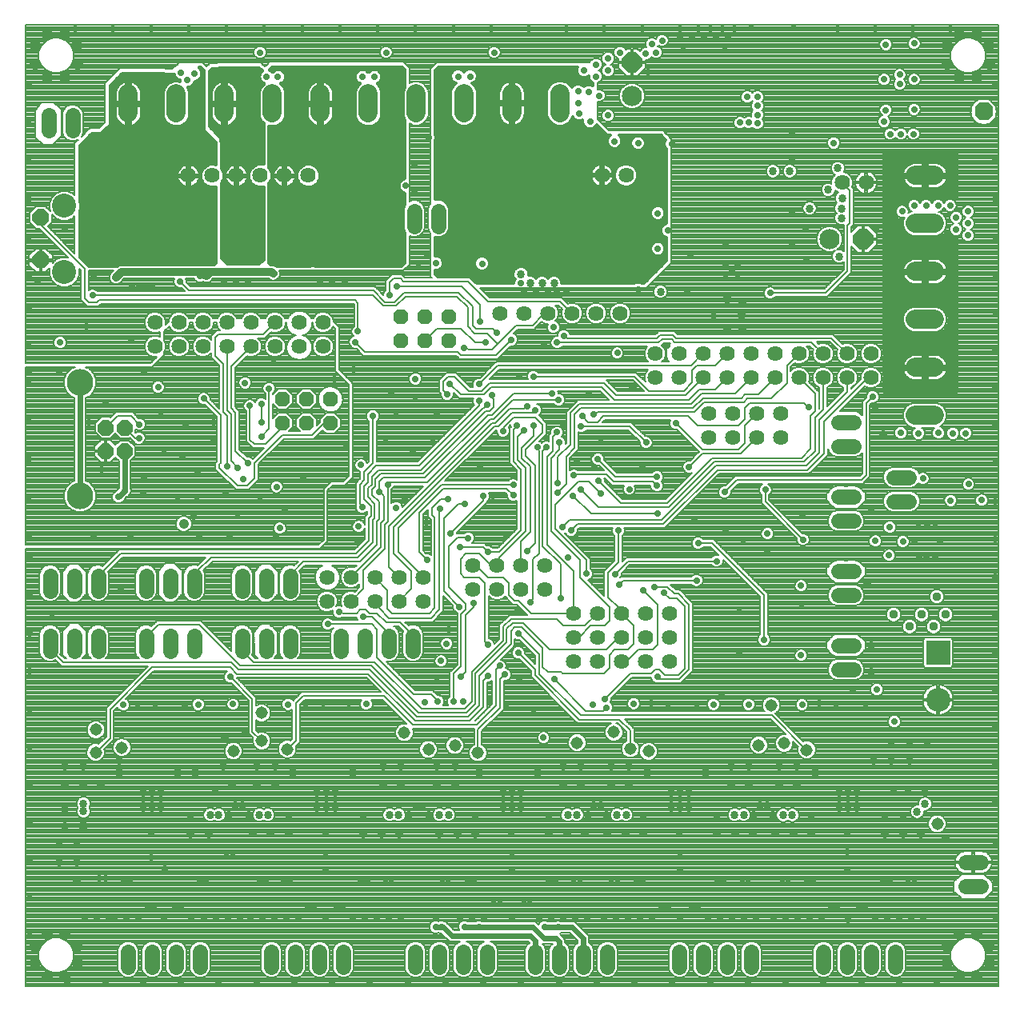
<source format=gbl>
G75*
%MOIN*%
%OFA0B0*%
%FSLAX24Y24*%
%IPPOS*%
%LPD*%
%AMOC8*
5,1,8,0,0,1.08239X$1,22.5*
%
%ADD10OC8,0.0614*%
%ADD11OC8,0.0660*%
%ADD12C,0.1106*%
%ADD13C,0.0640*%
%ADD14OC8,0.0700*%
%ADD15C,0.1000*%
%ADD16C,0.0790*%
%ADD17C,0.0640*%
%ADD18OC8,0.0840*%
%ADD19C,0.0840*%
%ADD20C,0.0516*%
%ADD21OC8,0.0760*%
%ADD22C,0.0500*%
%ADD23R,0.1000X0.1000*%
%ADD24C,0.0080*%
%ADD25C,0.0290*%
%ADD26C,0.0416*%
%ADD27C,0.0075*%
%ADD28C,0.0240*%
%ADD29C,0.0337*%
%ADD30C,0.0160*%
%ADD31C,0.0376*%
%ADD32C,0.0320*%
%ADD33C,0.0120*%
D10*
X035495Y030318D03*
X035495Y031318D03*
X036495Y031318D03*
X036495Y030318D03*
X037495Y030318D03*
X037495Y031318D03*
X040445Y033768D03*
X040445Y034768D03*
X041445Y034768D03*
X041445Y033768D03*
X042445Y033768D03*
X042445Y034768D03*
D11*
X028924Y030135D03*
X028137Y030135D03*
X028137Y029151D03*
X028924Y029151D03*
D12*
X027070Y027281D03*
X027070Y032006D03*
D13*
X026820Y023963D02*
X026820Y023323D01*
X027820Y023323D02*
X027820Y023963D01*
X025820Y023963D02*
X025820Y023323D01*
X025820Y021463D02*
X025820Y020823D01*
X026820Y020823D02*
X026820Y021463D01*
X027820Y021463D02*
X027820Y020823D01*
X029820Y020823D02*
X029820Y021463D01*
X030820Y021463D02*
X030820Y020823D01*
X031820Y020823D02*
X031820Y021463D01*
X031820Y023323D02*
X031820Y023963D01*
X030820Y023963D02*
X030820Y023323D01*
X029820Y023323D02*
X029820Y023963D01*
X033820Y023963D02*
X033820Y023323D01*
X034820Y023323D02*
X034820Y023963D01*
X035820Y023963D02*
X035820Y023323D01*
X035820Y021463D02*
X035820Y020823D01*
X034820Y020823D02*
X034820Y021463D01*
X033820Y021463D02*
X033820Y020823D01*
X037937Y020823D02*
X037937Y021463D01*
X038937Y021463D02*
X038937Y020823D01*
X039937Y020823D02*
X039937Y021463D01*
X040937Y021463D02*
X040937Y020823D01*
X041043Y008293D02*
X041043Y007653D01*
X042043Y007653D02*
X042043Y008293D01*
X043043Y008293D02*
X043043Y007653D01*
X044043Y007653D02*
X044043Y008293D01*
X046043Y008293D02*
X046043Y007653D01*
X047043Y007653D02*
X047043Y008293D01*
X048043Y008293D02*
X048043Y007653D01*
X049043Y007653D02*
X049043Y008293D01*
X052043Y008293D02*
X052043Y007653D01*
X053043Y007653D02*
X053043Y008293D01*
X054043Y008293D02*
X054043Y007653D01*
X055043Y007653D02*
X055043Y008293D01*
X058043Y008293D02*
X058043Y007653D01*
X059043Y007653D02*
X059043Y008293D01*
X060043Y008293D02*
X060043Y007653D01*
X061043Y007653D02*
X061043Y008293D01*
X063969Y011016D02*
X064609Y011016D01*
X064609Y012016D02*
X063969Y012016D01*
X059304Y020045D02*
X058664Y020045D01*
X058664Y021045D02*
X059304Y021045D01*
X059304Y023145D02*
X058664Y023145D01*
X058664Y024145D02*
X059304Y024145D01*
X059304Y026245D02*
X058664Y026245D01*
X058664Y027245D02*
X059304Y027245D01*
X059304Y029345D02*
X058664Y029345D01*
X058664Y030345D02*
X059304Y030345D01*
X060971Y028062D02*
X061611Y028062D01*
X061611Y027062D02*
X060971Y027062D01*
X041995Y038523D02*
X041995Y039163D01*
X040995Y039163D02*
X040995Y038523D01*
X026758Y042511D02*
X026758Y043151D01*
X025758Y043151D02*
X025758Y042511D01*
X029070Y008293D02*
X029070Y007653D01*
X030070Y007653D02*
X030070Y008293D01*
X031070Y008293D02*
X031070Y007653D01*
X032070Y007653D02*
X032070Y008293D01*
X035043Y008293D02*
X035043Y007653D01*
X036043Y007653D02*
X036043Y008293D01*
X037043Y008293D02*
X037043Y007653D01*
X038043Y007653D02*
X038043Y008293D01*
D14*
X025430Y037103D03*
X025430Y038883D03*
D15*
X026410Y039373D03*
X026410Y036613D03*
X062820Y018784D03*
D16*
X062665Y030643D02*
X061875Y030643D01*
X061875Y032643D02*
X062665Y032643D01*
X062665Y034643D02*
X061875Y034643D01*
X061875Y036643D02*
X062665Y036643D01*
X062665Y038643D02*
X061875Y038643D01*
X061875Y040643D02*
X062665Y040643D01*
X047070Y043248D02*
X047070Y044038D01*
X045070Y044038D02*
X045070Y043248D01*
X043070Y043248D02*
X043070Y044038D01*
X041070Y044038D02*
X041070Y043248D01*
X039070Y043248D02*
X039070Y044038D01*
X037070Y044038D02*
X037070Y043248D01*
X035070Y043248D02*
X035070Y044038D01*
X033070Y044038D02*
X033070Y043248D01*
X031070Y043248D02*
X031070Y044038D01*
X029070Y044038D02*
X029070Y043248D01*
D17*
X031570Y040643D03*
X032570Y040643D03*
X033570Y040643D03*
X034570Y040643D03*
X035570Y040643D03*
X036570Y040643D03*
X036195Y034518D03*
X036195Y033518D03*
X035195Y033518D03*
X035195Y034518D03*
X034195Y034518D03*
X034195Y033518D03*
X033195Y033518D03*
X032195Y033518D03*
X032195Y034518D03*
X033195Y034518D03*
X031195Y034518D03*
X031195Y033518D03*
X030195Y033518D03*
X030195Y034518D03*
X037195Y034518D03*
X037195Y033518D03*
X044570Y034893D03*
X045570Y034893D03*
X046570Y034893D03*
X047570Y034893D03*
X048570Y034893D03*
X049570Y034893D03*
X051027Y033215D03*
X051027Y032215D03*
X052027Y032215D03*
X053027Y032215D03*
X053027Y033215D03*
X052027Y033215D03*
X054027Y033215D03*
X054027Y032215D03*
X055027Y032215D03*
X055027Y033215D03*
X056027Y033215D03*
X056027Y032215D03*
X057027Y032215D03*
X058027Y032215D03*
X058027Y033215D03*
X057027Y033215D03*
X059027Y033215D03*
X059027Y032215D03*
X060027Y032215D03*
X060027Y033215D03*
X056277Y030715D03*
X056277Y029715D03*
X055277Y029715D03*
X055277Y030715D03*
X054277Y030715D03*
X054277Y029715D03*
X053277Y029715D03*
X053277Y030715D03*
X051620Y022399D03*
X051620Y021399D03*
X051620Y020399D03*
X050620Y020399D03*
X050620Y021399D03*
X050620Y022399D03*
X049620Y022399D03*
X049620Y021399D03*
X049620Y020399D03*
X048620Y020399D03*
X047620Y020399D03*
X047620Y021399D03*
X048620Y021399D03*
X048620Y022399D03*
X047620Y022399D03*
X046445Y023393D03*
X046445Y024393D03*
X045445Y024393D03*
X045445Y023393D03*
X044445Y023393D03*
X043445Y023393D03*
X043445Y024393D03*
X044445Y024393D03*
X041359Y023893D03*
X041359Y022893D03*
X040359Y022893D03*
X039359Y022893D03*
X039359Y023893D03*
X040359Y023893D03*
X038359Y023893D03*
X037359Y023893D03*
X037359Y022893D03*
X038359Y022893D03*
X048820Y040643D03*
X049820Y040643D03*
X058820Y040343D03*
X059820Y040343D03*
D18*
X059695Y037993D03*
X050070Y045343D03*
D19*
X050070Y043943D03*
X058295Y037993D03*
D20*
X055866Y018556D03*
X056404Y016978D03*
X057344Y016701D03*
X055345Y016893D03*
X050759Y016639D03*
X050001Y016748D03*
X049308Y017443D03*
X047783Y016993D03*
X043645Y016581D03*
X042684Y016884D03*
X041591Y016720D03*
X040583Y017420D03*
X035704Y016731D03*
X034639Y017079D03*
X034633Y018243D03*
X033463Y016653D03*
X028806Y016796D03*
X027720Y016593D03*
X027731Y017537D03*
X062788Y013618D03*
D21*
X064724Y043305D03*
D22*
X064435Y044761D03*
X063705Y044763D03*
X063188Y045281D03*
X063185Y046011D03*
X063705Y046526D03*
X064433Y046526D03*
X064950Y046008D03*
X064953Y045281D03*
X064433Y009026D03*
X063705Y009026D03*
X063185Y008511D03*
X063188Y007781D03*
X063705Y007263D03*
X064435Y007261D03*
X064953Y007781D03*
X064950Y008508D03*
X026950Y008508D03*
X026953Y007781D03*
X026435Y007261D03*
X025705Y007263D03*
X025188Y007781D03*
X025185Y008511D03*
X025705Y009026D03*
X026433Y009026D03*
X026435Y044761D03*
X025705Y044763D03*
X025188Y045281D03*
X025185Y046011D03*
X025705Y046526D03*
X026433Y046526D03*
X026950Y046008D03*
X026953Y045281D03*
D23*
X062820Y020753D03*
D24*
X024790Y025083D02*
X024790Y006863D01*
X065350Y006863D01*
X065350Y046923D01*
X024790Y046923D01*
X024790Y032803D01*
X030004Y032803D01*
X030279Y033078D01*
X030107Y033078D01*
X029946Y033145D01*
X029822Y033269D01*
X029755Y033431D01*
X029755Y033606D01*
X029822Y033768D01*
X029946Y033891D01*
X030107Y033958D01*
X030283Y033958D01*
X030410Y033906D01*
X030410Y034131D01*
X030283Y034078D01*
X030107Y034078D01*
X029946Y034145D01*
X029822Y034269D01*
X029755Y034431D01*
X029755Y034606D01*
X029822Y034768D01*
X029946Y034891D01*
X030107Y034958D01*
X030283Y034958D01*
X030444Y034891D01*
X030568Y034768D01*
X030635Y034606D01*
X030635Y034435D01*
X030755Y034555D01*
X030755Y034606D01*
X030822Y034768D01*
X030946Y034891D01*
X031107Y034958D01*
X031283Y034958D01*
X031444Y034891D01*
X031568Y034768D01*
X031605Y034678D01*
X031785Y034678D01*
X031822Y034768D01*
X031946Y034891D01*
X032107Y034958D01*
X032283Y034958D01*
X032444Y034891D01*
X032568Y034768D01*
X032605Y034678D01*
X032785Y034678D01*
X032822Y034768D01*
X032946Y034891D01*
X033107Y034958D01*
X033283Y034958D01*
X033444Y034891D01*
X033568Y034768D01*
X033605Y034678D01*
X033785Y034678D01*
X033822Y034768D01*
X033946Y034891D01*
X034107Y034958D01*
X034283Y034958D01*
X034444Y034891D01*
X034568Y034768D01*
X034605Y034678D01*
X034785Y034678D01*
X034822Y034768D01*
X034946Y034891D01*
X035107Y034958D01*
X035283Y034958D01*
X035444Y034891D01*
X035568Y034768D01*
X035605Y034678D01*
X035712Y034678D01*
X035713Y034683D01*
X035720Y034687D01*
X035731Y034710D01*
X035730Y034717D01*
X035744Y034739D01*
X035756Y034762D01*
X035763Y034765D01*
X035777Y034786D01*
X035777Y034794D01*
X035796Y034812D01*
X035811Y034833D01*
X035819Y034835D01*
X035836Y034853D01*
X035838Y034860D01*
X035859Y034875D01*
X035878Y034894D01*
X035885Y034894D01*
X035906Y034908D01*
X035909Y034916D01*
X035932Y034927D01*
X035954Y034942D01*
X035962Y034940D01*
X035984Y034951D01*
X035988Y034958D01*
X036014Y034965D01*
X036037Y034976D01*
X036045Y034973D01*
X036069Y034979D01*
X036074Y034985D01*
X036100Y034988D01*
X036125Y034994D01*
X036132Y034990D01*
X036153Y034992D01*
X036156Y034995D01*
X036186Y034995D01*
X036201Y034996D01*
X036202Y034998D01*
X036209Y034997D01*
X036215Y034998D01*
X036217Y034996D01*
X036232Y034995D01*
X036262Y034995D01*
X036264Y034992D01*
X036286Y034990D01*
X036292Y034994D01*
X036318Y034988D01*
X036344Y034985D01*
X036349Y034979D01*
X036373Y034973D01*
X036380Y034976D01*
X036404Y034965D01*
X036429Y034958D01*
X036433Y034951D01*
X036456Y034940D01*
X036464Y034942D01*
X036485Y034927D01*
X036509Y034916D01*
X036512Y034908D01*
X036532Y034894D01*
X036540Y034894D01*
X036558Y034875D01*
X036580Y034860D01*
X036581Y034853D01*
X036599Y034835D01*
X036607Y034833D01*
X036622Y034812D01*
X036640Y034794D01*
X036640Y034786D01*
X036655Y034765D01*
X036662Y034762D01*
X036673Y034739D01*
X036688Y034717D01*
X036687Y034710D01*
X036697Y034687D01*
X036704Y034683D01*
X036705Y034678D01*
X036785Y034678D01*
X036822Y034768D01*
X036946Y034891D01*
X037107Y034958D01*
X037283Y034958D01*
X037444Y034891D01*
X037568Y034768D01*
X037635Y034606D01*
X037635Y034555D01*
X037761Y034428D01*
X037855Y034335D01*
X037855Y032560D01*
X038336Y032078D01*
X038430Y031985D01*
X038430Y028052D01*
X038205Y027827D01*
X038111Y027733D01*
X037586Y027733D01*
X037380Y027527D01*
X037380Y025402D01*
X037155Y025177D01*
X037061Y025083D01*
X024790Y025083D01*
X024790Y025012D02*
X028663Y025012D01*
X028704Y025053D02*
X028011Y024360D01*
X027908Y024403D01*
X027732Y024403D01*
X027571Y024336D01*
X027447Y024213D01*
X027380Y024051D01*
X027380Y023236D01*
X027447Y023074D01*
X027571Y022950D01*
X027732Y022883D01*
X027908Y022883D01*
X028069Y022950D01*
X028193Y023074D01*
X028260Y023236D01*
X028260Y024051D01*
X028229Y024126D01*
X028836Y024733D01*
X032309Y024733D01*
X031958Y024382D01*
X031908Y024403D01*
X031732Y024403D01*
X031571Y024336D01*
X031447Y024213D01*
X031380Y024051D01*
X031380Y023236D01*
X031447Y023074D01*
X031571Y022950D01*
X031732Y022883D01*
X031908Y022883D01*
X032069Y022950D01*
X032193Y023074D01*
X032260Y023236D01*
X032260Y024051D01*
X032207Y024179D01*
X032585Y024557D01*
X036158Y024557D01*
X035976Y024375D01*
X035908Y024403D01*
X035732Y024403D01*
X035571Y024336D01*
X035447Y024213D01*
X035380Y024051D01*
X035380Y023236D01*
X035447Y023074D01*
X035571Y022950D01*
X035732Y022883D01*
X035908Y022883D01*
X036069Y022950D01*
X036193Y023074D01*
X036260Y023236D01*
X036260Y024051D01*
X036214Y024161D01*
X036436Y024383D01*
X037161Y024383D01*
X037153Y024381D01*
X037149Y024375D01*
X037133Y024367D01*
X037125Y024368D01*
X037104Y024353D01*
X037080Y024342D01*
X037077Y024335D01*
X037062Y024324D01*
X037054Y024324D01*
X037036Y024306D01*
X036359Y024306D01*
X036280Y024227D02*
X036959Y024227D01*
X036959Y024229D02*
X036959Y024221D01*
X036949Y024206D01*
X036941Y024203D01*
X036930Y024180D01*
X036915Y024158D01*
X036917Y024151D01*
X036909Y024134D01*
X036902Y024130D01*
X036895Y024105D01*
X036884Y024081D01*
X036887Y024074D01*
X036882Y024056D01*
X036876Y024051D01*
X036874Y024025D01*
X036867Y024000D01*
X036871Y023993D01*
X036870Y023982D01*
X036867Y023949D01*
X036864Y023917D01*
X036865Y023916D01*
X036863Y023898D01*
X036858Y023892D01*
X036861Y023866D01*
X036859Y023840D01*
X036864Y023834D01*
X036866Y023809D01*
X036862Y023802D01*
X036869Y023776D01*
X036872Y023750D01*
X036878Y023745D01*
X036884Y023721D01*
X036882Y023713D01*
X036893Y023690D01*
X036900Y023664D01*
X036907Y023660D01*
X036918Y023637D01*
X036916Y023629D01*
X036931Y023608D01*
X036943Y023584D01*
X036950Y023582D01*
X036965Y023561D01*
X036965Y023553D01*
X036984Y023535D01*
X036999Y023513D01*
X037006Y023512D01*
X037025Y023494D01*
X037026Y023486D01*
X037047Y023471D01*
X037066Y023453D01*
X037074Y023453D01*
X037095Y023438D01*
X037098Y023431D01*
X037121Y023420D01*
X037143Y023405D01*
X037151Y023406D01*
X037174Y023395D01*
X037178Y023388D01*
X037203Y023382D01*
X037227Y023371D01*
X037234Y023373D01*
X037259Y023367D01*
X037264Y023361D01*
X037290Y023358D01*
X037316Y023352D01*
X037322Y023356D01*
X037348Y023353D01*
X037354Y023348D01*
X037380Y023351D01*
X037406Y023348D01*
X037412Y023353D01*
X037437Y023356D01*
X037444Y023352D01*
X037469Y023358D01*
X037495Y023361D01*
X037500Y023367D01*
X037524Y023373D01*
X037532Y023371D01*
X037556Y023382D01*
X037581Y023388D01*
X037585Y023395D01*
X037608Y023406D01*
X037615Y023404D01*
X037637Y023419D01*
X037660Y023430D01*
X037663Y023438D01*
X037684Y023452D01*
X037692Y023452D01*
X037710Y023471D01*
X037731Y023486D01*
X037733Y023493D01*
X037751Y023511D01*
X037758Y023513D01*
X037773Y023534D01*
X037792Y023552D01*
X037792Y023560D01*
X037806Y023581D01*
X037814Y023584D01*
X037825Y023607D01*
X037840Y023629D01*
X037838Y023636D01*
X037849Y023659D01*
X037856Y023663D01*
X037862Y023688D01*
X037874Y023712D01*
X037871Y023720D01*
X037877Y023744D01*
X037883Y023749D01*
X037886Y023775D01*
X037892Y023800D01*
X037888Y023807D01*
X037890Y023828D01*
X037893Y023831D01*
X037893Y023860D01*
X037894Y023876D01*
X037896Y023877D01*
X037895Y023884D01*
X037896Y023890D01*
X037894Y023891D01*
X037893Y023907D01*
X037893Y023936D01*
X037890Y023939D01*
X037888Y023960D01*
X037892Y023967D01*
X037886Y023992D01*
X037924Y023992D01*
X037919Y023981D02*
X037919Y023806D01*
X037986Y023644D01*
X038110Y023520D01*
X038272Y023453D01*
X038447Y023453D01*
X038609Y023520D01*
X038710Y023622D01*
X038710Y023470D01*
X038536Y023296D01*
X038447Y023333D01*
X038272Y023333D01*
X038110Y023266D01*
X037986Y023143D01*
X037919Y022981D01*
X037919Y022806D01*
X037969Y022685D01*
X037913Y022708D01*
X037807Y022708D01*
X037749Y022684D01*
X037799Y022806D01*
X037799Y022981D01*
X037732Y023143D01*
X037609Y023266D01*
X037447Y023333D01*
X037272Y023333D01*
X037110Y023266D01*
X036986Y023143D01*
X036919Y022981D01*
X036919Y022806D01*
X036986Y022644D01*
X037110Y022520D01*
X037272Y022453D01*
X037447Y022453D01*
X037604Y022519D01*
X037595Y022496D01*
X037595Y022391D01*
X037635Y022293D01*
X037710Y022219D01*
X037807Y022178D01*
X037913Y022178D01*
X038010Y022219D01*
X038022Y022231D01*
X038055Y022221D01*
X038076Y022233D01*
X038595Y022233D01*
X038595Y022191D01*
X038631Y022103D01*
X037610Y022103D01*
X037545Y022168D01*
X037448Y022208D01*
X037342Y022208D01*
X037245Y022168D01*
X037170Y022093D01*
X037130Y021996D01*
X037130Y021891D01*
X037170Y021793D01*
X037245Y021719D01*
X037342Y021678D01*
X037448Y021678D01*
X037545Y021719D01*
X037610Y021783D01*
X037635Y021783D01*
X037564Y021713D01*
X037497Y021551D01*
X037497Y020736D01*
X037564Y020574D01*
X037610Y020528D01*
X036147Y020528D01*
X036193Y020574D01*
X036260Y020736D01*
X036260Y021551D01*
X036193Y021713D01*
X036069Y021836D01*
X035908Y021903D01*
X035732Y021903D01*
X035571Y021836D01*
X035447Y021713D01*
X035380Y021551D01*
X035380Y020736D01*
X035447Y020574D01*
X035493Y020528D01*
X035174Y020528D01*
X035213Y020582D01*
X035229Y020612D01*
X035298Y020681D01*
X035298Y021613D01*
X035251Y021660D01*
X035220Y021691D01*
X035213Y021704D01*
X035171Y021763D01*
X035120Y021814D01*
X035061Y021857D01*
X035047Y021864D01*
X034975Y021936D01*
X034657Y021936D01*
X034654Y021938D01*
X034624Y021936D01*
X034594Y021936D01*
X034591Y021933D01*
X034588Y021933D01*
X034568Y021910D01*
X034547Y021889D01*
X034547Y021885D01*
X034331Y021633D01*
X034310Y021610D01*
X034310Y021608D01*
X034309Y021607D01*
X034311Y021576D01*
X034350Y020673D01*
X034350Y020642D01*
X034352Y020640D01*
X034352Y020638D01*
X034375Y020617D01*
X034464Y020528D01*
X034361Y020528D01*
X034229Y020661D01*
X034260Y020736D01*
X034260Y021551D01*
X034193Y021713D01*
X034069Y021836D01*
X033908Y021903D01*
X033732Y021903D01*
X033571Y021836D01*
X033447Y021713D01*
X033380Y021551D01*
X033380Y020810D01*
X032205Y021985D01*
X032111Y022078D01*
X030279Y022078D01*
X030046Y021846D01*
X029908Y021903D01*
X029732Y021903D01*
X029571Y021836D01*
X029447Y021713D01*
X029380Y021551D01*
X029380Y020736D01*
X029447Y020574D01*
X029518Y020503D01*
X028122Y020503D01*
X028193Y020574D01*
X028260Y020736D01*
X028260Y021551D01*
X028193Y021713D01*
X028069Y021836D01*
X027908Y021903D01*
X027732Y021903D01*
X027571Y021836D01*
X027447Y021713D01*
X027380Y021551D01*
X027380Y020736D01*
X027447Y020574D01*
X027518Y020503D01*
X027159Y020503D01*
X027337Y020681D01*
X027337Y021653D01*
X027290Y021700D01*
X027061Y021928D01*
X027015Y021975D01*
X026696Y021975D01*
X026693Y021978D01*
X026663Y021975D01*
X026633Y021975D01*
X026631Y021973D01*
X026627Y021972D01*
X026608Y021950D01*
X026586Y021928D01*
X026586Y021925D01*
X026371Y021674D01*
X026350Y021653D01*
X026350Y021649D01*
X026348Y021647D01*
X026350Y021617D01*
X026350Y020642D01*
X026397Y020595D01*
X026489Y020503D01*
X026436Y020503D01*
X026244Y020696D01*
X026260Y020736D01*
X026260Y021551D01*
X026193Y021713D01*
X026069Y021836D01*
X025908Y021903D01*
X025732Y021903D01*
X025571Y021836D01*
X025447Y021713D01*
X025380Y021551D01*
X025380Y020736D01*
X025447Y020574D01*
X025571Y020450D01*
X025732Y020383D01*
X025908Y020383D01*
X026046Y020441D01*
X026304Y020183D01*
X029884Y020183D01*
X028256Y018555D01*
X028254Y018555D01*
X028158Y018460D01*
X028158Y018327D01*
X028160Y018325D01*
X028160Y017260D01*
X027849Y016949D01*
X027795Y016971D01*
X027645Y016971D01*
X027506Y016914D01*
X027400Y016807D01*
X027342Y016668D01*
X027342Y016518D01*
X027400Y016379D01*
X027506Y016273D01*
X027645Y016216D01*
X027795Y016216D01*
X027934Y016273D01*
X028040Y016379D01*
X028098Y016518D01*
X028098Y016668D01*
X028075Y016722D01*
X028480Y017127D01*
X028480Y018327D01*
X028630Y018477D01*
X028650Y018428D01*
X028725Y018353D01*
X028822Y018313D01*
X028927Y018313D01*
X029025Y018353D01*
X029099Y018428D01*
X029140Y018525D01*
X029140Y018631D01*
X029099Y018728D01*
X029025Y018803D01*
X028976Y018823D01*
X030136Y019983D01*
X033207Y019983D01*
X033170Y019968D01*
X033095Y019893D01*
X033055Y019796D01*
X033055Y019691D01*
X033095Y019593D01*
X033170Y019519D01*
X033267Y019478D01*
X033359Y019478D01*
X034085Y018752D01*
X034085Y017402D01*
X034282Y017205D01*
X034261Y017154D01*
X034261Y017004D01*
X034319Y016865D01*
X034425Y016759D01*
X034564Y016701D01*
X034714Y016701D01*
X034853Y016759D01*
X034960Y016865D01*
X035017Y017004D01*
X035017Y017154D01*
X034960Y017293D01*
X034853Y017399D01*
X034714Y017457D01*
X034564Y017457D01*
X034507Y017433D01*
X034405Y017535D01*
X034405Y017937D01*
X034418Y017923D01*
X034557Y017866D01*
X034708Y017866D01*
X034847Y017923D01*
X034953Y018029D01*
X035010Y018168D01*
X035010Y018318D01*
X034953Y018457D01*
X034847Y018564D01*
X034708Y018621D01*
X034557Y018621D01*
X034418Y018564D01*
X034405Y018550D01*
X034405Y018885D01*
X034311Y018978D01*
X033585Y019705D01*
X033585Y019708D01*
X039004Y019708D01*
X039609Y019103D01*
X036304Y019103D01*
X036210Y019010D01*
X036004Y018803D01*
X035952Y018752D01*
X035884Y018820D01*
X035787Y018860D01*
X035682Y018860D01*
X035584Y018820D01*
X035510Y018745D01*
X035469Y018648D01*
X035469Y018542D01*
X035510Y018445D01*
X035584Y018370D01*
X035682Y018330D01*
X035787Y018330D01*
X035884Y018370D01*
X035910Y018396D01*
X035910Y017163D01*
X035833Y017086D01*
X035779Y017109D01*
X035629Y017109D01*
X035490Y017051D01*
X035383Y016945D01*
X035326Y016806D01*
X035326Y016656D01*
X035383Y016517D01*
X035490Y016411D01*
X035629Y016353D01*
X035779Y016353D01*
X035918Y016411D01*
X036024Y016517D01*
X036082Y016656D01*
X036082Y016806D01*
X036059Y016860D01*
X036230Y017031D01*
X036230Y018577D01*
X036436Y018783D01*
X038787Y018783D01*
X038770Y018767D01*
X038730Y018670D01*
X038730Y018564D01*
X038770Y018467D01*
X038845Y018392D01*
X038942Y018352D01*
X039048Y018352D01*
X039145Y018392D01*
X039220Y018467D01*
X039260Y018564D01*
X039260Y018670D01*
X039220Y018767D01*
X039203Y018783D01*
X039679Y018783D01*
X040669Y017793D01*
X040658Y017797D01*
X040508Y017797D01*
X040369Y017740D01*
X040263Y017634D01*
X040205Y017495D01*
X040205Y017344D01*
X040263Y017206D01*
X040369Y017099D01*
X040508Y017042D01*
X040658Y017042D01*
X040797Y017099D01*
X040903Y017206D01*
X040961Y017344D01*
X040961Y017495D01*
X040918Y017598D01*
X043485Y017598D01*
X043485Y016923D01*
X043431Y016901D01*
X043325Y016795D01*
X043267Y016656D01*
X043267Y016506D01*
X043325Y016367D01*
X043431Y016261D01*
X043570Y016203D01*
X043720Y016203D01*
X043859Y016261D01*
X043965Y016367D01*
X044023Y016506D01*
X044023Y016656D01*
X043965Y016795D01*
X043859Y016901D01*
X043805Y016923D01*
X043805Y017477D01*
X044730Y018402D01*
X044730Y019575D01*
X044823Y019575D01*
X044920Y019615D01*
X044995Y019689D01*
X045035Y019787D01*
X045035Y019892D01*
X044995Y019990D01*
X044920Y020064D01*
X044823Y020105D01*
X044799Y020105D01*
X044818Y020151D01*
X044818Y020256D01*
X044778Y020353D01*
X044703Y020428D01*
X044606Y020468D01*
X044606Y020468D01*
X045086Y020949D01*
X045086Y020949D01*
X045180Y021043D01*
X045180Y021312D01*
X045181Y021311D01*
X045278Y021271D01*
X045369Y021271D01*
X046035Y020605D01*
X046035Y020280D01*
X045596Y020719D01*
X045596Y020803D01*
X045555Y020900D01*
X045481Y020975D01*
X045383Y021015D01*
X045278Y021015D01*
X045181Y020975D01*
X045106Y020900D01*
X045066Y020803D01*
X045066Y020697D01*
X045106Y020600D01*
X045181Y020526D01*
X045278Y020485D01*
X045377Y020485D01*
X045860Y020002D01*
X045860Y019752D01*
X047710Y017902D01*
X047804Y017808D01*
X049201Y017808D01*
X049093Y017764D01*
X048987Y017657D01*
X048930Y017518D01*
X048930Y017368D01*
X048987Y017229D01*
X049093Y017123D01*
X049232Y017066D01*
X049383Y017066D01*
X049522Y017123D01*
X049628Y017229D01*
X049685Y017368D01*
X049685Y017518D01*
X049628Y017657D01*
X049522Y017764D01*
X049414Y017808D01*
X049479Y017808D01*
X049841Y017446D01*
X049841Y017090D01*
X049787Y017068D01*
X049680Y016962D01*
X049623Y016823D01*
X049623Y016672D01*
X049680Y016534D01*
X044023Y016534D01*
X044023Y016613D02*
X049648Y016613D01*
X049623Y016691D02*
X048015Y016691D01*
X047997Y016673D02*
X048103Y016779D01*
X048160Y016918D01*
X048160Y017068D01*
X048103Y017207D01*
X047997Y017314D01*
X047858Y017371D01*
X047707Y017371D01*
X047568Y017314D01*
X047462Y017207D01*
X047405Y017068D01*
X047405Y016918D01*
X047462Y016779D01*
X047568Y016673D01*
X047707Y016616D01*
X047858Y016616D01*
X047997Y016673D01*
X048093Y016770D02*
X049623Y016770D01*
X049633Y016848D02*
X048131Y016848D01*
X048160Y016927D02*
X049666Y016927D01*
X049724Y017005D02*
X048160Y017005D01*
X048154Y017084D02*
X049188Y017084D01*
X049054Y017162D02*
X048121Y017162D01*
X048069Y017241D02*
X048982Y017241D01*
X048950Y017319D02*
X047983Y017319D01*
X047582Y017319D02*
X046622Y017319D01*
X046607Y017356D02*
X046533Y017430D01*
X046435Y017471D01*
X046330Y017471D01*
X046232Y017430D01*
X046158Y017356D01*
X046118Y017259D01*
X046118Y017153D01*
X046158Y017056D01*
X046232Y016981D01*
X046330Y016941D01*
X046435Y016941D01*
X046533Y016981D01*
X046607Y017056D01*
X046647Y017153D01*
X046647Y017259D01*
X046607Y017356D01*
X046565Y017398D02*
X048930Y017398D01*
X048930Y017476D02*
X043805Y017476D01*
X043805Y017398D02*
X046200Y017398D01*
X046143Y017319D02*
X043805Y017319D01*
X043805Y017241D02*
X046118Y017241D01*
X046118Y017162D02*
X043805Y017162D01*
X043805Y017084D02*
X046146Y017084D01*
X046208Y017005D02*
X043805Y017005D01*
X043805Y016927D02*
X047405Y016927D01*
X047405Y017005D02*
X046557Y017005D01*
X046619Y017084D02*
X047411Y017084D01*
X047444Y017162D02*
X046647Y017162D01*
X046647Y017241D02*
X047496Y017241D01*
X047434Y016848D02*
X043912Y016848D01*
X043976Y016770D02*
X047472Y016770D01*
X047550Y016691D02*
X044008Y016691D01*
X044002Y016456D02*
X049758Y016456D01*
X049787Y016427D02*
X049925Y016370D01*
X050076Y016370D01*
X050215Y016427D01*
X050321Y016534D01*
X050394Y016534D01*
X050382Y016564D02*
X050439Y016425D01*
X050545Y016319D01*
X050684Y016261D01*
X050835Y016261D01*
X050973Y016319D01*
X051080Y016425D01*
X051137Y016564D01*
X051137Y016714D01*
X051080Y016853D01*
X050973Y016960D01*
X050835Y017017D01*
X050684Y017017D01*
X050545Y016960D01*
X050439Y016853D01*
X050382Y016714D01*
X050382Y016564D01*
X050382Y016613D02*
X050354Y016613D01*
X050378Y016672D02*
X050321Y016534D01*
X050243Y016456D02*
X050427Y016456D01*
X050487Y016377D02*
X050094Y016377D01*
X049907Y016377D02*
X043970Y016377D01*
X043897Y016299D02*
X050594Y016299D01*
X050925Y016299D02*
X065350Y016299D01*
X065350Y016377D02*
X057550Y016377D01*
X057558Y016381D02*
X057664Y016487D01*
X057722Y016626D01*
X057722Y016776D01*
X057664Y016915D01*
X057558Y017021D01*
X057419Y017079D01*
X057269Y017079D01*
X057215Y017056D01*
X056048Y018222D01*
X056080Y018236D01*
X056187Y018342D01*
X056244Y018481D01*
X056244Y018631D01*
X056187Y018770D01*
X056080Y018876D01*
X055941Y018934D01*
X055791Y018934D01*
X055652Y018876D01*
X055546Y018770D01*
X055488Y018631D01*
X055488Y018481D01*
X055546Y018342D01*
X055584Y018303D01*
X049235Y018303D01*
X049237Y018306D01*
X049278Y018403D01*
X049278Y018509D01*
X049237Y018606D01*
X049166Y018677D01*
X049170Y018680D01*
X049210Y018778D01*
X049210Y018869D01*
X050074Y019733D01*
X050855Y019733D01*
X050855Y019691D01*
X050895Y019593D01*
X050970Y019519D01*
X051067Y019478D01*
X051173Y019478D01*
X051185Y019483D01*
X052111Y019483D01*
X052205Y019577D01*
X052605Y019977D01*
X052605Y022835D01*
X052511Y022928D01*
X052061Y023378D01*
X051886Y023378D01*
X051705Y023560D01*
X051663Y023601D01*
X052548Y023601D01*
X052613Y023537D01*
X052710Y023496D01*
X052816Y023496D01*
X052913Y023537D01*
X052988Y023611D01*
X053028Y023709D01*
X053028Y023814D01*
X052988Y023912D01*
X052913Y023986D01*
X052816Y024026D01*
X052710Y024026D01*
X052613Y023986D01*
X052548Y023921D01*
X049634Y023921D01*
X049583Y023870D01*
X049622Y023966D01*
X049622Y024057D01*
X049974Y024408D01*
X053380Y024408D01*
X053445Y024344D01*
X053542Y024303D01*
X053648Y024303D01*
X053745Y024344D01*
X053820Y024418D01*
X053860Y024516D01*
X053860Y024621D01*
X053856Y024631D01*
X055410Y023077D01*
X055410Y021508D01*
X055345Y021443D01*
X055305Y021346D01*
X055305Y021241D01*
X055345Y021143D01*
X055420Y021069D01*
X055517Y021028D01*
X055623Y021028D01*
X055720Y021069D01*
X055795Y021143D01*
X055835Y021241D01*
X055835Y021346D01*
X055795Y021443D01*
X055730Y021508D01*
X055730Y023210D01*
X053555Y025385D01*
X053461Y025478D01*
X053035Y025478D01*
X052970Y025543D01*
X052873Y025583D01*
X052767Y025583D01*
X052670Y025543D01*
X052595Y025468D01*
X052555Y025371D01*
X052555Y025266D01*
X052595Y025168D01*
X052670Y025094D01*
X052767Y025053D01*
X052873Y025053D01*
X052970Y025094D01*
X053035Y025158D01*
X053329Y025158D01*
X053658Y024829D01*
X053648Y024833D01*
X053542Y024833D01*
X053445Y024793D01*
X053380Y024728D01*
X049841Y024728D01*
X049655Y024542D01*
X049655Y025629D01*
X049720Y025693D01*
X049760Y025791D01*
X049760Y025896D01*
X049734Y025958D01*
X051436Y025958D01*
X053686Y028208D01*
X057436Y028208D01*
X057530Y028302D01*
X058230Y029002D01*
X058230Y029244D01*
X058291Y029096D01*
X058415Y028972D01*
X058577Y028905D01*
X059392Y028905D01*
X059554Y028972D01*
X059660Y029079D01*
X059660Y028210D01*
X059554Y028103D01*
X054354Y028103D01*
X053959Y027708D01*
X053867Y027708D01*
X053770Y027668D01*
X053695Y027593D01*
X053655Y027496D01*
X053655Y027391D01*
X053695Y027293D01*
X053770Y027219D01*
X053867Y027178D01*
X053973Y027178D01*
X054070Y027219D01*
X054145Y027293D01*
X054185Y027391D01*
X054185Y027482D01*
X054486Y027783D01*
X055507Y027783D01*
X055470Y027768D01*
X055395Y027693D01*
X055355Y027596D01*
X055355Y027491D01*
X055395Y027393D01*
X055460Y027329D01*
X055460Y026977D01*
X055554Y026883D01*
X056930Y025507D01*
X056930Y025416D01*
X056970Y025318D01*
X057045Y025244D01*
X057142Y025203D01*
X057248Y025203D01*
X057345Y025244D01*
X057420Y025318D01*
X057460Y025416D01*
X057460Y025521D01*
X057420Y025618D01*
X057345Y025693D01*
X057248Y025733D01*
X057156Y025733D01*
X055780Y027110D01*
X055780Y027329D01*
X055845Y027393D01*
X055885Y027491D01*
X055885Y027596D01*
X055845Y027693D01*
X055770Y027768D01*
X055733Y027783D01*
X059686Y027783D01*
X059780Y027877D01*
X059980Y028077D01*
X059980Y031077D01*
X060056Y031153D01*
X060148Y031153D01*
X060245Y031194D01*
X060320Y031268D01*
X060360Y031366D01*
X060360Y031471D01*
X060320Y031568D01*
X060245Y031643D01*
X060148Y031683D01*
X060042Y031683D01*
X059945Y031643D01*
X059870Y031568D01*
X059830Y031471D01*
X059830Y031380D01*
X059754Y031303D01*
X059660Y031210D01*
X059660Y030638D01*
X059655Y030645D01*
X059604Y030696D01*
X059545Y030739D01*
X059519Y030752D01*
X059464Y030800D01*
X059442Y030821D01*
X059439Y030821D01*
X059436Y030823D01*
X059406Y030821D01*
X058724Y030821D01*
X059761Y031858D01*
X059778Y031842D01*
X059745Y031842D01*
X059778Y031842D02*
X059939Y031775D01*
X060114Y031775D01*
X060276Y031842D01*
X060400Y031966D01*
X060467Y032128D01*
X060467Y032303D01*
X060400Y032464D01*
X060276Y032588D01*
X060114Y032655D01*
X059939Y032655D01*
X059778Y032588D01*
X059654Y032464D01*
X059587Y032303D01*
X059587Y032136D01*
X059187Y031736D01*
X059187Y031805D01*
X059276Y031842D01*
X059400Y031966D01*
X059467Y032128D01*
X059467Y032303D01*
X059400Y032464D01*
X059276Y032588D01*
X059114Y032655D01*
X058939Y032655D01*
X058778Y032588D01*
X058654Y032464D01*
X058587Y032303D01*
X058587Y032128D01*
X058654Y031966D01*
X058778Y031842D01*
X058276Y031842D01*
X058400Y031966D01*
X058467Y032128D01*
X058467Y032303D01*
X058400Y032464D01*
X058276Y032588D01*
X058114Y032655D01*
X057939Y032655D01*
X057778Y032588D01*
X057654Y032464D01*
X057587Y032303D01*
X057587Y032128D01*
X057654Y031966D01*
X057778Y031842D01*
X057626Y031842D01*
X057699Y031920D02*
X057548Y031920D01*
X057469Y031999D02*
X057640Y031999D01*
X057608Y032077D02*
X057446Y032077D01*
X057430Y032038D02*
X057467Y032128D01*
X057467Y032303D01*
X057400Y032464D01*
X057276Y032588D01*
X057114Y032655D01*
X056939Y032655D01*
X056778Y032588D01*
X056680Y032491D01*
X056680Y032642D01*
X056850Y032812D01*
X056939Y032775D01*
X057114Y032775D01*
X057276Y032842D01*
X057400Y032966D01*
X057467Y033128D01*
X057467Y033303D01*
X057400Y033464D01*
X057331Y033533D01*
X057482Y033533D01*
X057624Y033392D01*
X057587Y033303D01*
X057587Y033128D01*
X057654Y032966D01*
X057778Y032842D01*
X057939Y032775D01*
X058114Y032775D01*
X058276Y032842D01*
X058400Y032966D01*
X058467Y033128D01*
X058467Y033303D01*
X058400Y033464D01*
X058276Y033588D01*
X058114Y033655D01*
X057939Y033655D01*
X057850Y033618D01*
X057760Y033708D01*
X058307Y033708D01*
X058624Y033392D01*
X058587Y033303D01*
X058587Y033128D01*
X058654Y032966D01*
X058778Y032842D01*
X058939Y032775D01*
X059114Y032775D01*
X059276Y032842D01*
X059400Y032966D01*
X059467Y033128D01*
X059467Y033303D01*
X059400Y033464D01*
X059276Y033588D01*
X059114Y033655D01*
X058939Y033655D01*
X058850Y033618D01*
X058440Y034028D01*
X051961Y034028D01*
X051836Y034153D01*
X051179Y034153D01*
X051085Y034060D01*
X051029Y034003D01*
X047485Y034003D01*
X047485Y034009D01*
X047445Y034106D01*
X047370Y034180D01*
X047273Y034221D01*
X047167Y034221D01*
X047070Y034180D01*
X046995Y034106D01*
X046955Y034009D01*
X046955Y033946D01*
X046892Y033946D01*
X046795Y033905D01*
X046720Y033831D01*
X046680Y033734D01*
X046680Y033628D01*
X046720Y033531D01*
X046795Y033456D01*
X046892Y033416D01*
X046998Y033416D01*
X047095Y033456D01*
X047160Y033521D01*
X050710Y033521D01*
X050654Y033464D01*
X050587Y033303D01*
X050587Y033128D01*
X050654Y032966D01*
X050741Y032878D01*
X044404Y032878D01*
X044311Y032785D01*
X043727Y032201D01*
X043636Y032201D01*
X043539Y032161D01*
X043464Y032087D01*
X043424Y031989D01*
X043424Y031884D01*
X043447Y031828D01*
X043336Y031828D01*
X042736Y032428D01*
X042329Y032428D01*
X042235Y032335D01*
X042035Y032135D01*
X042035Y031629D01*
X042100Y031564D01*
X042100Y031472D01*
X042141Y031375D01*
X042215Y031301D01*
X042313Y031260D01*
X042418Y031260D01*
X042515Y031301D01*
X042590Y031375D01*
X042630Y031472D01*
X042630Y031578D01*
X042625Y031590D01*
X042763Y031452D01*
X042857Y031358D01*
X043463Y031358D01*
X043437Y031295D01*
X043437Y031189D01*
X043477Y031092D01*
X043494Y031075D01*
X041123Y028703D01*
X039430Y028703D01*
X039430Y030404D01*
X039495Y030468D01*
X039535Y030566D01*
X039535Y030671D01*
X039495Y030768D01*
X039420Y030843D01*
X039323Y030883D01*
X039217Y030883D01*
X039120Y030843D01*
X039045Y030768D01*
X039005Y030671D01*
X039005Y030566D01*
X039045Y030468D01*
X039110Y030404D01*
X039110Y028735D01*
X039030Y028655D01*
X039002Y028723D01*
X038928Y028797D01*
X038830Y028838D01*
X038725Y028838D01*
X038627Y028797D01*
X038553Y028723D01*
X038512Y028625D01*
X038512Y028520D01*
X038553Y028422D01*
X038627Y028348D01*
X038725Y028308D01*
X038735Y028308D01*
X038735Y028010D01*
X038560Y027835D01*
X038560Y026952D01*
X038554Y026895D01*
X038560Y026887D01*
X038560Y026883D01*
X038555Y026871D01*
X038555Y026766D01*
X038595Y026668D01*
X038670Y026594D01*
X038767Y026553D01*
X038873Y026553D01*
X038970Y026594D01*
X039035Y026659D01*
X039035Y026535D01*
X038935Y026435D01*
X038935Y026083D01*
X038902Y026163D01*
X038828Y026237D01*
X038730Y026278D01*
X038625Y026278D01*
X038527Y026237D01*
X038453Y026163D01*
X038412Y026065D01*
X038412Y025960D01*
X038453Y025862D01*
X038527Y025788D01*
X038625Y025748D01*
X038730Y025748D01*
X038828Y025788D01*
X038902Y025862D01*
X038935Y025942D01*
X038935Y025485D01*
X038504Y025053D01*
X028704Y025053D01*
X028584Y024934D02*
X024790Y024934D01*
X024790Y024855D02*
X028506Y024855D01*
X028427Y024777D02*
X024790Y024777D01*
X024790Y024698D02*
X028349Y024698D01*
X028270Y024620D02*
X024790Y024620D01*
X024790Y024541D02*
X028192Y024541D01*
X028113Y024463D02*
X024790Y024463D01*
X024790Y024384D02*
X025687Y024384D01*
X025732Y024403D02*
X025571Y024336D01*
X025447Y024213D01*
X025380Y024051D01*
X025380Y023236D01*
X025447Y023074D01*
X025571Y022950D01*
X025732Y022883D01*
X025908Y022883D01*
X026069Y022950D01*
X026193Y023074D01*
X026260Y023236D01*
X026260Y024051D01*
X026193Y024213D01*
X026069Y024336D01*
X025908Y024403D01*
X025732Y024403D01*
X025540Y024306D02*
X024790Y024306D01*
X024790Y024227D02*
X025462Y024227D01*
X025421Y024149D02*
X024790Y024149D01*
X024790Y024070D02*
X025388Y024070D01*
X025380Y023992D02*
X024790Y023992D01*
X024790Y023913D02*
X025380Y023913D01*
X025380Y023835D02*
X024790Y023835D01*
X024790Y023756D02*
X025380Y023756D01*
X025380Y023678D02*
X024790Y023678D01*
X024790Y023599D02*
X025380Y023599D01*
X025380Y023521D02*
X024790Y023521D01*
X024790Y023442D02*
X025380Y023442D01*
X025380Y023364D02*
X024790Y023364D01*
X024790Y023285D02*
X025380Y023285D01*
X025392Y023207D02*
X024790Y023207D01*
X024790Y023128D02*
X025424Y023128D01*
X025471Y023050D02*
X024790Y023050D01*
X024790Y022971D02*
X025550Y022971D01*
X025709Y022893D02*
X024790Y022893D01*
X024790Y022814D02*
X036919Y022814D01*
X036919Y022893D02*
X035931Y022893D01*
X036090Y022971D02*
X036919Y022971D01*
X036948Y023050D02*
X036169Y023050D01*
X036216Y023128D02*
X036980Y023128D01*
X037051Y023207D02*
X036248Y023207D01*
X036260Y023285D02*
X037156Y023285D01*
X037262Y023364D02*
X036260Y023364D01*
X036260Y023442D02*
X037089Y023442D01*
X036993Y023521D02*
X036260Y023521D01*
X036260Y023599D02*
X036936Y023599D01*
X036896Y023678D02*
X036260Y023678D01*
X036260Y023756D02*
X036871Y023756D01*
X036863Y023835D02*
X036260Y023835D01*
X036260Y023913D02*
X036864Y023913D01*
X036870Y023982D02*
X036870Y023982D01*
X036871Y023992D02*
X036260Y023992D01*
X036252Y024070D02*
X036886Y024070D01*
X036916Y024149D02*
X036219Y024149D01*
X035985Y024384D02*
X035953Y024384D01*
X036063Y024463D02*
X032491Y024463D01*
X032569Y024541D02*
X036142Y024541D01*
X036370Y024543D02*
X035820Y023993D01*
X035820Y023643D01*
X035380Y023678D02*
X035321Y023678D01*
X035321Y023756D02*
X035380Y023756D01*
X035380Y023835D02*
X035321Y023835D01*
X035321Y023913D02*
X035380Y023913D01*
X035380Y023992D02*
X035321Y023992D01*
X035321Y024070D02*
X035388Y024070D01*
X035421Y024149D02*
X035306Y024149D01*
X035321Y024133D02*
X035274Y024180D01*
X034999Y024456D01*
X034680Y024456D01*
X034678Y024458D01*
X034648Y024456D01*
X034618Y024456D01*
X034615Y024453D01*
X034612Y024453D01*
X034592Y024430D01*
X034571Y024409D01*
X034571Y024405D01*
X034356Y024154D01*
X034334Y024133D01*
X034334Y024130D01*
X034332Y024127D01*
X034334Y024097D01*
X034334Y023161D01*
X034381Y023114D01*
X034461Y023035D01*
X034469Y023024D01*
X034520Y022972D01*
X034532Y022964D01*
X034610Y022886D01*
X034657Y022839D01*
X034959Y022839D01*
X035006Y022886D01*
X035039Y022919D01*
X035061Y022930D01*
X035120Y022972D01*
X035171Y023024D01*
X035213Y023082D01*
X035225Y023104D01*
X035321Y023201D01*
X035321Y024133D01*
X035227Y024227D02*
X035462Y024227D01*
X035540Y024306D02*
X035149Y024306D01*
X035070Y024384D02*
X035687Y024384D01*
X036370Y024543D02*
X038720Y024543D01*
X039420Y025243D01*
X039420Y026218D01*
X039520Y026318D01*
X039520Y027043D01*
X039245Y027318D01*
X039245Y027568D01*
X039370Y027693D01*
X039370Y027979D01*
X039602Y028211D01*
X041374Y028211D01*
X043979Y030816D01*
X044143Y030816D01*
X044305Y030978D01*
X044305Y031298D01*
X044230Y031473D01*
X043895Y031518D02*
X044195Y031818D01*
X048795Y031818D01*
X049320Y031293D01*
X052445Y031293D01*
X052870Y031718D01*
X053530Y031718D01*
X054027Y032215D01*
X053530Y032718D02*
X052770Y032718D01*
X052570Y032518D01*
X052570Y032018D01*
X052220Y031668D01*
X050770Y031668D01*
X050170Y032268D01*
X045958Y032268D01*
X045717Y032156D02*
X044134Y032156D01*
X044132Y032153D02*
X044537Y032558D01*
X050748Y032558D01*
X050654Y032464D01*
X050587Y032303D01*
X050587Y032128D01*
X050622Y032042D01*
X050330Y032335D01*
X050236Y032428D01*
X046172Y032428D01*
X046108Y032493D01*
X046010Y032533D01*
X045905Y032533D01*
X045807Y032493D01*
X045733Y032418D01*
X045693Y032321D01*
X045693Y032216D01*
X045718Y032153D01*
X044132Y032153D01*
X044213Y032234D02*
X045693Y032234D01*
X045693Y032313D02*
X044291Y032313D01*
X044370Y032391D02*
X045722Y032391D01*
X045784Y032470D02*
X044448Y032470D01*
X044527Y032548D02*
X050738Y032548D01*
X050659Y032470D02*
X046131Y032470D01*
X046727Y031551D02*
X045130Y031551D01*
X044237Y030658D01*
X044058Y030658D01*
X041439Y028039D01*
X039706Y028039D01*
X039545Y027878D01*
X039545Y027461D01*
X039720Y027286D01*
X039720Y026293D01*
X039595Y026168D01*
X039595Y025168D01*
X038495Y024068D01*
X038495Y024029D01*
X038359Y023893D01*
X037956Y024070D02*
X037866Y024070D01*
X037862Y024079D02*
X037856Y024104D01*
X037849Y024108D01*
X037838Y024131D01*
X037840Y024139D01*
X037825Y024160D01*
X037814Y024184D01*
X037806Y024186D01*
X037792Y024207D01*
X037792Y024215D01*
X037773Y024233D01*
X037758Y024255D01*
X037751Y024256D01*
X037733Y024274D01*
X037731Y024282D01*
X037710Y024297D01*
X037692Y024315D01*
X037684Y024315D01*
X037663Y024329D01*
X037660Y024337D01*
X037637Y024348D01*
X037615Y024363D01*
X037608Y024362D01*
X037585Y024372D01*
X037581Y024379D01*
X037565Y024383D01*
X038584Y024383D01*
X038508Y024308D01*
X038447Y024333D01*
X038272Y024333D01*
X038110Y024266D01*
X037986Y024143D01*
X037919Y023981D01*
X037886Y023992D02*
X037883Y024019D01*
X037877Y024024D01*
X037871Y024048D01*
X037874Y024055D01*
X037862Y024079D01*
X037832Y024149D02*
X037993Y024149D01*
X038071Y024227D02*
X037779Y024227D01*
X037701Y024306D02*
X038206Y024306D01*
X037919Y023913D02*
X037893Y023913D01*
X037893Y023835D02*
X037919Y023835D01*
X037940Y023756D02*
X037884Y023756D01*
X037860Y023678D02*
X037972Y023678D01*
X038031Y023599D02*
X037821Y023599D01*
X037764Y023521D02*
X038110Y023521D01*
X038156Y023285D02*
X037563Y023285D01*
X037498Y023364D02*
X038604Y023364D01*
X038682Y023442D02*
X037670Y023442D01*
X037668Y023207D02*
X038051Y023207D01*
X037980Y023128D02*
X037738Y023128D01*
X037771Y023050D02*
X037948Y023050D01*
X037919Y022971D02*
X037799Y022971D01*
X037799Y022893D02*
X037919Y022893D01*
X037919Y022814D02*
X037799Y022814D01*
X037770Y022736D02*
X037948Y022736D01*
X037860Y022443D02*
X038035Y022393D01*
X038595Y022393D01*
X038745Y022543D01*
X038970Y022543D01*
X039120Y022393D01*
X039445Y022393D01*
X039820Y022018D01*
X040395Y022018D01*
X040937Y021476D01*
X040937Y021143D01*
X040497Y021166D02*
X040377Y021166D01*
X040377Y021244D02*
X040497Y021244D01*
X040497Y021323D02*
X040377Y021323D01*
X040377Y021401D02*
X040497Y021401D01*
X040497Y021480D02*
X040377Y021480D01*
X040377Y021551D02*
X040310Y021713D01*
X040186Y021836D01*
X040133Y021858D01*
X040329Y021858D01*
X040538Y021649D01*
X040497Y021551D01*
X040497Y020736D01*
X040564Y020574D01*
X040688Y020450D01*
X040850Y020383D01*
X041025Y020383D01*
X041186Y020450D01*
X041310Y020574D01*
X041377Y020736D01*
X041377Y021551D01*
X041310Y021713D01*
X041186Y021836D01*
X041025Y021903D01*
X040850Y021903D01*
X040769Y021870D01*
X040606Y022033D01*
X041761Y022033D01*
X042111Y022383D01*
X042205Y022477D01*
X042205Y023111D01*
X042609Y022707D01*
X042609Y022616D01*
X042649Y022518D01*
X042724Y022444D01*
X042785Y022418D01*
X042785Y020260D01*
X042559Y020033D01*
X042465Y019940D01*
X042465Y018934D01*
X042400Y018869D01*
X042360Y018772D01*
X042360Y018666D01*
X042400Y018569D01*
X042402Y018567D01*
X042204Y018567D01*
X042206Y018569D01*
X042246Y018667D01*
X042246Y018772D01*
X042206Y018870D01*
X042131Y018944D01*
X042034Y018984D01*
X041951Y018984D01*
X041851Y019085D01*
X041758Y019178D01*
X041036Y019178D01*
X039818Y020396D01*
X039850Y020383D01*
X040025Y020383D01*
X040186Y020450D01*
X040310Y020574D01*
X040377Y020736D01*
X040377Y021551D01*
X040374Y021558D02*
X040500Y021558D01*
X040533Y021637D02*
X040341Y021637D01*
X040307Y021715D02*
X040472Y021715D01*
X040393Y021794D02*
X040229Y021794D01*
X039820Y021643D02*
X039220Y022243D01*
X038860Y022243D01*
X038629Y022108D02*
X037605Y022108D01*
X037501Y022186D02*
X037788Y022186D01*
X037932Y022186D02*
X038597Y022186D01*
X039220Y021943D02*
X039445Y021718D01*
X039445Y020543D01*
X040970Y019018D01*
X041691Y019018D01*
X041990Y018719D01*
X041981Y018719D01*
X042246Y018732D02*
X042360Y018732D01*
X042365Y018654D02*
X042241Y018654D01*
X042208Y018575D02*
X042398Y018575D01*
X042376Y018811D02*
X042230Y018811D01*
X042186Y018889D02*
X042421Y018889D01*
X042465Y018968D02*
X042074Y018968D01*
X041889Y019046D02*
X042465Y019046D01*
X042465Y019125D02*
X041811Y019125D01*
X042465Y019203D02*
X041011Y019203D01*
X040933Y019282D02*
X042465Y019282D01*
X042465Y019360D02*
X040854Y019360D01*
X040776Y019439D02*
X042465Y019439D01*
X042465Y019517D02*
X040697Y019517D01*
X040619Y019596D02*
X042465Y019596D01*
X042465Y019674D02*
X040540Y019674D01*
X040462Y019753D02*
X042465Y019753D01*
X042465Y019831D02*
X040383Y019831D01*
X040305Y019910D02*
X042465Y019910D01*
X042514Y019988D02*
X040226Y019988D01*
X040148Y020067D02*
X042592Y020067D01*
X042671Y020145D02*
X042169Y020145D01*
X042162Y020142D02*
X042260Y020183D01*
X042334Y020257D01*
X042375Y020355D01*
X042375Y020460D01*
X042334Y020558D01*
X042260Y020632D01*
X042162Y020672D01*
X042057Y020672D01*
X041960Y020632D01*
X041885Y020558D01*
X041845Y020460D01*
X041845Y020355D01*
X041885Y020257D01*
X041960Y020183D01*
X042057Y020142D01*
X042162Y020142D01*
X042050Y020145D02*
X040069Y020145D01*
X039991Y020224D02*
X041919Y020224D01*
X041866Y020302D02*
X039912Y020302D01*
X039834Y020381D02*
X041845Y020381D01*
X041845Y020459D02*
X041195Y020459D01*
X041274Y020538D02*
X041877Y020538D01*
X041944Y020616D02*
X041328Y020616D01*
X041360Y020695D02*
X042785Y020695D01*
X042785Y020773D02*
X041377Y020773D01*
X041377Y020852D02*
X042785Y020852D01*
X042785Y020930D02*
X042525Y020930D01*
X042495Y020900D02*
X042570Y020975D01*
X042610Y021072D01*
X042610Y021178D01*
X042570Y021275D01*
X042495Y021350D01*
X042398Y021390D01*
X042292Y021390D01*
X042195Y021350D01*
X042120Y021275D01*
X042080Y021178D01*
X042080Y021072D01*
X042120Y020975D01*
X042195Y020900D01*
X042292Y020860D01*
X042398Y020860D01*
X042495Y020900D01*
X042584Y021009D02*
X042785Y021009D01*
X042785Y021087D02*
X042610Y021087D01*
X042610Y021166D02*
X042785Y021166D01*
X042785Y021244D02*
X042582Y021244D01*
X042522Y021323D02*
X042785Y021323D01*
X042785Y021401D02*
X041377Y021401D01*
X041377Y021323D02*
X042168Y021323D01*
X042108Y021244D02*
X041377Y021244D01*
X041377Y021166D02*
X042080Y021166D01*
X042080Y021087D02*
X041377Y021087D01*
X041377Y021009D02*
X042106Y021009D01*
X042165Y020930D02*
X041377Y020930D01*
X041377Y021480D02*
X042785Y021480D01*
X042785Y021558D02*
X041374Y021558D01*
X041341Y021637D02*
X042785Y021637D01*
X042785Y021715D02*
X041307Y021715D01*
X041229Y021794D02*
X042785Y021794D01*
X042785Y021872D02*
X041099Y021872D01*
X040775Y021872D02*
X040767Y021872D01*
X040689Y021951D02*
X042785Y021951D01*
X042785Y022029D02*
X040610Y022029D01*
X040070Y022393D02*
X039870Y022593D01*
X039870Y023368D01*
X039359Y023879D01*
X039359Y023893D01*
X038870Y024193D02*
X038870Y023404D01*
X038359Y022893D01*
X038609Y023521D02*
X038710Y023521D01*
X038710Y023599D02*
X038688Y023599D01*
X038870Y024193D02*
X039770Y025093D01*
X039770Y026093D01*
X039885Y026208D01*
X039885Y027760D01*
X039982Y027857D01*
X041532Y027857D01*
X044161Y030487D01*
X044301Y030487D01*
X045101Y031286D01*
X047012Y031286D01*
X047120Y031528D02*
X048859Y031528D01*
X048781Y031606D02*
X046991Y031606D01*
X046992Y031604D02*
X046969Y031658D01*
X048729Y031658D01*
X049104Y031283D01*
X047813Y031283D01*
X047719Y031189D01*
X047431Y030901D01*
X047338Y030807D01*
X047338Y029494D01*
X047302Y029458D01*
X047302Y029557D01*
X047261Y029654D01*
X047187Y029729D01*
X047129Y029753D01*
X047163Y029787D01*
X047204Y029884D01*
X047204Y029990D01*
X047163Y030087D01*
X047089Y030162D01*
X046991Y030202D01*
X046886Y030202D01*
X046789Y030162D01*
X046714Y030087D01*
X046674Y029990D01*
X046674Y029898D01*
X046610Y029835D01*
X046610Y029567D01*
X046561Y029588D01*
X046455Y029588D01*
X046358Y029547D01*
X046312Y029501D01*
X046270Y029543D01*
X046211Y029568D01*
X046505Y029862D01*
X046505Y030335D01*
X046199Y030640D01*
X046272Y030713D01*
X046312Y030811D01*
X046312Y030916D01*
X046272Y031013D01*
X046197Y031088D01*
X046106Y031126D01*
X046797Y031126D01*
X046862Y031061D01*
X046959Y031021D01*
X047065Y031021D01*
X047162Y031061D01*
X047237Y031136D01*
X047277Y031233D01*
X047277Y031339D01*
X047237Y031436D01*
X047162Y031510D01*
X047065Y031551D01*
X046992Y031551D01*
X046992Y031604D01*
X047223Y031449D02*
X048938Y031449D01*
X049016Y031371D02*
X047264Y031371D01*
X047277Y031292D02*
X049095Y031292D01*
X049395Y031493D02*
X052305Y031493D01*
X053027Y032215D01*
X052970Y031543D02*
X054355Y031543D01*
X055027Y032215D01*
X054770Y031518D02*
X055330Y031518D01*
X056027Y032215D01*
X056520Y031993D02*
X056520Y032708D01*
X057027Y033215D01*
X057422Y033019D02*
X057632Y033019D01*
X057599Y033098D02*
X057455Y033098D01*
X057467Y033176D02*
X057587Y033176D01*
X057587Y033255D02*
X057467Y033255D01*
X057454Y033333D02*
X057600Y033333D01*
X057604Y033412D02*
X057422Y033412D01*
X057374Y033490D02*
X057525Y033490D01*
X057549Y033693D02*
X058027Y033215D01*
X058422Y033019D02*
X058632Y033019D01*
X058599Y033098D02*
X058455Y033098D01*
X058467Y033176D02*
X058587Y033176D01*
X058587Y033255D02*
X058467Y033255D01*
X058454Y033333D02*
X058600Y033333D01*
X058604Y033412D02*
X058422Y033412D01*
X058374Y033490D02*
X058525Y033490D01*
X058447Y033569D02*
X058295Y033569D01*
X058368Y033647D02*
X058133Y033647D01*
X057921Y033647D02*
X057821Y033647D01*
X057549Y033693D02*
X051845Y033693D01*
X051720Y033818D01*
X051320Y033818D01*
X051183Y033681D01*
X046945Y033681D01*
X047129Y033490D02*
X049357Y033490D01*
X049400Y033508D02*
X049302Y033468D01*
X049228Y033393D01*
X049187Y033296D01*
X049187Y033191D01*
X049228Y033093D01*
X049302Y033019D01*
X049400Y032978D01*
X049505Y032978D01*
X049603Y033019D01*
X050632Y033019D01*
X050599Y033098D02*
X049679Y033098D01*
X049677Y033093D02*
X049717Y033191D01*
X049717Y033296D01*
X049677Y033393D01*
X049603Y033468D01*
X049505Y033508D01*
X049400Y033508D01*
X049548Y033490D02*
X050680Y033490D01*
X050632Y033412D02*
X049659Y033412D01*
X049702Y033333D02*
X050600Y033333D01*
X050587Y033255D02*
X049717Y033255D01*
X049712Y033176D02*
X050587Y033176D01*
X050679Y032941D02*
X037855Y032941D01*
X037855Y033019D02*
X042843Y033019D01*
X042879Y032983D02*
X044461Y032983D01*
X045006Y033528D01*
X045098Y033528D01*
X045195Y033569D01*
X045270Y033643D01*
X045310Y033741D01*
X045310Y033846D01*
X045270Y033943D01*
X045195Y034018D01*
X045125Y034047D01*
X045311Y034233D01*
X045986Y034233D01*
X046080Y034327D01*
X046080Y034327D01*
X046297Y034544D01*
X046321Y034520D01*
X046482Y034453D01*
X046564Y034453D01*
X046530Y034371D01*
X046530Y034266D01*
X046570Y034168D01*
X046645Y034094D01*
X046742Y034053D01*
X046848Y034053D01*
X046945Y034094D01*
X047020Y034168D01*
X047060Y034266D01*
X047060Y034371D01*
X047020Y034468D01*
X046945Y034543D01*
X046872Y034573D01*
X046943Y034644D01*
X047010Y034806D01*
X047010Y034981D01*
X046943Y035143D01*
X046852Y035233D01*
X047004Y035233D01*
X047167Y035070D01*
X047130Y034981D01*
X047130Y034806D01*
X047197Y034644D01*
X047321Y034520D01*
X047482Y034453D01*
X047658Y034453D01*
X047819Y034520D01*
X047943Y034644D01*
X048010Y034806D01*
X048010Y034981D01*
X047943Y035143D01*
X047819Y035266D01*
X047658Y035333D01*
X047482Y035333D01*
X047393Y035296D01*
X047230Y035460D01*
X047136Y035553D01*
X044136Y035553D01*
X043746Y035943D01*
X050653Y035943D01*
X051590Y036881D01*
X051707Y036998D01*
X051707Y042164D01*
X051488Y042384D01*
X051488Y042391D01*
X051476Y042402D01*
X051448Y042430D01*
X051420Y042479D01*
X051391Y042487D01*
X051359Y042519D01*
X051270Y042519D01*
X051260Y042522D01*
X051255Y042519D01*
X049102Y042519D01*
X048645Y042976D01*
X048645Y043703D01*
X048748Y043703D01*
X048845Y043744D01*
X048920Y043818D01*
X048960Y043916D01*
X048960Y044021D01*
X048920Y044118D01*
X048845Y044193D01*
X048748Y044233D01*
X048645Y044233D01*
X048645Y044513D01*
X048720Y044544D01*
X048795Y044618D01*
X048835Y044716D01*
X060313Y044716D01*
X060305Y044696D02*
X060305Y044591D01*
X060345Y044493D01*
X060420Y044419D01*
X060517Y044378D01*
X060623Y044378D01*
X060720Y044419D01*
X060795Y044493D01*
X060835Y044591D01*
X060835Y044696D01*
X060795Y044793D01*
X060720Y044868D01*
X060623Y044908D01*
X060517Y044908D01*
X060420Y044868D01*
X060345Y044793D01*
X060305Y044696D01*
X060305Y044637D02*
X048803Y044637D01*
X048835Y044716D02*
X048835Y044821D01*
X048795Y044918D01*
X048720Y044993D01*
X048659Y045018D01*
X048720Y045044D01*
X048795Y045118D01*
X048835Y045216D01*
X048835Y045321D01*
X048795Y045418D01*
X048720Y045493D01*
X048623Y045533D01*
X048517Y045533D01*
X048420Y045493D01*
X048345Y045418D01*
X048314Y045343D01*
X041925Y045343D01*
X041800Y045218D01*
X041683Y045101D01*
X041683Y039473D01*
X041622Y039413D01*
X041555Y039251D01*
X041555Y038436D01*
X041435Y038436D01*
X041435Y039251D01*
X041368Y039413D01*
X041244Y039536D01*
X041083Y039603D01*
X040907Y039603D01*
X040790Y039555D01*
X040790Y042807D01*
X040968Y042733D01*
X041172Y042733D01*
X041362Y042812D01*
X041507Y042957D01*
X041585Y043146D01*
X041683Y043146D01*
X041683Y043224D02*
X041585Y043224D01*
X041585Y043146D02*
X041585Y044141D01*
X041507Y044330D01*
X041362Y044475D01*
X041172Y044553D01*
X040968Y044553D01*
X040790Y044480D01*
X040790Y045134D01*
X040665Y045259D01*
X040536Y045388D01*
X034979Y045388D01*
X034854Y045263D01*
X034765Y045174D01*
X034656Y045282D01*
X034593Y045347D01*
X034592Y045347D01*
X034501Y045347D01*
X033192Y045354D01*
X033185Y045360D01*
X033103Y045354D01*
X033019Y045355D01*
X033013Y045348D01*
X032563Y045318D01*
X032479Y045318D01*
X032473Y045312D01*
X032464Y045311D01*
X032409Y045248D01*
X032343Y045182D01*
X032290Y045234D01*
X032161Y045363D01*
X031326Y045363D01*
X031242Y045368D01*
X031236Y045363D01*
X031229Y045363D01*
X031169Y045303D01*
X030917Y045079D01*
X030290Y045109D01*
X030286Y045113D01*
X030200Y045113D01*
X030115Y045117D01*
X030110Y045113D01*
X028729Y045113D01*
X028229Y044613D01*
X028100Y044484D01*
X028100Y042859D01*
X027854Y042613D01*
X027479Y042613D01*
X027133Y042267D01*
X027197Y042423D01*
X027197Y043238D01*
X027131Y043400D01*
X027007Y043524D01*
X026845Y043591D01*
X026670Y043591D01*
X026508Y043524D01*
X026384Y043400D01*
X026318Y043238D01*
X026318Y042423D01*
X026384Y042262D01*
X026508Y042138D01*
X026670Y042071D01*
X026845Y042071D01*
X027001Y042135D01*
X026979Y042113D01*
X026850Y041984D01*
X026850Y039810D01*
X026761Y039899D01*
X026533Y039993D01*
X026287Y039993D01*
X026059Y039899D01*
X025884Y039725D01*
X025790Y039497D01*
X025790Y039250D01*
X025834Y039144D01*
X025625Y039353D01*
X025235Y039353D01*
X024960Y039078D01*
X024960Y038689D01*
X025235Y038413D01*
X025374Y038413D01*
X026568Y037219D01*
X026533Y037233D01*
X026287Y037233D01*
X026059Y037139D01*
X025920Y037000D01*
X025920Y037063D01*
X025470Y037063D01*
X025470Y036613D01*
X025633Y036613D01*
X025814Y036794D01*
X025790Y036737D01*
X025790Y036490D01*
X025884Y036262D01*
X026059Y036088D01*
X026287Y035993D01*
X026533Y035993D01*
X026761Y036088D01*
X026936Y036262D01*
X027030Y036490D01*
X027030Y036737D01*
X027023Y036755D01*
X027104Y036673D01*
X027110Y036673D01*
X027110Y035452D01*
X027204Y035358D01*
X027379Y035183D01*
X027836Y035183D01*
X027930Y035277D01*
X027930Y035277D01*
X027936Y035283D01*
X038454Y035283D01*
X038485Y035252D01*
X038485Y034358D01*
X038420Y034293D01*
X038380Y034196D01*
X038380Y034091D01*
X038420Y033993D01*
X038466Y033947D01*
X038395Y033918D01*
X038320Y033843D01*
X038280Y033746D01*
X038280Y033641D01*
X038320Y033543D01*
X038395Y033469D01*
X038492Y033428D01*
X038584Y033428D01*
X038879Y033133D01*
X042729Y033133D01*
X042785Y033077D01*
X042879Y032983D01*
X042785Y033077D02*
X042785Y033077D01*
X042764Y033098D02*
X037855Y033098D01*
X037855Y033176D02*
X038836Y033176D01*
X038757Y033255D02*
X037855Y033255D01*
X037855Y033333D02*
X038679Y033333D01*
X038600Y033412D02*
X037855Y033412D01*
X037855Y033490D02*
X038373Y033490D01*
X038310Y033569D02*
X037855Y033569D01*
X037855Y033647D02*
X038280Y033647D01*
X038280Y033726D02*
X037855Y033726D01*
X037855Y033804D02*
X038304Y033804D01*
X038360Y033883D02*
X037855Y033883D01*
X037855Y033961D02*
X038452Y033961D01*
X038401Y034040D02*
X037855Y034040D01*
X037855Y034118D02*
X038380Y034118D01*
X038380Y034197D02*
X037855Y034197D01*
X037855Y034275D02*
X038413Y034275D01*
X038481Y034354D02*
X037836Y034354D01*
X037757Y034432D02*
X038485Y034432D01*
X038485Y034511D02*
X037679Y034511D01*
X037635Y034589D02*
X038485Y034589D01*
X038485Y034668D02*
X037609Y034668D01*
X037577Y034746D02*
X038485Y034746D01*
X038485Y034825D02*
X037511Y034825D01*
X037415Y034903D02*
X038485Y034903D01*
X038485Y034982D02*
X036347Y034982D01*
X036518Y034903D02*
X036975Y034903D01*
X036879Y034825D02*
X036613Y034825D01*
X036670Y034746D02*
X036813Y034746D01*
X036755Y034518D02*
X036755Y034431D01*
X036822Y034269D01*
X036946Y034145D01*
X037107Y034078D01*
X037283Y034078D01*
X037444Y034145D01*
X037568Y034269D01*
X037605Y034358D01*
X037695Y034268D01*
X037695Y032493D01*
X038270Y031918D01*
X038270Y028118D01*
X038045Y027893D01*
X037520Y027893D01*
X037220Y027593D01*
X037220Y025468D01*
X036995Y025243D01*
X024790Y025243D01*
X024790Y032643D01*
X026851Y032643D01*
X026689Y032576D01*
X026499Y032387D01*
X026397Y032139D01*
X026397Y031872D01*
X026499Y031624D01*
X026689Y031435D01*
X026830Y031376D01*
X026830Y027910D01*
X026689Y027852D01*
X026499Y027662D01*
X026397Y027415D01*
X026397Y027147D01*
X026499Y026900D01*
X026689Y026711D01*
X026936Y026608D01*
X027204Y026608D01*
X027451Y026711D01*
X027641Y026900D01*
X027743Y027147D01*
X027743Y027415D01*
X027641Y027662D01*
X027451Y027852D01*
X027310Y027910D01*
X027310Y031376D01*
X027451Y031435D01*
X027641Y031624D01*
X027743Y031872D01*
X027743Y032139D01*
X027641Y032387D01*
X027451Y032576D01*
X027289Y032643D01*
X030070Y032643D01*
X030570Y033143D01*
X030570Y033274D01*
X030635Y033431D01*
X030635Y033606D01*
X030570Y033763D01*
X030570Y034143D01*
X030785Y034358D01*
X030822Y034269D01*
X030946Y034145D01*
X031107Y034078D01*
X031283Y034078D01*
X031444Y034145D01*
X031568Y034269D01*
X031635Y034431D01*
X031635Y034518D01*
X031755Y034518D01*
X031755Y034431D01*
X031822Y034269D01*
X031946Y034145D01*
X032107Y034078D01*
X032283Y034078D01*
X032444Y034145D01*
X032568Y034269D01*
X032635Y034431D01*
X032635Y034518D01*
X032755Y034518D01*
X032755Y034431D01*
X032822Y034269D01*
X032913Y034178D01*
X032754Y034178D01*
X032629Y034053D01*
X032535Y033960D01*
X032535Y033801D01*
X032444Y033891D01*
X032283Y033958D01*
X032107Y033958D01*
X031946Y033891D01*
X031822Y033768D01*
X031755Y033606D01*
X031755Y033431D01*
X031822Y033269D01*
X031946Y033145D01*
X032107Y033078D01*
X032283Y033078D01*
X032444Y033145D01*
X032535Y033236D01*
X032535Y033052D01*
X032860Y032727D01*
X032860Y030930D01*
X032485Y031305D01*
X032485Y031396D01*
X032445Y031493D01*
X032370Y031568D01*
X032273Y031608D01*
X032167Y031608D01*
X032070Y031568D01*
X031995Y031493D01*
X031955Y031396D01*
X031955Y031291D01*
X031995Y031193D01*
X032070Y031119D01*
X032167Y031078D01*
X032259Y031078D01*
X032760Y030577D01*
X032760Y028735D01*
X032710Y028685D01*
X032710Y028402D01*
X033554Y027558D01*
X033686Y027558D01*
X033689Y027561D01*
X034110Y027561D01*
X034410Y027861D01*
X034410Y027861D01*
X034502Y027953D01*
X034502Y028603D01*
X035558Y029658D01*
X036811Y029658D01*
X037181Y030028D01*
X037318Y029891D01*
X037672Y029891D01*
X037922Y030141D01*
X037922Y030495D01*
X037672Y030745D01*
X037318Y030745D01*
X037068Y030495D01*
X037068Y030368D01*
X036922Y030222D01*
X036922Y030495D01*
X036672Y030745D01*
X036318Y030745D01*
X036068Y030495D01*
X036068Y030141D01*
X036231Y029978D01*
X035759Y029978D01*
X035922Y030141D01*
X035922Y030495D01*
X035672Y030745D01*
X035318Y030745D01*
X035105Y030532D01*
X035105Y031104D01*
X035318Y030891D01*
X035672Y030891D01*
X035922Y031141D01*
X035922Y031495D01*
X035672Y031745D01*
X035318Y031745D01*
X035105Y031532D01*
X035105Y031554D01*
X035170Y031618D01*
X035210Y031716D01*
X035210Y031821D01*
X035170Y031918D01*
X035095Y031993D01*
X034998Y032033D01*
X034892Y032033D01*
X034795Y031993D01*
X034720Y031918D01*
X034680Y031821D01*
X034680Y031716D01*
X034720Y031618D01*
X034785Y031554D01*
X034785Y031328D01*
X034770Y031343D01*
X034673Y031383D01*
X034567Y031383D01*
X034470Y031343D01*
X034395Y031268D01*
X034366Y031197D01*
X034295Y031268D01*
X034198Y031308D01*
X034092Y031308D01*
X033995Y031268D01*
X033920Y031193D01*
X033880Y031096D01*
X033880Y030991D01*
X033920Y030893D01*
X033985Y030829D01*
X033985Y029552D01*
X034160Y029377D01*
X034254Y029283D01*
X034737Y029283D01*
X034271Y028817D01*
X034220Y028868D01*
X034123Y028908D01*
X034031Y028908D01*
X033705Y029235D01*
X033705Y030835D01*
X033611Y030928D01*
X033530Y031010D01*
X033530Y032627D01*
X034018Y033115D01*
X034107Y033078D01*
X034283Y033078D01*
X034444Y033145D01*
X034568Y033269D01*
X034635Y033431D01*
X034635Y033606D01*
X034568Y033768D01*
X034477Y033858D01*
X034761Y033858D01*
X034855Y033952D01*
X035018Y034115D01*
X035107Y034078D01*
X035283Y034078D01*
X035444Y034145D01*
X035568Y034269D01*
X035635Y034431D01*
X035635Y034518D01*
X035679Y034518D01*
X035676Y034515D01*
X035676Y034486D01*
X035675Y034470D01*
X035673Y034469D01*
X035674Y034462D01*
X035673Y034456D01*
X035675Y034455D01*
X035676Y034439D01*
X035676Y034410D01*
X035679Y034407D01*
X035680Y034393D01*
X035676Y034386D01*
X035683Y034360D01*
X035685Y034334D01*
X035691Y034329D01*
X035696Y034312D01*
X035693Y034304D01*
X035704Y034281D01*
X035711Y034255D01*
X035718Y034251D01*
X035726Y034235D01*
X035724Y034227D01*
X035739Y034206D01*
X035750Y034182D01*
X035758Y034179D01*
X035768Y034164D01*
X035768Y034157D01*
X035787Y034138D01*
X035802Y034117D01*
X035809Y034115D01*
X035822Y034102D01*
X035824Y034095D01*
X035845Y034080D01*
X035864Y034061D01*
X035871Y034061D01*
X035886Y034051D01*
X035889Y034043D01*
X035913Y034032D01*
X035934Y034017D01*
X035942Y034019D01*
X035958Y034011D01*
X035962Y034004D01*
X035988Y033997D01*
X036011Y033986D01*
X036019Y033989D01*
X036036Y033984D01*
X036041Y033978D01*
X036059Y033977D01*
X036045Y033973D01*
X036037Y033976D01*
X036014Y033965D01*
X035988Y033958D01*
X035984Y033951D01*
X035962Y033940D01*
X035954Y033942D01*
X035932Y033927D01*
X035909Y033916D01*
X035906Y033908D01*
X035885Y033894D01*
X035878Y033894D01*
X035859Y033875D01*
X035838Y033860D01*
X035836Y033853D01*
X035819Y033835D01*
X035811Y033833D01*
X035796Y033812D01*
X035777Y033794D01*
X035777Y033786D01*
X035763Y033765D01*
X035756Y033762D01*
X035744Y033739D01*
X035730Y033717D01*
X035731Y033710D01*
X035720Y033687D01*
X035713Y033683D01*
X035707Y033658D01*
X035696Y033634D01*
X035698Y033627D01*
X035692Y033602D01*
X035686Y033597D01*
X035684Y033571D01*
X035677Y033546D01*
X035681Y033539D01*
X035679Y033518D01*
X035676Y033515D01*
X035676Y033486D01*
X035675Y033470D01*
X035673Y033469D01*
X035674Y033462D01*
X035673Y033456D01*
X035675Y033455D01*
X035676Y033439D01*
X035676Y033410D01*
X035679Y033407D01*
X035680Y033393D01*
X035676Y033386D01*
X035683Y033360D01*
X035685Y033334D01*
X035691Y033329D01*
X035696Y033312D01*
X035693Y033304D01*
X035704Y033281D01*
X035711Y033255D01*
X035718Y033251D01*
X035726Y033235D01*
X035724Y033227D01*
X035739Y033206D01*
X035750Y033182D01*
X035758Y033179D01*
X035768Y033164D01*
X035768Y033157D01*
X035787Y033138D01*
X035802Y033117D01*
X035809Y033115D01*
X035822Y033102D01*
X035824Y033095D01*
X035845Y033080D01*
X035864Y033061D01*
X035871Y033061D01*
X035886Y033051D01*
X035889Y033043D01*
X035913Y033032D01*
X035934Y033017D01*
X035942Y033019D01*
X035958Y033011D01*
X035962Y033004D01*
X035988Y032997D01*
X036011Y032986D01*
X036019Y032989D01*
X036036Y032984D01*
X036041Y032978D01*
X036067Y032976D01*
X036093Y032969D01*
X036100Y032973D01*
X036110Y032972D01*
X036110Y032972D01*
X036143Y032969D01*
X036176Y032966D01*
X036176Y032967D01*
X036194Y032965D01*
X036200Y032960D01*
X036226Y032963D01*
X036252Y032961D01*
X036258Y032966D01*
X036284Y032968D01*
X036291Y032964D01*
X036316Y032971D01*
X036342Y032974D01*
X036347Y032980D01*
X036372Y032986D01*
X036379Y032984D01*
X036403Y032995D01*
X036428Y033002D01*
X036432Y033009D01*
X036455Y033020D01*
X036463Y033018D01*
X036484Y033034D01*
X036508Y033045D01*
X036511Y033052D01*
X036532Y033067D01*
X036539Y033067D01*
X036558Y033086D01*
X036579Y033101D01*
X036581Y033108D01*
X036599Y033127D01*
X036606Y033128D01*
X036621Y033150D01*
X036640Y033168D01*
X036640Y033176D01*
X036654Y033197D01*
X036662Y033200D01*
X036673Y033223D01*
X036688Y033245D01*
X036686Y033253D01*
X036697Y033276D01*
X036704Y033280D01*
X036711Y033305D01*
X036722Y033329D01*
X036719Y033336D01*
X036726Y033361D01*
X036732Y033366D01*
X036734Y033392D01*
X036741Y033418D01*
X036737Y033424D01*
X036739Y033450D01*
X036744Y033456D01*
X036742Y033482D01*
X036744Y033508D01*
X036739Y033514D01*
X036737Y033539D01*
X036741Y033546D01*
X036734Y033571D01*
X036732Y033597D01*
X036726Y033602D01*
X036719Y033627D01*
X036722Y033634D01*
X036711Y033658D01*
X036704Y033683D01*
X036697Y033687D01*
X036687Y033710D01*
X036688Y033717D01*
X036673Y033739D01*
X036662Y033762D01*
X036655Y033765D01*
X036640Y033786D01*
X036640Y033794D01*
X036622Y033812D01*
X036607Y033833D01*
X036599Y033835D01*
X036581Y033853D01*
X036580Y033860D01*
X036558Y033875D01*
X036540Y033894D01*
X036532Y033894D01*
X036512Y033908D01*
X036509Y033916D01*
X036485Y033927D01*
X036464Y033942D01*
X036456Y033940D01*
X036433Y033951D01*
X036429Y033958D01*
X036404Y033965D01*
X036380Y033976D01*
X036373Y033973D01*
X036349Y033979D01*
X036348Y033980D01*
X036372Y033986D01*
X036379Y033984D01*
X036403Y033995D01*
X036428Y034002D01*
X036432Y034009D01*
X036455Y034020D01*
X036463Y034018D01*
X036484Y034034D01*
X036508Y034045D01*
X036511Y034052D01*
X036532Y034067D01*
X036539Y034067D01*
X036558Y034086D01*
X036579Y034101D01*
X036581Y034108D01*
X036599Y034127D01*
X036606Y034128D01*
X036621Y034150D01*
X036640Y034168D01*
X036640Y034176D01*
X036654Y034197D01*
X036894Y034197D01*
X036819Y034275D02*
X036697Y034275D01*
X036697Y034276D02*
X036704Y034280D01*
X036711Y034305D01*
X036722Y034329D01*
X036719Y034336D01*
X036726Y034361D01*
X036732Y034366D01*
X036734Y034392D01*
X036741Y034418D01*
X036737Y034424D01*
X036739Y034450D01*
X036744Y034456D01*
X036742Y034482D01*
X036744Y034508D01*
X036739Y034514D01*
X036739Y034518D01*
X036755Y034518D01*
X036755Y034511D02*
X036742Y034511D01*
X036738Y034432D02*
X036755Y034432D01*
X036724Y034354D02*
X036787Y034354D01*
X036697Y034276D02*
X036686Y034253D01*
X036688Y034245D01*
X036673Y034223D01*
X036662Y034200D01*
X036654Y034197D01*
X036591Y034118D02*
X037011Y034118D01*
X037107Y033958D02*
X036946Y033891D01*
X036822Y033768D01*
X036755Y033606D01*
X036755Y033431D01*
X036822Y033269D01*
X036946Y033145D01*
X037107Y033078D01*
X037283Y033078D01*
X037444Y033145D01*
X037568Y033269D01*
X037635Y033431D01*
X037635Y033606D01*
X037568Y033768D01*
X037444Y033891D01*
X037283Y033958D01*
X037107Y033958D01*
X036937Y033883D02*
X036551Y033883D01*
X036629Y033804D02*
X036859Y033804D01*
X036805Y033726D02*
X036682Y033726D01*
X036716Y033647D02*
X036772Y033647D01*
X036755Y033569D02*
X036735Y033569D01*
X036743Y033490D02*
X036755Y033490D01*
X036763Y033412D02*
X036739Y033412D01*
X036720Y033333D02*
X036795Y033333D01*
X036836Y033255D02*
X036687Y033255D01*
X036640Y033176D02*
X036915Y033176D01*
X037060Y033098D02*
X036575Y033098D01*
X036464Y033019D02*
X037695Y033019D01*
X037695Y032941D02*
X033844Y032941D01*
X033922Y033019D02*
X035931Y033019D01*
X035823Y033098D02*
X035330Y033098D01*
X035283Y033078D02*
X035444Y033145D01*
X035568Y033269D01*
X035635Y033431D01*
X035635Y033606D01*
X035568Y033768D01*
X035444Y033891D01*
X035283Y033958D01*
X035107Y033958D01*
X034946Y033891D01*
X034822Y033768D01*
X034755Y033606D01*
X034755Y033431D01*
X034822Y033269D01*
X034946Y033145D01*
X035107Y033078D01*
X035283Y033078D01*
X035475Y033176D02*
X035760Y033176D01*
X035712Y033255D02*
X035554Y033255D01*
X035595Y033333D02*
X035686Y033333D01*
X035676Y033412D02*
X035627Y033412D01*
X035635Y033490D02*
X035676Y033490D01*
X035683Y033569D02*
X035635Y033569D01*
X035618Y033647D02*
X035702Y033647D01*
X035735Y033726D02*
X035585Y033726D01*
X035531Y033804D02*
X035788Y033804D01*
X035867Y033883D02*
X035453Y033883D01*
X035379Y034118D02*
X035800Y034118D01*
X035743Y034197D02*
X035496Y034197D01*
X035571Y034275D02*
X035706Y034275D01*
X035683Y034354D02*
X035603Y034354D01*
X035635Y034432D02*
X035676Y034432D01*
X035676Y034511D02*
X035635Y034511D01*
X035679Y034518D02*
X035679Y034518D01*
X035748Y034746D02*
X035577Y034746D01*
X035511Y034825D02*
X035805Y034825D01*
X035899Y034903D02*
X035415Y034903D01*
X034975Y034903D02*
X034415Y034903D01*
X034511Y034825D02*
X034879Y034825D01*
X034813Y034746D02*
X034577Y034746D01*
X033975Y034903D02*
X033415Y034903D01*
X033511Y034825D02*
X033879Y034825D01*
X033813Y034746D02*
X033577Y034746D01*
X032975Y034903D02*
X032415Y034903D01*
X032511Y034825D02*
X032879Y034825D01*
X032813Y034746D02*
X032577Y034746D01*
X032635Y034511D02*
X032755Y034511D01*
X032755Y034432D02*
X032635Y034432D01*
X032603Y034354D02*
X032787Y034354D01*
X032819Y034275D02*
X032571Y034275D01*
X032496Y034197D02*
X032894Y034197D01*
X032820Y034018D02*
X032695Y033893D01*
X032695Y033118D01*
X033020Y032793D01*
X033020Y030793D01*
X033195Y030618D01*
X033195Y028518D01*
X033370Y028743D02*
X033370Y030693D01*
X033195Y030868D01*
X033195Y033518D01*
X032820Y034018D02*
X034695Y034018D01*
X035195Y034518D01*
X034943Y034040D02*
X035896Y034040D01*
X036002Y033961D02*
X034864Y033961D01*
X034937Y033883D02*
X034786Y033883D01*
X034859Y033804D02*
X034531Y033804D01*
X034585Y033726D02*
X034805Y033726D01*
X034772Y033647D02*
X034618Y033647D01*
X034635Y033569D02*
X034755Y033569D01*
X034755Y033490D02*
X034635Y033490D01*
X034627Y033412D02*
X034763Y033412D01*
X034795Y033333D02*
X034595Y033333D01*
X034554Y033255D02*
X034836Y033255D01*
X034915Y033176D02*
X034475Y033176D01*
X034330Y033098D02*
X035060Y033098D01*
X035081Y031999D02*
X038189Y031999D01*
X038111Y032077D02*
X034197Y032077D01*
X034210Y032046D02*
X034170Y032143D01*
X034095Y032218D01*
X033998Y032258D01*
X033892Y032258D01*
X033795Y032218D01*
X033720Y032143D01*
X033680Y032046D01*
X033680Y031941D01*
X033720Y031843D01*
X033795Y031769D01*
X033892Y031728D01*
X033998Y031728D01*
X034095Y031769D01*
X034170Y031843D01*
X034210Y031941D01*
X034210Y032046D01*
X034210Y031999D02*
X034809Y031999D01*
X034722Y031920D02*
X034202Y031920D01*
X034168Y031842D02*
X034689Y031842D01*
X034680Y031763D02*
X034082Y031763D01*
X033808Y031763D02*
X033530Y031763D01*
X033530Y031685D02*
X034693Y031685D01*
X034732Y031606D02*
X033530Y031606D01*
X033530Y031528D02*
X034785Y031528D01*
X034785Y031449D02*
X033530Y031449D01*
X033530Y031371D02*
X034537Y031371D01*
X034419Y031292D02*
X034236Y031292D01*
X034349Y031214D02*
X034373Y031214D01*
X034620Y031118D02*
X034620Y030343D01*
X034945Y030093D02*
X034945Y031768D01*
X035210Y031763D02*
X037204Y031763D01*
X037202Y031760D02*
X037187Y031749D01*
X037179Y031749D01*
X037161Y031731D01*
X037140Y031716D01*
X037138Y031708D01*
X037125Y031695D01*
X037118Y031694D01*
X037103Y031672D01*
X037084Y031654D01*
X037084Y031646D01*
X037074Y031631D01*
X037066Y031628D01*
X037055Y031605D01*
X037040Y031583D01*
X037042Y031576D01*
X037034Y031559D01*
X037027Y031555D01*
X037020Y031530D01*
X037009Y031506D01*
X037012Y031499D01*
X037007Y031481D01*
X037001Y031476D01*
X036999Y031450D01*
X036992Y031425D01*
X036996Y031418D01*
X036995Y031407D01*
X036992Y031374D01*
X036989Y031342D01*
X036990Y031341D01*
X036988Y031323D01*
X036983Y031317D01*
X036986Y031291D01*
X036984Y031265D01*
X036989Y031259D01*
X036991Y031234D01*
X036987Y031227D01*
X036994Y031201D01*
X036997Y031175D01*
X037003Y031170D01*
X037009Y031146D01*
X037007Y031138D01*
X037018Y031115D01*
X037025Y031089D01*
X037032Y031085D01*
X037043Y031062D01*
X037041Y031054D01*
X037056Y031033D01*
X037068Y031009D01*
X037075Y031007D01*
X037090Y030986D01*
X037090Y030978D01*
X037109Y030960D01*
X037124Y030938D01*
X037131Y030937D01*
X037150Y030919D01*
X037151Y030911D01*
X037172Y030896D01*
X037191Y030878D01*
X037199Y030878D01*
X037220Y030863D01*
X037223Y030856D01*
X037246Y030845D01*
X037268Y030830D01*
X037276Y030831D01*
X037299Y030820D01*
X037303Y030813D01*
X037328Y030807D01*
X037352Y030796D01*
X037359Y030798D01*
X037384Y030792D01*
X037389Y030786D01*
X037415Y030783D01*
X037441Y030777D01*
X037447Y030781D01*
X037473Y030778D01*
X037479Y030773D01*
X037505Y030776D01*
X037531Y030773D01*
X037537Y030778D01*
X037562Y030781D01*
X037569Y030777D01*
X037594Y030783D01*
X037620Y030786D01*
X037625Y030792D01*
X037649Y030798D01*
X037657Y030796D01*
X037681Y030807D01*
X037706Y030813D01*
X037710Y030820D01*
X037733Y030831D01*
X037740Y030829D01*
X037762Y030844D01*
X037785Y030855D01*
X037788Y030863D01*
X037809Y030877D01*
X037817Y030877D01*
X037835Y030896D01*
X037856Y030911D01*
X037858Y030918D01*
X037876Y030936D01*
X037883Y030938D01*
X037898Y030959D01*
X037917Y030977D01*
X037917Y030985D01*
X037931Y031006D01*
X037939Y031009D01*
X037950Y031032D01*
X037965Y031054D01*
X037963Y031061D01*
X037974Y031084D01*
X037981Y031088D01*
X037987Y031113D01*
X037999Y031137D01*
X037996Y031145D01*
X038002Y031169D01*
X038008Y031174D01*
X038011Y031200D01*
X038017Y031225D01*
X038013Y031232D01*
X038015Y031253D01*
X038018Y031256D01*
X038018Y031285D01*
X038019Y031301D01*
X038021Y031302D01*
X038020Y031309D01*
X038021Y031315D01*
X038019Y031316D01*
X038018Y031332D01*
X038018Y031361D01*
X038015Y031364D01*
X038013Y031385D01*
X038017Y031392D01*
X038011Y031417D01*
X038008Y031444D01*
X038002Y031449D01*
X038270Y031449D01*
X038270Y031371D02*
X038015Y031371D01*
X038002Y031449D02*
X037996Y031473D01*
X037999Y031480D01*
X037987Y031504D01*
X037981Y031529D01*
X037974Y031533D01*
X037963Y031556D01*
X037965Y031564D01*
X037950Y031585D01*
X037939Y031609D01*
X037931Y031611D01*
X037917Y031632D01*
X037917Y031640D01*
X037898Y031658D01*
X037883Y031680D01*
X037876Y031681D01*
X037858Y031699D01*
X037856Y031707D01*
X037835Y031722D01*
X037817Y031740D01*
X037809Y031740D01*
X037788Y031754D01*
X037785Y031762D01*
X037762Y031773D01*
X037740Y031788D01*
X037733Y031787D01*
X037710Y031797D01*
X037706Y031804D01*
X037681Y031811D01*
X037657Y031822D01*
X037649Y031819D01*
X037625Y031826D01*
X037620Y031832D01*
X037594Y031834D01*
X037569Y031841D01*
X037562Y031837D01*
X037541Y031839D01*
X037538Y031841D01*
X037509Y031841D01*
X037493Y031843D01*
X037492Y031844D01*
X037485Y031843D01*
X037479Y031844D01*
X037478Y031843D01*
X037462Y031841D01*
X037433Y031841D01*
X037430Y031839D01*
X037415Y031837D01*
X037409Y031841D01*
X037383Y031835D01*
X037357Y031832D01*
X037352Y031826D01*
X037335Y031821D01*
X037327Y031824D01*
X037304Y031813D01*
X037278Y031806D01*
X037274Y031800D01*
X037258Y031792D01*
X037250Y031793D01*
X037229Y031778D01*
X037205Y031767D01*
X037202Y031760D01*
X037111Y031685D02*
X036732Y031685D01*
X036672Y031745D02*
X036318Y031745D01*
X036068Y031495D01*
X036068Y031141D01*
X036318Y030891D01*
X036672Y030891D01*
X036922Y031141D01*
X036922Y031495D01*
X036672Y031745D01*
X036811Y031606D02*
X037056Y031606D01*
X037019Y031528D02*
X036889Y031528D01*
X036922Y031449D02*
X036999Y031449D01*
X036995Y031407D02*
X036995Y031407D01*
X036992Y031371D02*
X036922Y031371D01*
X036922Y031292D02*
X036986Y031292D01*
X036991Y031214D02*
X036922Y031214D01*
X036916Y031135D02*
X037008Y031135D01*
X037042Y031057D02*
X036837Y031057D01*
X036759Y030978D02*
X037090Y030978D01*
X037167Y030900D02*
X036680Y030900D01*
X036674Y030743D02*
X037316Y030743D01*
X037296Y030821D02*
X035105Y030821D01*
X035105Y030743D02*
X035316Y030743D01*
X035237Y030664D02*
X035105Y030664D01*
X035105Y030586D02*
X035159Y030586D01*
X035105Y030900D02*
X035310Y030900D01*
X035231Y030978D02*
X035105Y030978D01*
X035105Y031057D02*
X035153Y031057D01*
X034785Y031371D02*
X034703Y031371D01*
X035158Y031606D02*
X035179Y031606D01*
X035197Y031685D02*
X035258Y031685D01*
X035201Y031842D02*
X037468Y031842D01*
X037503Y031842D02*
X038270Y031842D01*
X038268Y031920D02*
X035168Y031920D01*
X035732Y031685D02*
X036258Y031685D01*
X036179Y031606D02*
X035811Y031606D01*
X035889Y031528D02*
X036101Y031528D01*
X036068Y031449D02*
X035922Y031449D01*
X035922Y031371D02*
X036068Y031371D01*
X036068Y031292D02*
X035922Y031292D01*
X035922Y031214D02*
X036068Y031214D01*
X036074Y031135D02*
X035916Y031135D01*
X035837Y031057D02*
X036153Y031057D01*
X036231Y030978D02*
X035759Y030978D01*
X035680Y030900D02*
X036310Y030900D01*
X036316Y030743D02*
X035674Y030743D01*
X035753Y030664D02*
X036237Y030664D01*
X036159Y030586D02*
X035831Y030586D01*
X035910Y030507D02*
X036080Y030507D01*
X036068Y030429D02*
X035922Y030429D01*
X035922Y030350D02*
X036068Y030350D01*
X036068Y030272D02*
X035922Y030272D01*
X035922Y030193D02*
X036068Y030193D01*
X036095Y030115D02*
X035895Y030115D01*
X035817Y030036D02*
X036173Y030036D01*
X036745Y029818D02*
X035495Y029818D01*
X035543Y029644D02*
X038270Y029644D01*
X038270Y029722D02*
X036875Y029722D01*
X036954Y029801D02*
X038270Y029801D01*
X038270Y029879D02*
X037032Y029879D01*
X037111Y029958D02*
X037252Y029958D01*
X037245Y030318D02*
X037495Y030318D01*
X037245Y030318D02*
X036745Y029818D01*
X036922Y030272D02*
X036972Y030272D01*
X036922Y030350D02*
X037051Y030350D01*
X037068Y030429D02*
X036922Y030429D01*
X036910Y030507D02*
X037080Y030507D01*
X037159Y030586D02*
X036831Y030586D01*
X036753Y030664D02*
X037237Y030664D01*
X037674Y030743D02*
X038270Y030743D01*
X038270Y030821D02*
X037712Y030821D01*
X037841Y030900D02*
X038270Y030900D01*
X038270Y030978D02*
X037917Y030978D01*
X037964Y031057D02*
X038270Y031057D01*
X038270Y031135D02*
X037998Y031135D01*
X038014Y031214D02*
X038270Y031214D01*
X038270Y031292D02*
X038019Y031292D01*
X037981Y031528D02*
X038270Y031528D01*
X038270Y031606D02*
X037940Y031606D01*
X037872Y031685D02*
X038270Y031685D01*
X038270Y031763D02*
X037782Y031763D01*
X038032Y032156D02*
X034157Y032156D01*
X034055Y032234D02*
X037954Y032234D01*
X037875Y032313D02*
X033530Y032313D01*
X033530Y032391D02*
X037797Y032391D01*
X037718Y032470D02*
X033530Y032470D01*
X033530Y032548D02*
X037695Y032548D01*
X037695Y032627D02*
X033530Y032627D01*
X033608Y032705D02*
X037695Y032705D01*
X037695Y032784D02*
X033687Y032784D01*
X033765Y032862D02*
X037695Y032862D01*
X037855Y032862D02*
X044388Y032862D01*
X044310Y032784D02*
X037855Y032784D01*
X037855Y032705D02*
X044231Y032705D01*
X044153Y032627D02*
X037855Y032627D01*
X037866Y032548D02*
X044074Y032548D01*
X043996Y032470D02*
X037945Y032470D01*
X038023Y032391D02*
X040909Y032391D01*
X040887Y032382D02*
X040813Y032308D01*
X040772Y032210D01*
X040772Y032105D01*
X040813Y032007D01*
X040887Y031933D01*
X040985Y031893D01*
X041090Y031893D01*
X041188Y031933D01*
X041262Y032007D01*
X041302Y032105D01*
X041302Y032210D01*
X041262Y032308D01*
X041188Y032382D01*
X041090Y032423D01*
X040985Y032423D01*
X040887Y032382D01*
X040818Y032313D02*
X038102Y032313D01*
X038180Y032234D02*
X040782Y032234D01*
X040772Y032156D02*
X038259Y032156D01*
X038337Y032077D02*
X040784Y032077D01*
X040821Y031999D02*
X038416Y031999D01*
X038430Y031920D02*
X040918Y031920D01*
X041157Y031920D02*
X042035Y031920D01*
X042035Y031842D02*
X038430Y031842D01*
X038430Y031763D02*
X042035Y031763D01*
X042035Y031685D02*
X038430Y031685D01*
X038430Y031606D02*
X042058Y031606D01*
X042100Y031528D02*
X038430Y031528D01*
X038430Y031449D02*
X042110Y031449D01*
X042145Y031371D02*
X038430Y031371D01*
X038430Y031292D02*
X042235Y031292D01*
X042496Y031292D02*
X043437Y031292D01*
X043437Y031214D02*
X038430Y031214D01*
X038430Y031135D02*
X043459Y031135D01*
X043476Y031057D02*
X038430Y031057D01*
X038430Y030978D02*
X043398Y030978D01*
X043319Y030900D02*
X038430Y030900D01*
X038430Y030821D02*
X039098Y030821D01*
X039035Y030743D02*
X038430Y030743D01*
X038430Y030664D02*
X039005Y030664D01*
X039005Y030586D02*
X038430Y030586D01*
X038430Y030507D02*
X039029Y030507D01*
X039085Y030429D02*
X038430Y030429D01*
X038430Y030350D02*
X039110Y030350D01*
X039110Y030272D02*
X038430Y030272D01*
X038430Y030193D02*
X039110Y030193D01*
X039110Y030115D02*
X038430Y030115D01*
X038430Y030036D02*
X039110Y030036D01*
X039110Y029958D02*
X038430Y029958D01*
X038430Y029879D02*
X039110Y029879D01*
X039110Y029801D02*
X038430Y029801D01*
X038430Y029722D02*
X039110Y029722D01*
X039110Y029644D02*
X038430Y029644D01*
X038430Y029565D02*
X039110Y029565D01*
X039110Y029487D02*
X038430Y029487D01*
X038430Y029408D02*
X039110Y029408D01*
X039110Y029330D02*
X038430Y029330D01*
X038430Y029251D02*
X039110Y029251D01*
X039110Y029173D02*
X038430Y029173D01*
X038430Y029094D02*
X039110Y029094D01*
X039110Y029016D02*
X038430Y029016D01*
X038430Y028937D02*
X039110Y028937D01*
X039110Y028859D02*
X038430Y028859D01*
X038430Y028780D02*
X038610Y028780D01*
X038544Y028702D02*
X038430Y028702D01*
X038430Y028623D02*
X038512Y028623D01*
X038512Y028545D02*
X038430Y028545D01*
X038430Y028466D02*
X038535Y028466D01*
X038587Y028388D02*
X038430Y028388D01*
X038430Y028309D02*
X038720Y028309D01*
X038735Y028231D02*
X038430Y028231D01*
X038430Y028152D02*
X038735Y028152D01*
X038735Y028074D02*
X038430Y028074D01*
X038373Y027995D02*
X038721Y027995D01*
X038642Y027917D02*
X038295Y027917D01*
X038216Y027838D02*
X038564Y027838D01*
X038560Y027760D02*
X038138Y027760D01*
X038069Y027917D02*
X035335Y027917D01*
X035308Y027928D02*
X035202Y027928D01*
X035105Y027888D01*
X035030Y027813D01*
X034990Y027716D01*
X034990Y027611D01*
X035030Y027513D01*
X035105Y027439D01*
X035202Y027398D01*
X035308Y027398D01*
X035405Y027439D01*
X035480Y027513D01*
X035520Y027611D01*
X035520Y027716D01*
X035480Y027813D01*
X035405Y027888D01*
X035308Y027928D01*
X035175Y027917D02*
X034466Y027917D01*
X034502Y027995D02*
X038147Y027995D01*
X038226Y028074D02*
X034502Y028074D01*
X034502Y028152D02*
X038270Y028152D01*
X038270Y028231D02*
X034502Y028231D01*
X034502Y028309D02*
X038270Y028309D01*
X038270Y028388D02*
X034502Y028388D01*
X034502Y028466D02*
X038270Y028466D01*
X038270Y028545D02*
X034502Y028545D01*
X034523Y028623D02*
X038270Y028623D01*
X038270Y028702D02*
X034601Y028702D01*
X034680Y028780D02*
X038270Y028780D01*
X038270Y028859D02*
X034758Y028859D01*
X034837Y028937D02*
X038270Y028937D01*
X038270Y029016D02*
X034915Y029016D01*
X034994Y029094D02*
X038270Y029094D01*
X038270Y029173D02*
X035072Y029173D01*
X035151Y029251D02*
X038270Y029251D01*
X038270Y029330D02*
X035229Y029330D01*
X035308Y029408D02*
X038270Y029408D01*
X038270Y029487D02*
X035386Y029487D01*
X035465Y029565D02*
X038270Y029565D01*
X038270Y029958D02*
X037738Y029958D01*
X037817Y030036D02*
X038270Y030036D01*
X038270Y030115D02*
X037895Y030115D01*
X037922Y030193D02*
X038270Y030193D01*
X038270Y030272D02*
X037922Y030272D01*
X037922Y030350D02*
X038270Y030350D01*
X038270Y030429D02*
X037922Y030429D01*
X037910Y030507D02*
X038270Y030507D01*
X038270Y030586D02*
X037831Y030586D01*
X037753Y030664D02*
X038270Y030664D01*
X039270Y030618D02*
X039270Y028668D01*
X038895Y028293D01*
X038895Y027943D01*
X038720Y027768D01*
X038720Y026943D01*
X038820Y026818D01*
X038555Y026818D02*
X037380Y026818D01*
X037380Y026896D02*
X038554Y026896D01*
X038560Y026975D02*
X037380Y026975D01*
X037380Y027053D02*
X038560Y027053D01*
X038560Y027132D02*
X037380Y027132D01*
X037380Y027210D02*
X038560Y027210D01*
X038560Y027289D02*
X037380Y027289D01*
X037380Y027367D02*
X038560Y027367D01*
X038560Y027446D02*
X037380Y027446D01*
X037380Y027524D02*
X038560Y027524D01*
X038560Y027603D02*
X037456Y027603D01*
X037534Y027681D02*
X038560Y027681D01*
X038895Y027693D02*
X039070Y027868D01*
X039070Y028197D01*
X039416Y028543D01*
X041189Y028543D01*
X043702Y031056D01*
X043702Y031242D01*
X043881Y030968D02*
X043911Y030968D01*
X044031Y031088D01*
X043881Y030968D02*
X041280Y028368D01*
X039509Y028368D01*
X039220Y028079D01*
X039220Y027768D01*
X039070Y027618D01*
X039070Y027243D01*
X039345Y026968D01*
X039345Y026368D01*
X039270Y026293D01*
X039270Y025343D01*
X038644Y024717D01*
X032519Y024717D01*
X031945Y024143D01*
X031945Y023768D01*
X031820Y023643D01*
X032260Y023678D02*
X033380Y023678D01*
X033380Y023756D02*
X032260Y023756D01*
X032260Y023835D02*
X033380Y023835D01*
X033380Y023913D02*
X032260Y023913D01*
X032260Y023992D02*
X033380Y023992D01*
X033380Y024051D02*
X033380Y023236D01*
X033447Y023074D01*
X033571Y022950D01*
X033732Y022883D01*
X033908Y022883D01*
X034069Y022950D01*
X034193Y023074D01*
X034260Y023236D01*
X034260Y024051D01*
X034193Y024213D01*
X034069Y024336D01*
X033908Y024403D01*
X033732Y024403D01*
X033571Y024336D01*
X033447Y024213D01*
X033380Y024051D01*
X033388Y024070D02*
X032252Y024070D01*
X032219Y024149D02*
X033421Y024149D01*
X033462Y024227D02*
X032255Y024227D01*
X032334Y024306D02*
X033540Y024306D01*
X033687Y024384D02*
X032412Y024384D01*
X032195Y024620D02*
X028723Y024620D01*
X028801Y024698D02*
X032274Y024698D01*
X032117Y024541D02*
X028644Y024541D01*
X028566Y024463D02*
X030585Y024463D01*
X030592Y024469D02*
X030571Y024448D01*
X030571Y024445D01*
X030356Y024194D01*
X030334Y024173D01*
X030334Y024169D01*
X030332Y024166D01*
X030334Y024136D01*
X030334Y023161D01*
X030381Y023114D01*
X030461Y023035D01*
X030469Y023024D01*
X030520Y022972D01*
X030532Y022964D01*
X030610Y022886D01*
X030610Y022886D01*
X030657Y022839D01*
X030959Y022839D01*
X031006Y022886D01*
X031039Y022919D01*
X031061Y022930D01*
X031120Y022972D01*
X031171Y023024D01*
X031213Y023082D01*
X031225Y023104D01*
X031321Y023201D01*
X031321Y024173D01*
X031274Y024219D01*
X030999Y024495D01*
X030680Y024495D01*
X030678Y024497D01*
X030648Y024495D01*
X030618Y024495D01*
X030615Y024492D01*
X030612Y024492D01*
X030592Y024469D01*
X030519Y024384D02*
X029953Y024384D01*
X029908Y024403D02*
X029732Y024403D01*
X029571Y024336D01*
X029447Y024213D01*
X029380Y024051D01*
X029380Y023236D01*
X029447Y023074D01*
X029571Y022950D01*
X029732Y022883D01*
X029908Y022883D01*
X030069Y022950D01*
X030193Y023074D01*
X030260Y023236D01*
X030260Y024051D01*
X030193Y024213D01*
X030069Y024336D01*
X029908Y024403D01*
X030100Y024306D02*
X030452Y024306D01*
X030385Y024227D02*
X030178Y024227D01*
X030219Y024149D02*
X030334Y024149D01*
X030334Y024070D02*
X030252Y024070D01*
X030260Y023992D02*
X030334Y023992D01*
X030334Y023913D02*
X030260Y023913D01*
X030260Y023835D02*
X030334Y023835D01*
X030334Y023756D02*
X030260Y023756D01*
X030260Y023678D02*
X030334Y023678D01*
X030334Y023599D02*
X030260Y023599D01*
X030260Y023521D02*
X030334Y023521D01*
X030334Y023442D02*
X030260Y023442D01*
X030260Y023364D02*
X030334Y023364D01*
X030334Y023285D02*
X030260Y023285D01*
X030248Y023207D02*
X030334Y023207D01*
X030367Y023128D02*
X030216Y023128D01*
X030169Y023050D02*
X030446Y023050D01*
X030522Y022971D02*
X030090Y022971D01*
X029931Y022893D02*
X030603Y022893D01*
X031013Y022893D02*
X031709Y022893D01*
X031550Y022971D02*
X031118Y022971D01*
X031190Y023050D02*
X031471Y023050D01*
X031424Y023128D02*
X031249Y023128D01*
X031321Y023207D02*
X031392Y023207D01*
X031380Y023285D02*
X031321Y023285D01*
X031321Y023364D02*
X031380Y023364D01*
X031380Y023442D02*
X031321Y023442D01*
X031321Y023521D02*
X031380Y023521D01*
X031380Y023599D02*
X031321Y023599D01*
X031321Y023678D02*
X031380Y023678D01*
X031380Y023756D02*
X031321Y023756D01*
X031321Y023835D02*
X031380Y023835D01*
X031380Y023913D02*
X031321Y023913D01*
X031321Y023992D02*
X031380Y023992D01*
X031388Y024070D02*
X031321Y024070D01*
X031321Y024149D02*
X031421Y024149D01*
X031462Y024227D02*
X031266Y024227D01*
X031188Y024306D02*
X031540Y024306D01*
X031687Y024384D02*
X031109Y024384D01*
X031031Y024463D02*
X032038Y024463D01*
X031960Y024384D02*
X031953Y024384D01*
X032260Y023599D02*
X033380Y023599D01*
X033380Y023521D02*
X032260Y023521D01*
X032260Y023442D02*
X033380Y023442D01*
X033380Y023364D02*
X032260Y023364D01*
X032260Y023285D02*
X033380Y023285D01*
X033392Y023207D02*
X032248Y023207D01*
X032216Y023128D02*
X033424Y023128D01*
X033471Y023050D02*
X032169Y023050D01*
X032090Y022971D02*
X033550Y022971D01*
X033709Y022893D02*
X031931Y022893D01*
X032160Y022029D02*
X037144Y022029D01*
X037130Y021951D02*
X032239Y021951D01*
X032317Y021872D02*
X033658Y021872D01*
X033528Y021794D02*
X032396Y021794D01*
X032474Y021715D02*
X033450Y021715D01*
X033416Y021637D02*
X032553Y021637D01*
X032631Y021558D02*
X033383Y021558D01*
X033380Y021480D02*
X032710Y021480D01*
X032788Y021401D02*
X033380Y021401D01*
X033380Y021323D02*
X032867Y021323D01*
X032945Y021244D02*
X033380Y021244D01*
X033380Y021166D02*
X033024Y021166D01*
X033102Y021087D02*
X033380Y021087D01*
X033380Y021009D02*
X033181Y021009D01*
X033259Y020930D02*
X033380Y020930D01*
X033380Y020852D02*
X033338Y020852D01*
X033820Y020843D02*
X033820Y021143D01*
X033820Y020843D02*
X034295Y020368D01*
X039345Y020368D01*
X041306Y018407D01*
X043088Y018407D01*
X043389Y018708D01*
X043389Y019950D01*
X044695Y021256D01*
X044695Y021843D01*
X045020Y022168D01*
X046920Y022168D01*
X047195Y021893D01*
X048114Y021893D01*
X048620Y022399D01*
X049120Y022668D02*
X047895Y023893D01*
X047895Y024618D01*
X046695Y025818D01*
X046695Y028868D01*
X047037Y029210D01*
X047037Y029504D01*
X047302Y029487D02*
X047331Y029487D01*
X047338Y029565D02*
X047298Y029565D01*
X047266Y029644D02*
X047338Y029644D01*
X047338Y029722D02*
X047193Y029722D01*
X047169Y029801D02*
X047338Y029801D01*
X047338Y029879D02*
X047202Y029879D01*
X047204Y029958D02*
X047338Y029958D01*
X047338Y030036D02*
X047184Y030036D01*
X047136Y030115D02*
X047338Y030115D01*
X047338Y030193D02*
X047013Y030193D01*
X046865Y030193D02*
X046505Y030193D01*
X046505Y030115D02*
X046742Y030115D01*
X046693Y030036D02*
X046505Y030036D01*
X046505Y029958D02*
X046674Y029958D01*
X046655Y029879D02*
X046505Y029879D01*
X046444Y029801D02*
X046610Y029801D01*
X046610Y029722D02*
X046365Y029722D01*
X046287Y029644D02*
X046610Y029644D01*
X046770Y029769D02*
X046770Y029168D01*
X046520Y028918D01*
X046520Y025243D01*
X047620Y024143D01*
X047620Y022399D01*
X045864Y022399D01*
X045345Y022918D01*
X045170Y022918D01*
X044945Y023143D01*
X044945Y023643D01*
X044695Y023893D01*
X044070Y023893D01*
X043570Y024393D01*
X043445Y024393D01*
X043695Y023893D02*
X043070Y023893D01*
X042920Y024043D01*
X042920Y024668D01*
X043145Y024893D01*
X043695Y024893D01*
X044195Y024393D01*
X044445Y024393D01*
X044545Y024732D01*
X045633Y025820D01*
X045633Y028455D01*
X045306Y028782D01*
X045306Y029737D01*
X045576Y030006D01*
X045281Y030225D02*
X045135Y030054D01*
X045135Y028703D01*
X045436Y028402D01*
X045436Y025848D01*
X044534Y024946D01*
X044056Y024946D01*
X043851Y025151D01*
X042888Y025151D01*
X042811Y025553D02*
X043210Y025553D01*
X043220Y025543D01*
X043245Y025528D01*
X043055Y025713D02*
X042756Y025713D01*
X042756Y025765D01*
X043924Y026933D01*
X044018Y027027D01*
X044018Y027045D01*
X044033Y027051D01*
X044107Y027125D01*
X044147Y027222D01*
X044147Y027328D01*
X044107Y027425D01*
X044104Y027428D01*
X044779Y027428D01*
X044856Y027351D01*
X044856Y027260D01*
X044897Y027162D01*
X044971Y027088D01*
X045068Y027048D01*
X045174Y027048D01*
X045271Y027088D01*
X045276Y027093D01*
X045276Y025915D01*
X044468Y025106D01*
X044271Y025106D01*
X044206Y025171D01*
X044109Y025211D01*
X044017Y025211D01*
X044011Y025218D01*
X043918Y025311D01*
X043403Y025311D01*
X043470Y025378D01*
X043510Y025476D01*
X043510Y025581D01*
X043470Y025678D01*
X043395Y025753D01*
X043298Y025793D01*
X043192Y025793D01*
X043095Y025753D01*
X043055Y025713D01*
X043061Y025719D02*
X042756Y025719D01*
X042788Y025797D02*
X045159Y025797D01*
X045080Y025719D02*
X043429Y025719D01*
X043485Y025640D02*
X045002Y025640D01*
X044923Y025562D02*
X043510Y025562D01*
X043510Y025483D02*
X044845Y025483D01*
X044766Y025405D02*
X043481Y025405D01*
X043418Y025326D02*
X044688Y025326D01*
X044609Y025248D02*
X043981Y025248D01*
X044208Y025169D02*
X044531Y025169D01*
X045445Y025388D02*
X045445Y024393D01*
X045945Y024643D02*
X045945Y022991D01*
X045820Y022866D01*
X045458Y022579D02*
X044105Y022579D01*
X044105Y022657D02*
X045380Y022657D01*
X045301Y022736D02*
X044105Y022736D01*
X044105Y022814D02*
X045048Y022814D01*
X045010Y022852D02*
X045104Y022758D01*
X045279Y022758D01*
X045704Y022333D01*
X045709Y022328D01*
X044954Y022328D01*
X044860Y022235D01*
X044535Y021910D01*
X044535Y021323D01*
X044162Y021323D01*
X044130Y021336D02*
X044105Y021336D01*
X044105Y023111D01*
X044196Y023020D01*
X044357Y022953D01*
X044533Y022953D01*
X044694Y023020D01*
X044785Y023111D01*
X044785Y023077D01*
X045010Y022852D01*
X044969Y022893D02*
X044105Y022893D01*
X044105Y022971D02*
X044314Y022971D01*
X044166Y023050D02*
X044105Y023050D01*
X044576Y022971D02*
X044891Y022971D01*
X044812Y023050D02*
X044724Y023050D01*
X044890Y022265D02*
X044105Y022265D01*
X044105Y022343D02*
X045694Y022343D01*
X045704Y022333D02*
X045704Y022333D01*
X045615Y022422D02*
X044105Y022422D01*
X044105Y022500D02*
X045537Y022500D01*
X045520Y021993D02*
X046620Y020893D01*
X048995Y020893D01*
X049370Y021268D01*
X049489Y021268D01*
X049620Y021399D01*
X049601Y021399D01*
X049345Y020893D02*
X049895Y020893D01*
X050120Y021118D01*
X050120Y021899D01*
X049620Y022399D01*
X049520Y022499D01*
X049520Y022618D01*
X049070Y023068D01*
X049070Y024093D01*
X049495Y024518D01*
X049495Y025843D01*
X049254Y025954D02*
X047857Y025954D01*
X047861Y025958D02*
X049256Y025958D01*
X049230Y025896D01*
X049230Y025791D01*
X049270Y025693D01*
X049335Y025629D01*
X049335Y024585D01*
X048910Y024160D01*
X048910Y023105D01*
X048232Y023782D01*
X048320Y023819D01*
X048395Y023893D01*
X048435Y023991D01*
X048435Y024096D01*
X048395Y024193D01*
X048330Y024258D01*
X048330Y024672D01*
X048236Y024766D01*
X047271Y025731D01*
X047294Y025740D01*
X047308Y025706D01*
X047382Y025631D01*
X047480Y025591D01*
X047585Y025591D01*
X047683Y025631D01*
X047757Y025706D01*
X047797Y025803D01*
X047797Y025895D01*
X047861Y025958D01*
X047797Y025876D02*
X049230Y025876D01*
X049230Y025797D02*
X047795Y025797D01*
X047763Y025719D02*
X049260Y025719D01*
X049323Y025640D02*
X047692Y025640D01*
X047519Y025483D02*
X049335Y025483D01*
X049335Y025405D02*
X047597Y025405D01*
X047676Y025326D02*
X049335Y025326D01*
X049335Y025248D02*
X047754Y025248D01*
X047833Y025169D02*
X049335Y025169D01*
X049335Y025091D02*
X047911Y025091D01*
X047990Y025012D02*
X049335Y025012D01*
X049335Y024934D02*
X048068Y024934D01*
X048147Y024855D02*
X049335Y024855D01*
X049335Y024777D02*
X048225Y024777D01*
X048304Y024698D02*
X049335Y024698D01*
X049335Y024620D02*
X048330Y024620D01*
X048330Y024541D02*
X049292Y024541D01*
X049213Y024463D02*
X048330Y024463D01*
X048330Y024384D02*
X049135Y024384D01*
X049056Y024306D02*
X048330Y024306D01*
X048361Y024227D02*
X048978Y024227D01*
X048910Y024149D02*
X048413Y024149D01*
X048435Y024070D02*
X048910Y024070D01*
X048910Y023992D02*
X048435Y023992D01*
X048403Y023913D02*
X048910Y023913D01*
X048910Y023835D02*
X048336Y023835D01*
X048258Y023756D02*
X048910Y023756D01*
X048910Y023678D02*
X048337Y023678D01*
X048415Y023599D02*
X048910Y023599D01*
X048910Y023521D02*
X048494Y023521D01*
X048572Y023442D02*
X048910Y023442D01*
X048910Y023364D02*
X048651Y023364D01*
X048729Y023285D02*
X048910Y023285D01*
X048910Y023207D02*
X048808Y023207D01*
X048886Y023128D02*
X048910Y023128D01*
X049120Y022668D02*
X049120Y022093D01*
X048920Y021893D01*
X048345Y021893D01*
X047851Y021399D01*
X047620Y021399D01*
X046345Y020943D02*
X046345Y020168D01*
X046570Y019943D01*
X047120Y019943D01*
X047170Y019893D01*
X048895Y019893D01*
X049120Y020118D01*
X049120Y020668D01*
X049345Y020893D01*
X049689Y020468D02*
X049620Y020399D01*
X049689Y020468D02*
X049895Y020468D01*
X050320Y020893D01*
X050920Y020893D01*
X051120Y021093D01*
X051120Y022768D01*
X050544Y023344D01*
X050544Y023359D01*
X050995Y023493D02*
X051545Y023493D01*
X051820Y023218D01*
X051995Y023218D01*
X052445Y022768D01*
X052445Y020043D01*
X052045Y019643D01*
X051220Y019643D01*
X051120Y019743D01*
X050862Y019674D02*
X050015Y019674D01*
X049937Y019596D02*
X050894Y019596D01*
X050973Y019517D02*
X049858Y019517D01*
X049780Y019439D02*
X060116Y019439D01*
X060120Y019443D02*
X060045Y019368D01*
X060005Y019271D01*
X060005Y019166D01*
X060045Y019068D01*
X060120Y018994D01*
X060217Y018953D01*
X060323Y018953D01*
X060420Y018994D01*
X060495Y019068D01*
X060535Y019166D01*
X060535Y019271D01*
X060495Y019368D01*
X060420Y019443D01*
X060323Y019483D01*
X060217Y019483D01*
X060120Y019443D01*
X060042Y019360D02*
X049701Y019360D01*
X049623Y019282D02*
X060009Y019282D01*
X060005Y019203D02*
X049544Y019203D01*
X049466Y019125D02*
X060022Y019125D01*
X060067Y019046D02*
X049387Y019046D01*
X049309Y018968D02*
X060182Y018968D01*
X060358Y018968D02*
X062207Y018968D01*
X062213Y018990D02*
X062191Y018909D01*
X062180Y018826D01*
X062180Y018824D01*
X062780Y018824D01*
X062780Y018744D01*
X062860Y018744D01*
X062860Y018144D01*
X062862Y018144D01*
X062945Y018155D01*
X063026Y018177D01*
X063104Y018209D01*
X063176Y018251D01*
X063243Y018302D01*
X063302Y018361D01*
X063353Y018428D01*
X063395Y018500D01*
X063427Y018578D01*
X063449Y018659D01*
X063460Y018742D01*
X063460Y018744D01*
X062860Y018744D01*
X062860Y018824D01*
X063460Y018824D01*
X063460Y018826D01*
X063449Y018909D01*
X063427Y018990D01*
X063395Y019068D01*
X063353Y019140D01*
X063302Y019207D01*
X063243Y019266D01*
X063176Y019317D01*
X063104Y019359D01*
X063026Y019391D01*
X062945Y019413D01*
X062862Y019424D01*
X062860Y019424D01*
X062860Y018824D01*
X062780Y018824D01*
X062780Y019424D01*
X062778Y019424D01*
X062695Y019413D01*
X062614Y019391D01*
X062536Y019359D01*
X062464Y019317D01*
X062397Y019266D01*
X062338Y019207D01*
X062287Y019140D01*
X062245Y019068D01*
X062213Y018990D01*
X062236Y019046D02*
X060473Y019046D01*
X060518Y019125D02*
X062278Y019125D01*
X062335Y019203D02*
X060535Y019203D01*
X060531Y019282D02*
X062417Y019282D01*
X062539Y019360D02*
X060498Y019360D01*
X060424Y019439D02*
X065350Y019439D01*
X065350Y019517D02*
X052145Y019517D01*
X052224Y019596D02*
X065350Y019596D01*
X065350Y019674D02*
X059556Y019674D01*
X059554Y019672D02*
X059677Y019796D01*
X059744Y019958D01*
X059744Y020133D01*
X059677Y020295D01*
X059554Y020418D01*
X059392Y020485D01*
X058577Y020485D01*
X058415Y020418D01*
X058291Y020295D01*
X058224Y020133D01*
X058224Y019958D01*
X058291Y019796D01*
X058415Y019672D01*
X058577Y019605D01*
X059392Y019605D01*
X059554Y019672D01*
X059634Y019753D02*
X065350Y019753D01*
X065350Y019831D02*
X059692Y019831D01*
X059725Y019910D02*
X065350Y019910D01*
X065350Y019988D02*
X059744Y019988D01*
X059744Y020067D02*
X065350Y020067D01*
X065350Y020145D02*
X063382Y020145D01*
X063370Y020133D02*
X063440Y020203D01*
X063440Y021302D01*
X063370Y021373D01*
X062270Y021373D01*
X062200Y021302D01*
X062200Y020203D01*
X062270Y020133D01*
X063370Y020133D01*
X063440Y020224D02*
X065350Y020224D01*
X065350Y020302D02*
X063440Y020302D01*
X063440Y020381D02*
X065350Y020381D01*
X065350Y020459D02*
X063440Y020459D01*
X063440Y020538D02*
X065350Y020538D01*
X065350Y020616D02*
X063440Y020616D01*
X063440Y020695D02*
X065350Y020695D01*
X065350Y020773D02*
X063440Y020773D01*
X063440Y020852D02*
X065350Y020852D01*
X065350Y020930D02*
X063440Y020930D01*
X063440Y021009D02*
X065350Y021009D01*
X065350Y021087D02*
X063440Y021087D01*
X063440Y021166D02*
X065350Y021166D01*
X065350Y021244D02*
X063440Y021244D01*
X063419Y021323D02*
X065350Y021323D01*
X065350Y021401D02*
X059603Y021401D01*
X059695Y021323D02*
X062221Y021323D01*
X062200Y021244D02*
X059786Y021244D01*
X059787Y021244D02*
X059764Y021263D01*
X059743Y021285D01*
X059739Y021285D01*
X059489Y021500D01*
X059467Y021521D01*
X059464Y021521D01*
X059461Y021523D01*
X059431Y021521D01*
X058496Y021521D01*
X058449Y021474D01*
X058387Y021412D01*
X058365Y021396D01*
X058314Y021345D01*
X058297Y021323D01*
X055835Y021323D01*
X055835Y021244D02*
X058219Y021244D01*
X058220Y021245D02*
X058173Y021198D01*
X058173Y020935D01*
X058220Y020889D01*
X058237Y020871D01*
X058238Y020869D01*
X058271Y020804D01*
X058314Y020746D01*
X058365Y020694D01*
X058423Y020652D01*
X058488Y020619D01*
X058490Y020618D01*
X058535Y020574D01*
X059467Y020574D01*
X059514Y020620D01*
X059546Y020652D01*
X059604Y020694D01*
X059655Y020746D01*
X059697Y020804D01*
X059790Y020896D01*
X059790Y021175D01*
X059792Y021178D01*
X059790Y021208D01*
X059790Y021238D01*
X059787Y021240D01*
X059787Y021244D01*
X059790Y021166D02*
X062200Y021166D01*
X062200Y021087D02*
X059790Y021087D01*
X059790Y021009D02*
X062200Y021009D01*
X062200Y020930D02*
X059790Y020930D01*
X059746Y020852D02*
X062200Y020852D01*
X062200Y020773D02*
X059675Y020773D01*
X059604Y020695D02*
X062200Y020695D01*
X062200Y020616D02*
X059510Y020616D01*
X059454Y020459D02*
X062200Y020459D01*
X062200Y020381D02*
X059591Y020381D01*
X059670Y020302D02*
X062200Y020302D01*
X062200Y020224D02*
X059707Y020224D01*
X059739Y020145D02*
X062258Y020145D01*
X062200Y020538D02*
X057357Y020538D01*
X057339Y020493D02*
X057379Y020591D01*
X057379Y020696D01*
X057339Y020794D01*
X057264Y020868D01*
X057167Y020908D01*
X057062Y020908D01*
X056964Y020868D01*
X056890Y020794D01*
X056849Y020696D01*
X056849Y020591D01*
X056890Y020493D01*
X056964Y020419D01*
X057062Y020378D01*
X057167Y020378D01*
X057264Y020419D01*
X057339Y020493D01*
X057305Y020459D02*
X058514Y020459D01*
X058378Y020381D02*
X057173Y020381D01*
X057056Y020381D02*
X052605Y020381D01*
X052605Y020459D02*
X056924Y020459D01*
X056871Y020538D02*
X052605Y020538D01*
X052605Y020616D02*
X056849Y020616D01*
X056849Y020695D02*
X052605Y020695D01*
X052605Y020773D02*
X056881Y020773D01*
X056948Y020852D02*
X052605Y020852D01*
X052605Y020930D02*
X058178Y020930D01*
X058173Y021009D02*
X052605Y021009D01*
X052605Y021087D02*
X055401Y021087D01*
X055336Y021166D02*
X052605Y021166D01*
X052605Y021244D02*
X055305Y021244D01*
X055305Y021323D02*
X052605Y021323D01*
X052605Y021401D02*
X055328Y021401D01*
X055382Y021480D02*
X052605Y021480D01*
X052605Y021558D02*
X055410Y021558D01*
X055410Y021637D02*
X052605Y021637D01*
X052605Y021715D02*
X055410Y021715D01*
X055410Y021794D02*
X052605Y021794D01*
X052605Y021872D02*
X055410Y021872D01*
X055410Y021951D02*
X052605Y021951D01*
X052605Y022029D02*
X055410Y022029D01*
X055410Y022108D02*
X052605Y022108D01*
X052605Y022186D02*
X055410Y022186D01*
X055410Y022265D02*
X052605Y022265D01*
X052605Y022343D02*
X055410Y022343D01*
X055410Y022422D02*
X052605Y022422D01*
X052605Y022500D02*
X055410Y022500D01*
X055410Y022579D02*
X052605Y022579D01*
X052605Y022657D02*
X055410Y022657D01*
X055410Y022736D02*
X052605Y022736D01*
X052605Y022814D02*
X055410Y022814D01*
X055410Y022893D02*
X052547Y022893D01*
X052468Y022971D02*
X055410Y022971D01*
X055410Y023050D02*
X052390Y023050D01*
X052311Y023128D02*
X055359Y023128D01*
X055280Y023207D02*
X052233Y023207D01*
X052154Y023285D02*
X055202Y023285D01*
X055123Y023364D02*
X052076Y023364D01*
X051822Y023442D02*
X055045Y023442D01*
X054966Y023521D02*
X052875Y023521D01*
X052976Y023599D02*
X054888Y023599D01*
X054809Y023678D02*
X053015Y023678D01*
X053028Y023756D02*
X054731Y023756D01*
X054652Y023835D02*
X053020Y023835D01*
X052986Y023913D02*
X054574Y023913D01*
X054495Y023992D02*
X052899Y023992D01*
X052763Y023761D02*
X049701Y023761D01*
X049533Y023593D01*
X049601Y023913D02*
X049626Y023913D01*
X049622Y023992D02*
X052627Y023992D01*
X052550Y023599D02*
X051665Y023599D01*
X051705Y023560D02*
X051705Y023560D01*
X051744Y023521D02*
X052651Y023521D01*
X051945Y023018D02*
X052270Y022693D01*
X052270Y020093D01*
X051995Y019818D01*
X051420Y019818D01*
X051195Y020043D01*
X051020Y020043D01*
X050870Y019893D01*
X050008Y019893D01*
X048945Y018831D01*
X049191Y018732D02*
X049890Y018732D01*
X049910Y018779D02*
X049869Y018681D01*
X049869Y018576D01*
X049910Y018478D01*
X049984Y018404D01*
X050081Y018363D01*
X050187Y018363D01*
X050284Y018404D01*
X050359Y018478D01*
X050399Y018576D01*
X050399Y018681D01*
X050359Y018779D01*
X050284Y018853D01*
X050187Y018893D01*
X050081Y018893D01*
X049984Y018853D01*
X049910Y018779D01*
X049942Y018811D02*
X049210Y018811D01*
X049230Y018889D02*
X050072Y018889D01*
X050197Y018889D02*
X055684Y018889D01*
X055587Y018811D02*
X055081Y018811D01*
X055079Y018814D02*
X054981Y018854D01*
X054876Y018854D01*
X054778Y018814D01*
X054704Y018739D01*
X054663Y018642D01*
X054663Y018536D01*
X054704Y018439D01*
X054778Y018364D01*
X054876Y018324D01*
X054981Y018324D01*
X055079Y018364D01*
X055153Y018439D01*
X055193Y018536D01*
X055193Y018642D01*
X055153Y018739D01*
X055079Y018814D01*
X055156Y018732D02*
X055530Y018732D01*
X055498Y018654D02*
X055188Y018654D01*
X055193Y018575D02*
X055488Y018575D01*
X055488Y018497D02*
X055177Y018497D01*
X055133Y018418D02*
X055514Y018418D01*
X055548Y018340D02*
X055019Y018340D01*
X054838Y018340D02*
X053545Y018340D01*
X053517Y018328D02*
X053614Y018369D01*
X053689Y018443D01*
X053729Y018541D01*
X053729Y018646D01*
X053689Y018743D01*
X053614Y018818D01*
X053517Y018858D01*
X053412Y018858D01*
X053314Y018818D01*
X053240Y018743D01*
X053199Y018646D01*
X053199Y018541D01*
X053240Y018443D01*
X053314Y018369D01*
X053412Y018328D01*
X053517Y018328D01*
X053384Y018340D02*
X049251Y018340D01*
X049278Y018418D02*
X049970Y018418D01*
X049902Y018497D02*
X049278Y018497D01*
X049250Y018575D02*
X049869Y018575D01*
X049869Y018654D02*
X049189Y018654D01*
X049013Y018456D02*
X048945Y018393D01*
X048883Y018331D01*
X048133Y018331D01*
X046820Y019643D01*
X046409Y019203D02*
X044730Y019203D01*
X044730Y019125D02*
X046487Y019125D01*
X046566Y019046D02*
X044730Y019046D01*
X044730Y018968D02*
X046644Y018968D01*
X046723Y018889D02*
X044730Y018889D01*
X044730Y018811D02*
X046801Y018811D01*
X046880Y018732D02*
X044730Y018732D01*
X044730Y018654D02*
X046958Y018654D01*
X047037Y018575D02*
X044730Y018575D01*
X044730Y018497D02*
X047115Y018497D01*
X047194Y018418D02*
X044730Y018418D01*
X044668Y018340D02*
X047272Y018340D01*
X047351Y018261D02*
X044589Y018261D01*
X044511Y018183D02*
X047429Y018183D01*
X047508Y018104D02*
X044432Y018104D01*
X044354Y018026D02*
X047586Y018026D01*
X047665Y017947D02*
X044275Y017947D01*
X044197Y017869D02*
X047743Y017869D01*
X047870Y017968D02*
X049545Y017968D01*
X050001Y017513D01*
X050001Y016748D01*
X050277Y017005D02*
X050656Y017005D01*
X050513Y016927D02*
X050335Y016927D01*
X050321Y016962D02*
X050215Y017068D01*
X050161Y017090D01*
X050161Y017579D01*
X050067Y017673D01*
X049756Y017983D01*
X055835Y017983D01*
X056462Y017356D01*
X056329Y017356D01*
X056190Y017299D01*
X056084Y017192D01*
X056027Y017053D01*
X056027Y016903D01*
X056084Y016764D01*
X056190Y016658D01*
X056329Y016601D01*
X056479Y016601D01*
X056618Y016658D01*
X056725Y016764D01*
X056782Y016903D01*
X056782Y017036D01*
X056988Y016830D01*
X056966Y016776D01*
X056966Y016626D01*
X057023Y016487D01*
X057130Y016381D01*
X057269Y016323D01*
X057419Y016323D01*
X057558Y016381D01*
X057633Y016456D02*
X065350Y016456D01*
X065350Y016534D02*
X057684Y016534D01*
X057716Y016613D02*
X065350Y016613D01*
X065350Y016691D02*
X057722Y016691D01*
X057722Y016770D02*
X065350Y016770D01*
X065350Y016848D02*
X057692Y016848D01*
X057652Y016927D02*
X065350Y016927D01*
X065350Y017005D02*
X057573Y017005D01*
X057344Y016701D02*
X055901Y018143D01*
X047920Y018143D01*
X046195Y019868D01*
X046195Y020671D01*
X045331Y021536D01*
X045396Y021244D02*
X045180Y021244D01*
X045180Y021166D02*
X045474Y021166D01*
X045553Y021087D02*
X045180Y021087D01*
X045146Y021009D02*
X045263Y021009D01*
X045399Y021009D02*
X045631Y021009D01*
X045710Y020930D02*
X045525Y020930D01*
X045575Y020852D02*
X045788Y020852D01*
X045867Y020773D02*
X045596Y020773D01*
X045620Y020695D02*
X045945Y020695D01*
X046024Y020616D02*
X045698Y020616D01*
X045777Y020538D02*
X046035Y020538D01*
X046035Y020459D02*
X045855Y020459D01*
X045934Y020381D02*
X046035Y020381D01*
X046035Y020302D02*
X046012Y020302D01*
X046020Y020068D02*
X046020Y019818D01*
X047870Y017968D01*
X048945Y017555D02*
X043883Y017555D01*
X043961Y017633D02*
X048977Y017633D01*
X049042Y017712D02*
X044040Y017712D01*
X044118Y017790D02*
X049158Y017790D01*
X049457Y017790D02*
X049497Y017790D01*
X049573Y017712D02*
X049575Y017712D01*
X049638Y017633D02*
X049654Y017633D01*
X049670Y017555D02*
X049732Y017555D01*
X049685Y017476D02*
X049811Y017476D01*
X049841Y017398D02*
X049685Y017398D01*
X049665Y017319D02*
X049841Y017319D01*
X049841Y017241D02*
X049633Y017241D01*
X049561Y017162D02*
X049841Y017162D01*
X049825Y017084D02*
X049427Y017084D01*
X049680Y016534D02*
X049787Y016427D01*
X050378Y016672D02*
X050378Y016823D01*
X050321Y016962D01*
X050368Y016848D02*
X050437Y016848D01*
X050405Y016770D02*
X050378Y016770D01*
X050378Y016691D02*
X050382Y016691D01*
X050176Y017084D02*
X055015Y017084D01*
X055025Y017107D02*
X054967Y016968D01*
X054967Y016818D01*
X055025Y016679D01*
X055131Y016573D01*
X055270Y016516D01*
X055420Y016516D01*
X055559Y016573D01*
X055665Y016679D01*
X055723Y016818D01*
X055723Y016968D01*
X055665Y017107D01*
X055559Y017214D01*
X055420Y017271D01*
X055270Y017271D01*
X055131Y017214D01*
X055025Y017107D01*
X055080Y017162D02*
X050161Y017162D01*
X050161Y017241D02*
X055197Y017241D01*
X055493Y017241D02*
X056133Y017241D01*
X056072Y017162D02*
X055610Y017162D01*
X055675Y017084D02*
X056039Y017084D01*
X056027Y017005D02*
X055708Y017005D01*
X055723Y016927D02*
X056027Y016927D01*
X056049Y016848D02*
X055723Y016848D01*
X055703Y016770D02*
X056082Y016770D01*
X056157Y016691D02*
X055670Y016691D01*
X055599Y016613D02*
X056300Y016613D01*
X056509Y016613D02*
X056971Y016613D01*
X056966Y016691D02*
X056652Y016691D01*
X056727Y016770D02*
X056966Y016770D01*
X056970Y016848D02*
X056759Y016848D01*
X056782Y016927D02*
X056891Y016927D01*
X056813Y017005D02*
X056782Y017005D01*
X057030Y017241D02*
X065350Y017241D01*
X065350Y017319D02*
X056951Y017319D01*
X056873Y017398D02*
X065350Y017398D01*
X065350Y017476D02*
X056794Y017476D01*
X056716Y017555D02*
X065350Y017555D01*
X065350Y017633D02*
X061100Y017633D01*
X061052Y017613D02*
X061149Y017654D01*
X061224Y017728D01*
X061264Y017826D01*
X061264Y017931D01*
X061224Y018028D01*
X061149Y018103D01*
X061052Y018143D01*
X060947Y018143D01*
X060849Y018103D01*
X060775Y018028D01*
X060734Y017931D01*
X060734Y017826D01*
X060775Y017728D01*
X060849Y017654D01*
X060947Y017613D01*
X061052Y017613D01*
X060898Y017633D02*
X056637Y017633D01*
X056559Y017712D02*
X060791Y017712D01*
X060749Y017790D02*
X056480Y017790D01*
X056402Y017869D02*
X060734Y017869D01*
X060741Y017947D02*
X056323Y017947D01*
X056245Y018026D02*
X060774Y018026D01*
X060853Y018104D02*
X056166Y018104D01*
X056088Y018183D02*
X062599Y018183D01*
X062614Y018177D02*
X062695Y018155D01*
X062778Y018144D01*
X062780Y018144D01*
X062780Y018744D01*
X062180Y018744D01*
X062180Y018742D01*
X062191Y018659D01*
X062213Y018578D01*
X062245Y018500D01*
X062287Y018428D01*
X062338Y018361D01*
X062397Y018302D01*
X062464Y018251D01*
X062536Y018209D01*
X062614Y018177D01*
X062780Y018183D02*
X062860Y018183D01*
X062860Y018261D02*
X062780Y018261D01*
X062780Y018340D02*
X062860Y018340D01*
X062860Y018418D02*
X062780Y018418D01*
X062780Y018497D02*
X062860Y018497D01*
X062860Y018575D02*
X062780Y018575D01*
X062780Y018654D02*
X062860Y018654D01*
X062860Y018732D02*
X062780Y018732D01*
X062780Y018811D02*
X057299Y018811D01*
X057302Y018810D02*
X057205Y018850D01*
X057100Y018850D01*
X057002Y018810D01*
X056928Y018735D01*
X056887Y018638D01*
X056887Y018532D01*
X056928Y018435D01*
X057002Y018360D01*
X057100Y018320D01*
X057205Y018320D01*
X057302Y018360D01*
X057377Y018435D01*
X057417Y018532D01*
X057417Y018638D01*
X057377Y018735D01*
X057302Y018810D01*
X057378Y018732D02*
X062181Y018732D01*
X062192Y018654D02*
X057411Y018654D01*
X057417Y018575D02*
X062214Y018575D01*
X062247Y018497D02*
X057403Y018497D01*
X057360Y018418D02*
X062294Y018418D01*
X062359Y018340D02*
X057253Y018340D01*
X057052Y018340D02*
X056185Y018340D01*
X056218Y018418D02*
X056944Y018418D01*
X056902Y018497D02*
X056244Y018497D01*
X056244Y018575D02*
X056887Y018575D01*
X056894Y018654D02*
X056235Y018654D01*
X056202Y018732D02*
X056927Y018732D01*
X057005Y018811D02*
X056146Y018811D01*
X056048Y018889D02*
X062188Y018889D01*
X062780Y018889D02*
X062860Y018889D01*
X062860Y018811D02*
X065350Y018811D01*
X065350Y018889D02*
X063452Y018889D01*
X063433Y018968D02*
X065350Y018968D01*
X065350Y019046D02*
X063404Y019046D01*
X063362Y019125D02*
X065350Y019125D01*
X065350Y019203D02*
X063305Y019203D01*
X063223Y019282D02*
X065350Y019282D01*
X065350Y019360D02*
X063101Y019360D01*
X062860Y019360D02*
X062780Y019360D01*
X062780Y019282D02*
X062860Y019282D01*
X062860Y019203D02*
X062780Y019203D01*
X062780Y019125D02*
X062860Y019125D01*
X062860Y019046D02*
X062780Y019046D01*
X062780Y018968D02*
X062860Y018968D01*
X063459Y018732D02*
X065350Y018732D01*
X065350Y018654D02*
X063448Y018654D01*
X063426Y018575D02*
X065350Y018575D01*
X065350Y018497D02*
X063393Y018497D01*
X063346Y018418D02*
X065350Y018418D01*
X065350Y018340D02*
X063281Y018340D01*
X063190Y018261D02*
X065350Y018261D01*
X065350Y018183D02*
X063041Y018183D01*
X062450Y018261D02*
X056106Y018261D01*
X055871Y017947D02*
X049792Y017947D01*
X049871Y017869D02*
X055949Y017869D01*
X056028Y017790D02*
X049949Y017790D01*
X050028Y017712D02*
X056106Y017712D01*
X056185Y017633D02*
X050106Y017633D01*
X050161Y017555D02*
X056263Y017555D01*
X056342Y017476D02*
X050161Y017476D01*
X050161Y017398D02*
X056420Y017398D01*
X056240Y017319D02*
X050161Y017319D01*
X050863Y017005D02*
X054982Y017005D01*
X054967Y016927D02*
X051006Y016927D01*
X051082Y016848D02*
X054967Y016848D01*
X054987Y016770D02*
X051114Y016770D01*
X051137Y016691D02*
X055020Y016691D01*
X055091Y016613D02*
X051137Y016613D01*
X051125Y016534D02*
X055224Y016534D01*
X055466Y016534D02*
X057004Y016534D01*
X057054Y016456D02*
X051092Y016456D01*
X051032Y016377D02*
X057137Y016377D01*
X057187Y017084D02*
X065350Y017084D01*
X065350Y017162D02*
X057108Y017162D01*
X054724Y018418D02*
X053664Y018418D01*
X053711Y018497D02*
X054680Y018497D01*
X054663Y018575D02*
X053729Y018575D01*
X053726Y018654D02*
X054668Y018654D01*
X054701Y018732D02*
X053694Y018732D01*
X053622Y018811D02*
X054775Y018811D01*
X053307Y018811D02*
X050327Y018811D01*
X050378Y018732D02*
X053235Y018732D01*
X053203Y018654D02*
X050399Y018654D01*
X050399Y018575D02*
X053199Y018575D01*
X053218Y018497D02*
X050366Y018497D01*
X050299Y018418D02*
X053265Y018418D01*
X052302Y019674D02*
X058413Y019674D01*
X058335Y019753D02*
X052381Y019753D01*
X052459Y019831D02*
X058277Y019831D01*
X058244Y019910D02*
X052538Y019910D01*
X052605Y019988D02*
X058224Y019988D01*
X058224Y020067D02*
X052605Y020067D01*
X052605Y020145D02*
X058230Y020145D01*
X058262Y020224D02*
X052605Y020224D01*
X052605Y020302D02*
X058299Y020302D01*
X058492Y020616D02*
X057379Y020616D01*
X057379Y020695D02*
X058364Y020695D01*
X058293Y020773D02*
X057347Y020773D01*
X057281Y020852D02*
X058247Y020852D01*
X058173Y021087D02*
X055739Y021087D01*
X055804Y021166D02*
X058173Y021166D01*
X058220Y021245D02*
X058220Y021245D01*
X058297Y021323D01*
X058372Y021401D02*
X055812Y021401D01*
X055758Y021480D02*
X058454Y021480D01*
X058577Y022705D02*
X059392Y022705D01*
X059554Y022772D01*
X059677Y022896D01*
X059744Y023058D01*
X059744Y023233D01*
X059677Y023395D01*
X059554Y023518D01*
X059392Y023585D01*
X058577Y023585D01*
X058415Y023518D01*
X058291Y023395D01*
X058224Y023233D01*
X058224Y023058D01*
X058291Y022896D01*
X058415Y022772D01*
X058577Y022705D01*
X058503Y022736D02*
X055730Y022736D01*
X055730Y022814D02*
X058373Y022814D01*
X058295Y022893D02*
X055730Y022893D01*
X055730Y022971D02*
X058260Y022971D01*
X058228Y023050D02*
X055730Y023050D01*
X055730Y023128D02*
X058224Y023128D01*
X058224Y023207D02*
X055730Y023207D01*
X055654Y023285D02*
X057045Y023285D01*
X057062Y023278D02*
X057167Y023278D01*
X057264Y023319D01*
X057339Y023393D01*
X057379Y023491D01*
X057379Y023596D01*
X057339Y023694D01*
X057264Y023768D01*
X057167Y023808D01*
X057062Y023808D01*
X056964Y023768D01*
X056890Y023694D01*
X056849Y023596D01*
X056849Y023491D01*
X056890Y023393D01*
X056964Y023319D01*
X057062Y023278D01*
X057184Y023285D02*
X058246Y023285D01*
X058279Y023364D02*
X057310Y023364D01*
X057359Y023442D02*
X058339Y023442D01*
X058421Y023521D02*
X057379Y023521D01*
X057378Y023599D02*
X065350Y023599D01*
X065350Y023521D02*
X059547Y023521D01*
X059630Y023442D02*
X065350Y023442D01*
X065350Y023364D02*
X062888Y023364D01*
X062935Y023345D02*
X062821Y023391D01*
X062699Y023391D01*
X062585Y023345D01*
X062499Y023258D01*
X062452Y023145D01*
X062452Y023022D01*
X062499Y022909D01*
X062585Y022822D01*
X062699Y022775D01*
X062821Y022775D01*
X062935Y022822D01*
X063021Y022909D01*
X063068Y023022D01*
X063068Y023145D01*
X063021Y023258D01*
X062935Y023345D01*
X062994Y023285D02*
X065350Y023285D01*
X065350Y023207D02*
X063042Y023207D01*
X063068Y023128D02*
X065350Y023128D01*
X065350Y023050D02*
X063068Y023050D01*
X063047Y022971D02*
X065350Y022971D01*
X065350Y022893D02*
X063005Y022893D01*
X062916Y022814D02*
X065350Y022814D01*
X065350Y022736D02*
X059466Y022736D01*
X059596Y022814D02*
X062604Y022814D01*
X062515Y022893D02*
X059674Y022893D01*
X059709Y022971D02*
X062473Y022971D01*
X062452Y023050D02*
X059741Y023050D01*
X059744Y023128D02*
X062452Y023128D01*
X062478Y023207D02*
X059744Y023207D01*
X059723Y023285D02*
X062526Y023285D01*
X062632Y023364D02*
X059690Y023364D01*
X059467Y023649D02*
X059514Y023695D01*
X059790Y023971D01*
X059790Y024250D01*
X059792Y024253D01*
X059790Y024283D01*
X059790Y024313D01*
X059787Y024315D01*
X059787Y024319D01*
X059764Y024338D01*
X059743Y024360D01*
X059739Y024360D01*
X059681Y024410D01*
X059655Y024445D01*
X059604Y024496D01*
X059545Y024539D01*
X059509Y024557D01*
X059489Y024575D01*
X059467Y024596D01*
X059464Y024596D01*
X059461Y024598D01*
X059431Y024596D01*
X059399Y024596D01*
X059341Y024605D01*
X059024Y024605D01*
X059024Y024596D01*
X058944Y024596D01*
X058944Y024605D01*
X058628Y024605D01*
X058569Y024596D01*
X058496Y024596D01*
X058454Y024554D01*
X058423Y024539D01*
X058365Y024496D01*
X058314Y024445D01*
X058271Y024386D01*
X058255Y024356D01*
X058220Y024320D01*
X058220Y024320D01*
X058173Y024273D01*
X058173Y024010D01*
X058220Y023964D01*
X058262Y023921D01*
X058271Y023904D01*
X058314Y023846D01*
X058365Y023794D01*
X058423Y023752D01*
X058440Y023743D01*
X058535Y023649D01*
X059467Y023649D01*
X059497Y023678D02*
X065350Y023678D01*
X065350Y023756D02*
X059575Y023756D01*
X059654Y023835D02*
X065350Y023835D01*
X065350Y023913D02*
X059732Y023913D01*
X059790Y023992D02*
X065350Y023992D01*
X065350Y024070D02*
X059790Y024070D01*
X059790Y024149D02*
X065350Y024149D01*
X065350Y024227D02*
X059790Y024227D01*
X059790Y024306D02*
X065350Y024306D01*
X065350Y024384D02*
X059711Y024384D01*
X059637Y024463D02*
X065350Y024463D01*
X065350Y024541D02*
X059540Y024541D01*
X060055Y025184D02*
X060152Y025143D01*
X060258Y025143D01*
X060355Y025184D01*
X060430Y025258D01*
X060470Y025356D01*
X060470Y025461D01*
X060430Y025558D01*
X060355Y025633D01*
X060258Y025673D01*
X060152Y025673D01*
X060055Y025633D01*
X059980Y025558D01*
X059940Y025461D01*
X059940Y025356D01*
X059980Y025258D01*
X060055Y025184D01*
X060089Y025169D02*
X053770Y025169D01*
X053849Y025091D02*
X065350Y025091D01*
X065350Y025169D02*
X061516Y025169D01*
X061505Y025159D02*
X061580Y025233D01*
X061620Y025331D01*
X061620Y025436D01*
X061580Y025533D01*
X061505Y025608D01*
X061408Y025648D01*
X061302Y025648D01*
X061205Y025608D01*
X061130Y025533D01*
X061090Y025436D01*
X061090Y025331D01*
X061130Y025233D01*
X061205Y025159D01*
X061302Y025118D01*
X061408Y025118D01*
X061505Y025159D01*
X061586Y025248D02*
X065350Y025248D01*
X065350Y025326D02*
X061618Y025326D01*
X061620Y025405D02*
X065350Y025405D01*
X065350Y025483D02*
X061600Y025483D01*
X061551Y025562D02*
X065350Y025562D01*
X065350Y025640D02*
X061427Y025640D01*
X061283Y025640D02*
X060337Y025640D01*
X060426Y025562D02*
X061159Y025562D01*
X061110Y025483D02*
X060461Y025483D01*
X060470Y025405D02*
X061090Y025405D01*
X061092Y025326D02*
X060458Y025326D01*
X060419Y025248D02*
X061124Y025248D01*
X061194Y025169D02*
X060321Y025169D01*
X060555Y024958D02*
X060515Y024861D01*
X060515Y024756D01*
X060555Y024658D01*
X060630Y024584D01*
X060727Y024543D01*
X060833Y024543D01*
X060930Y024584D01*
X061005Y024658D01*
X061045Y024756D01*
X061045Y024861D01*
X061005Y024958D01*
X060930Y025033D01*
X060833Y025073D01*
X060727Y025073D01*
X060630Y025033D01*
X060555Y024958D01*
X060545Y024934D02*
X054006Y024934D01*
X054084Y024855D02*
X060515Y024855D01*
X060515Y024777D02*
X054163Y024777D01*
X054241Y024698D02*
X060539Y024698D01*
X060594Y024620D02*
X054320Y024620D01*
X054398Y024541D02*
X058429Y024541D01*
X058331Y024463D02*
X054477Y024463D01*
X054555Y024384D02*
X058270Y024384D01*
X058205Y024306D02*
X054634Y024306D01*
X054712Y024227D02*
X058173Y024227D01*
X058173Y024149D02*
X054791Y024149D01*
X054869Y024070D02*
X058173Y024070D01*
X058192Y023992D02*
X054948Y023992D01*
X055026Y023913D02*
X058266Y023913D01*
X058324Y023835D02*
X055105Y023835D01*
X055183Y023756D02*
X056952Y023756D01*
X056883Y023678D02*
X055262Y023678D01*
X055340Y023599D02*
X056851Y023599D01*
X056849Y023521D02*
X055419Y023521D01*
X055497Y023442D02*
X056869Y023442D01*
X056919Y023364D02*
X055576Y023364D01*
X055570Y023143D02*
X053395Y025318D01*
X052820Y025318D01*
X052555Y025326D02*
X049655Y025326D01*
X049655Y025248D02*
X052562Y025248D01*
X052595Y025169D02*
X049655Y025169D01*
X049655Y025091D02*
X052677Y025091D01*
X052963Y025091D02*
X053396Y025091D01*
X053475Y025012D02*
X049655Y025012D01*
X049655Y024934D02*
X053553Y024934D01*
X053632Y024855D02*
X049655Y024855D01*
X049655Y024777D02*
X053429Y024777D01*
X053595Y024568D02*
X049908Y024568D01*
X049358Y024018D01*
X049636Y024070D02*
X054417Y024070D01*
X054338Y024149D02*
X049714Y024149D01*
X049793Y024227D02*
X054260Y024227D01*
X054181Y024306D02*
X053654Y024306D01*
X053536Y024306D02*
X049871Y024306D01*
X049950Y024384D02*
X053404Y024384D01*
X053786Y024384D02*
X054103Y024384D01*
X054024Y024463D02*
X053838Y024463D01*
X053860Y024541D02*
X053946Y024541D01*
X053867Y024620D02*
X053860Y024620D01*
X053927Y025012D02*
X060609Y025012D01*
X060951Y025012D02*
X065350Y025012D01*
X065350Y024934D02*
X061015Y024934D01*
X061045Y024855D02*
X065350Y024855D01*
X065350Y024777D02*
X061045Y024777D01*
X061021Y024698D02*
X065350Y024698D01*
X065350Y024620D02*
X060966Y024620D01*
X060858Y025718D02*
X060955Y025759D01*
X061030Y025833D01*
X061070Y025931D01*
X061070Y026036D01*
X061030Y026133D01*
X060955Y026208D01*
X060858Y026248D01*
X060752Y026248D01*
X060655Y026208D01*
X060580Y026133D01*
X060540Y026036D01*
X060540Y025931D01*
X060580Y025833D01*
X060655Y025759D01*
X060752Y025718D01*
X060858Y025718D01*
X060859Y025719D02*
X065350Y025719D01*
X065350Y025797D02*
X060994Y025797D01*
X061047Y025876D02*
X065350Y025876D01*
X065350Y025954D02*
X061070Y025954D01*
X061070Y026033D02*
X065350Y026033D01*
X065350Y026111D02*
X061039Y026111D01*
X060973Y026190D02*
X065350Y026190D01*
X065350Y026268D02*
X059744Y026268D01*
X059744Y026333D02*
X059677Y026495D01*
X059554Y026618D01*
X059392Y026685D01*
X058577Y026685D01*
X058415Y026618D01*
X058291Y026495D01*
X058224Y026333D01*
X058224Y026158D01*
X058291Y025996D01*
X058415Y025872D01*
X058577Y025805D01*
X059392Y025805D01*
X059554Y025872D01*
X059677Y025996D01*
X059744Y026158D01*
X059744Y026333D01*
X059739Y026347D02*
X065350Y026347D01*
X065350Y026425D02*
X059706Y026425D01*
X059668Y026504D02*
X065350Y026504D01*
X065350Y026582D02*
X059590Y026582D01*
X059451Y026661D02*
X060789Y026661D01*
X060722Y026689D02*
X060884Y026622D01*
X061699Y026622D01*
X061861Y026689D01*
X061984Y026812D01*
X062051Y026974D01*
X062051Y027149D01*
X061984Y027311D01*
X061861Y027435D01*
X061699Y027502D01*
X060884Y027502D01*
X060722Y027435D01*
X060598Y027311D01*
X060531Y027149D01*
X060531Y026974D01*
X060598Y026812D01*
X060722Y026689D01*
X060671Y026739D02*
X056150Y026739D01*
X056229Y026661D02*
X058518Y026661D01*
X058535Y026749D02*
X059467Y026749D01*
X059514Y026795D01*
X059790Y027071D01*
X059790Y027350D01*
X059792Y027353D01*
X059790Y027383D01*
X059790Y027413D01*
X059787Y027415D01*
X059787Y027419D01*
X059764Y027438D01*
X059743Y027460D01*
X059739Y027460D01*
X059681Y027510D01*
X059655Y027545D01*
X059604Y027596D01*
X059545Y027639D01*
X059509Y027657D01*
X059489Y027675D01*
X059467Y027696D01*
X059464Y027696D01*
X059461Y027698D01*
X059431Y027696D01*
X059399Y027696D01*
X059341Y027705D01*
X059024Y027705D01*
X059024Y027696D01*
X058944Y027696D01*
X058944Y027705D01*
X058628Y027705D01*
X058569Y027696D01*
X058496Y027696D01*
X058454Y027654D01*
X058423Y027639D01*
X058365Y027596D01*
X058314Y027545D01*
X058271Y027486D01*
X058255Y027456D01*
X058220Y027420D01*
X058173Y027373D01*
X058173Y027110D01*
X058220Y027064D01*
X058262Y027021D01*
X058271Y027004D01*
X058314Y026946D01*
X058365Y026894D01*
X058423Y026852D01*
X058440Y026843D01*
X058535Y026749D01*
X058466Y026818D02*
X056072Y026818D01*
X055993Y026896D02*
X058363Y026896D01*
X058292Y026975D02*
X055915Y026975D01*
X055836Y027053D02*
X058230Y027053D01*
X058173Y027132D02*
X055780Y027132D01*
X055780Y027210D02*
X058173Y027210D01*
X058173Y027289D02*
X055780Y027289D01*
X055819Y027367D02*
X058173Y027367D01*
X058245Y027446D02*
X055866Y027446D01*
X055885Y027524D02*
X058299Y027524D01*
X058374Y027603D02*
X055882Y027603D01*
X055850Y027681D02*
X058481Y027681D01*
X058379Y026582D02*
X056307Y026582D01*
X056386Y026504D02*
X058301Y026504D01*
X058263Y026425D02*
X056464Y026425D01*
X056543Y026347D02*
X058230Y026347D01*
X058224Y026268D02*
X056621Y026268D01*
X056700Y026190D02*
X058224Y026190D01*
X058244Y026111D02*
X056778Y026111D01*
X056857Y026033D02*
X058276Y026033D01*
X058333Y025954D02*
X056935Y025954D01*
X057014Y025876D02*
X058412Y025876D01*
X057443Y025562D02*
X059984Y025562D01*
X059949Y025483D02*
X057460Y025483D01*
X057456Y025405D02*
X059940Y025405D01*
X059952Y025326D02*
X057423Y025326D01*
X057349Y025248D02*
X059991Y025248D01*
X060073Y025640D02*
X057398Y025640D01*
X057283Y025719D02*
X060751Y025719D01*
X060616Y025797D02*
X057092Y025797D01*
X056875Y025562D02*
X055933Y025562D01*
X055939Y025568D02*
X055979Y025666D01*
X055979Y025771D01*
X055939Y025869D01*
X055864Y025943D01*
X055767Y025983D01*
X055662Y025983D01*
X055564Y025943D01*
X055490Y025869D01*
X055449Y025771D01*
X055449Y025666D01*
X055490Y025568D01*
X055564Y025494D01*
X055662Y025453D01*
X055767Y025453D01*
X055864Y025494D01*
X055939Y025568D01*
X055969Y025640D02*
X056797Y025640D01*
X056718Y025719D02*
X055979Y025719D01*
X055968Y025797D02*
X056640Y025797D01*
X056561Y025876D02*
X055932Y025876D01*
X055837Y025954D02*
X056483Y025954D01*
X056404Y026033D02*
X051511Y026033D01*
X051589Y026111D02*
X056326Y026111D01*
X056247Y026190D02*
X051668Y026190D01*
X051746Y026268D02*
X056169Y026268D01*
X056090Y026347D02*
X051825Y026347D01*
X051903Y026425D02*
X056012Y026425D01*
X055933Y026504D02*
X051982Y026504D01*
X052060Y026582D02*
X055855Y026582D01*
X055776Y026661D02*
X052139Y026661D01*
X052217Y026739D02*
X055698Y026739D01*
X055619Y026818D02*
X052296Y026818D01*
X052374Y026896D02*
X055541Y026896D01*
X055462Y026975D02*
X052453Y026975D01*
X052531Y027053D02*
X055460Y027053D01*
X055460Y027132D02*
X052610Y027132D01*
X052688Y027210D02*
X053790Y027210D01*
X053700Y027289D02*
X052767Y027289D01*
X052845Y027367D02*
X053665Y027367D01*
X053655Y027446D02*
X052924Y027446D01*
X053002Y027524D02*
X053667Y027524D01*
X053705Y027603D02*
X053081Y027603D01*
X053159Y027681D02*
X053802Y027681D01*
X054010Y027760D02*
X053238Y027760D01*
X053316Y027838D02*
X054089Y027838D01*
X054167Y027917D02*
X053395Y027917D01*
X053473Y027995D02*
X054246Y027995D01*
X054324Y028074D02*
X053552Y028074D01*
X053630Y028152D02*
X059603Y028152D01*
X059660Y028231D02*
X057459Y028231D01*
X057537Y028309D02*
X059660Y028309D01*
X059660Y028388D02*
X057616Y028388D01*
X057694Y028466D02*
X059660Y028466D01*
X059660Y028545D02*
X057773Y028545D01*
X057851Y028623D02*
X059660Y028623D01*
X059660Y028702D02*
X057930Y028702D01*
X058008Y028780D02*
X059660Y028780D01*
X059660Y028859D02*
X058087Y028859D01*
X058165Y028937D02*
X058499Y028937D01*
X058372Y029016D02*
X058230Y029016D01*
X058230Y029094D02*
X058293Y029094D01*
X058260Y029173D02*
X058230Y029173D01*
X058070Y029068D02*
X057370Y028368D01*
X053620Y028368D01*
X051370Y026118D01*
X047795Y026118D01*
X047533Y025856D01*
X047302Y025719D02*
X047283Y025719D01*
X047362Y025640D02*
X047373Y025640D01*
X047440Y025562D02*
X049335Y025562D01*
X049655Y025562D02*
X052716Y025562D01*
X052610Y025483D02*
X049655Y025483D01*
X049655Y025405D02*
X052569Y025405D01*
X052924Y025562D02*
X055496Y025562D01*
X055460Y025640D02*
X049667Y025640D01*
X049730Y025719D02*
X055449Y025719D01*
X055460Y025797D02*
X049760Y025797D01*
X049760Y025876D02*
X055497Y025876D01*
X055591Y025954D02*
X049736Y025954D01*
X049595Y026993D02*
X048658Y027931D01*
X048902Y028033D02*
X048929Y028033D01*
X049135Y027827D01*
X049229Y027733D01*
X049743Y027733D01*
X049728Y027718D01*
X049687Y027621D01*
X049687Y027516D01*
X049728Y027418D01*
X049802Y027344D01*
X049900Y027303D01*
X050005Y027303D01*
X050103Y027344D01*
X050177Y027418D01*
X050217Y027516D01*
X050217Y027621D01*
X050177Y027718D01*
X050162Y027733D01*
X050843Y027733D01*
X050843Y027653D01*
X050883Y027556D01*
X050957Y027481D01*
X051055Y027441D01*
X051160Y027441D01*
X051258Y027481D01*
X051332Y027556D01*
X051372Y027653D01*
X051372Y027759D01*
X051332Y027856D01*
X051295Y027893D01*
X051332Y027931D01*
X051372Y028028D01*
X051372Y028134D01*
X051332Y028231D01*
X051258Y028305D01*
X051160Y028346D01*
X051055Y028346D01*
X050957Y028305D01*
X050893Y028241D01*
X049449Y028241D01*
X048910Y028780D01*
X052506Y028780D01*
X052484Y028758D02*
X052392Y028758D01*
X052295Y028718D01*
X052220Y028643D01*
X052180Y028546D01*
X052180Y028441D01*
X052220Y028343D01*
X052295Y028269D01*
X052392Y028228D01*
X052498Y028228D01*
X052551Y028250D01*
X051454Y027153D01*
X049661Y027153D01*
X048922Y027892D01*
X048922Y027984D01*
X048902Y028033D01*
X048918Y027995D02*
X048967Y027995D01*
X048922Y027917D02*
X049045Y027917D01*
X048976Y027838D02*
X049124Y027838D01*
X049055Y027760D02*
X049202Y027760D01*
X049133Y027681D02*
X049712Y027681D01*
X049687Y027603D02*
X049212Y027603D01*
X049290Y027524D02*
X049687Y027524D01*
X049716Y027446D02*
X049369Y027446D01*
X049447Y027367D02*
X049779Y027367D01*
X049604Y027210D02*
X051511Y027210D01*
X051589Y027289D02*
X049526Y027289D01*
X049595Y026993D02*
X051520Y026993D01*
X053395Y028868D01*
X057120Y028868D01*
X057495Y029243D01*
X057495Y030618D01*
X057695Y030818D01*
X057695Y031547D01*
X057027Y032215D01*
X057430Y032038D02*
X057855Y031613D01*
X057855Y030930D01*
X057867Y030941D01*
X057867Y031805D01*
X057778Y031842D01*
X057705Y031763D02*
X057867Y031763D01*
X057867Y031685D02*
X057783Y031685D01*
X057855Y031606D02*
X057867Y031606D01*
X057855Y031528D02*
X057867Y031528D01*
X057855Y031449D02*
X057867Y031449D01*
X057855Y031371D02*
X057867Y031371D01*
X057855Y031292D02*
X057867Y031292D01*
X057855Y031214D02*
X057867Y031214D01*
X057855Y031135D02*
X057867Y031135D01*
X057855Y031057D02*
X057867Y031057D01*
X057855Y030978D02*
X057867Y030978D01*
X058027Y030875D02*
X058027Y032215D01*
X058187Y031805D02*
X058187Y031011D01*
X058867Y031691D01*
X058867Y031805D01*
X058778Y031842D01*
X058699Y031920D02*
X058354Y031920D01*
X058414Y031999D02*
X058640Y031999D01*
X058608Y032077D02*
X058446Y032077D01*
X058467Y032156D02*
X058587Y032156D01*
X058587Y032234D02*
X058467Y032234D01*
X058463Y032313D02*
X058591Y032313D01*
X058624Y032391D02*
X058430Y032391D01*
X058394Y032470D02*
X058659Y032470D01*
X058738Y032548D02*
X058316Y032548D01*
X058183Y032627D02*
X058871Y032627D01*
X058918Y032784D02*
X058135Y032784D01*
X058296Y032862D02*
X058757Y032862D01*
X058679Y032941D02*
X058375Y032941D01*
X057918Y032784D02*
X057135Y032784D01*
X057183Y032627D02*
X057871Y032627D01*
X057738Y032548D02*
X057316Y032548D01*
X057394Y032470D02*
X057659Y032470D01*
X057624Y032391D02*
X057430Y032391D01*
X057463Y032313D02*
X057591Y032313D01*
X057587Y032234D02*
X057467Y032234D01*
X057467Y032156D02*
X057587Y032156D01*
X058187Y031805D02*
X058276Y031842D01*
X058187Y031763D02*
X058867Y031763D01*
X058860Y031685D02*
X058187Y031685D01*
X058187Y031606D02*
X058782Y031606D01*
X058703Y031528D02*
X058187Y031528D01*
X058187Y031449D02*
X058625Y031449D01*
X058546Y031371D02*
X058187Y031371D01*
X058187Y031292D02*
X058468Y031292D01*
X058389Y031214D02*
X058187Y031214D01*
X058187Y031135D02*
X058311Y031135D01*
X058232Y031057D02*
X058187Y031057D01*
X058027Y030875D02*
X057695Y030543D01*
X057695Y029168D01*
X057245Y028718D01*
X053495Y028718D01*
X051595Y026818D01*
X048673Y026818D01*
X047927Y027565D01*
X047820Y027893D02*
X046857Y026931D01*
X046857Y025919D01*
X048170Y024606D01*
X048170Y024043D01*
X047095Y024443D02*
X047095Y023018D01*
X047095Y024443D02*
X046342Y025197D01*
X046342Y029156D01*
X046508Y029323D01*
X046401Y029565D02*
X046216Y029565D01*
X046120Y029318D02*
X046184Y029154D01*
X046184Y024882D01*
X045945Y024643D01*
X045716Y024996D02*
X046027Y025307D01*
X046027Y028562D01*
X045649Y028940D01*
X045649Y029232D01*
X046345Y029928D01*
X046345Y030268D01*
X046045Y030568D01*
X045120Y030568D01*
X044720Y030168D01*
X044695Y029993D01*
X044877Y029801D02*
X044975Y029801D01*
X044920Y029843D02*
X044960Y029941D01*
X044960Y030046D01*
X044920Y030142D01*
X045016Y030238D01*
X045016Y030172D01*
X045019Y030165D01*
X045017Y030163D01*
X044975Y030120D01*
X044975Y030113D01*
X044970Y030107D01*
X044975Y030048D01*
X044975Y028637D01*
X045069Y028543D01*
X045276Y028336D01*
X045276Y027965D01*
X045271Y027970D01*
X045174Y028011D01*
X045068Y028011D01*
X044971Y027970D01*
X044906Y027906D01*
X042279Y027906D01*
X044385Y030012D01*
X044430Y030012D01*
X044430Y029941D01*
X044470Y029843D01*
X044545Y029769D01*
X044642Y029728D01*
X044748Y029728D01*
X044845Y029769D01*
X044920Y029843D01*
X044935Y029879D02*
X044975Y029879D01*
X044975Y029958D02*
X044960Y029958D01*
X044960Y030036D02*
X044975Y030036D01*
X044975Y030115D02*
X044931Y030115D01*
X044971Y030193D02*
X045016Y030193D01*
X044975Y029722D02*
X044096Y029722D01*
X044017Y029644D02*
X044975Y029644D01*
X044975Y029565D02*
X043939Y029565D01*
X043860Y029487D02*
X044975Y029487D01*
X044975Y029408D02*
X043782Y029408D01*
X043703Y029330D02*
X044975Y029330D01*
X044975Y029251D02*
X043625Y029251D01*
X043546Y029173D02*
X044975Y029173D01*
X044975Y029094D02*
X043468Y029094D01*
X043389Y029016D02*
X044975Y029016D01*
X044975Y028937D02*
X043311Y028937D01*
X043232Y028859D02*
X044975Y028859D01*
X044975Y028780D02*
X043154Y028780D01*
X043075Y028702D02*
X044975Y028702D01*
X044989Y028623D02*
X042997Y028623D01*
X042918Y028545D02*
X045067Y028545D01*
X045146Y028466D02*
X042840Y028466D01*
X042761Y028388D02*
X045224Y028388D01*
X045276Y028309D02*
X042683Y028309D01*
X042604Y028231D02*
X045276Y028231D01*
X045276Y028152D02*
X042526Y028152D01*
X042447Y028074D02*
X045276Y028074D01*
X045276Y027995D02*
X045211Y027995D01*
X045032Y027995D02*
X042369Y027995D01*
X042290Y027917D02*
X044918Y027917D01*
X045121Y027746D02*
X042129Y027746D01*
X040320Y025937D01*
X040320Y024968D01*
X041220Y024068D01*
X041220Y024033D01*
X041359Y023893D01*
X040870Y024143D02*
X040870Y023404D01*
X040359Y022893D01*
X040070Y022393D02*
X041620Y022393D01*
X041845Y022618D01*
X041845Y026376D01*
X041735Y026486D01*
X041735Y026801D01*
X042090Y027155D01*
X042405Y027155D01*
X042827Y026963D02*
X042221Y026356D01*
X042221Y023321D01*
X042874Y022668D01*
X042776Y022422D02*
X042150Y022422D01*
X042205Y022500D02*
X042667Y022500D01*
X042624Y022579D02*
X042205Y022579D01*
X042205Y022657D02*
X042609Y022657D01*
X042580Y022736D02*
X042205Y022736D01*
X042205Y022814D02*
X042501Y022814D01*
X042423Y022893D02*
X042205Y022893D01*
X042205Y022971D02*
X042344Y022971D01*
X042266Y023050D02*
X042205Y023050D01*
X042444Y023494D02*
X043145Y022793D01*
X043145Y022568D01*
X042945Y022368D01*
X042945Y020193D01*
X042625Y019873D01*
X042625Y018719D01*
X043167Y018250D02*
X043546Y018629D01*
X043546Y019872D01*
X044845Y021170D01*
X044845Y021743D01*
X045095Y021993D01*
X045520Y021993D01*
X045470Y021818D02*
X046345Y020943D01*
X046020Y020068D02*
X045356Y020733D01*
X045331Y020750D01*
X045086Y020852D02*
X044989Y020852D01*
X045066Y020773D02*
X044911Y020773D01*
X044832Y020695D02*
X045067Y020695D01*
X045099Y020616D02*
X044754Y020616D01*
X044675Y020538D02*
X045168Y020538D01*
X045403Y020459D02*
X044627Y020459D01*
X044750Y020381D02*
X045481Y020381D01*
X045560Y020302D02*
X044799Y020302D01*
X044818Y020224D02*
X045638Y020224D01*
X045717Y020145D02*
X044816Y020145D01*
X044914Y020067D02*
X045795Y020067D01*
X045860Y019988D02*
X044995Y019988D01*
X045028Y019910D02*
X045860Y019910D01*
X045860Y019831D02*
X045035Y019831D01*
X045021Y019753D02*
X045860Y019753D01*
X045938Y019674D02*
X044980Y019674D01*
X044874Y019596D02*
X046016Y019596D01*
X046095Y019517D02*
X044730Y019517D01*
X044730Y019439D02*
X046173Y019439D01*
X046252Y019360D02*
X044730Y019360D01*
X044730Y019282D02*
X046330Y019282D01*
X045136Y020930D02*
X045068Y020930D01*
X045020Y021109D02*
X045020Y021668D01*
X045170Y021818D01*
X045470Y021818D01*
X044812Y022186D02*
X044105Y022186D01*
X044105Y022108D02*
X044733Y022108D01*
X044655Y022029D02*
X044105Y022029D01*
X044105Y021951D02*
X044576Y021951D01*
X044535Y021872D02*
X044105Y021872D01*
X044105Y021794D02*
X044535Y021794D01*
X044535Y021715D02*
X044105Y021715D01*
X044105Y021637D02*
X044535Y021637D01*
X044535Y021558D02*
X044105Y021558D01*
X044105Y021480D02*
X044535Y021480D01*
X044535Y021401D02*
X044105Y021401D01*
X044130Y021336D02*
X044227Y021296D01*
X044302Y021222D01*
X044340Y021128D01*
X044535Y021323D01*
X044457Y021244D02*
X044279Y021244D01*
X044325Y021166D02*
X044378Y021166D01*
X044077Y021071D02*
X043945Y021203D01*
X043945Y023643D01*
X043695Y023893D01*
X043477Y022821D02*
X043469Y022779D01*
X043469Y022651D01*
X043131Y022313D01*
X043131Y019951D01*
X042934Y019754D01*
X042749Y020224D02*
X042301Y020224D01*
X042353Y020302D02*
X042785Y020302D01*
X042785Y020381D02*
X042375Y020381D01*
X042375Y020459D02*
X042785Y020459D01*
X042785Y020538D02*
X042343Y020538D01*
X042276Y020616D02*
X042785Y020616D01*
X043704Y019793D02*
X043704Y018551D01*
X043246Y018093D01*
X041091Y018093D01*
X039140Y020043D01*
X033670Y020043D01*
X033370Y020343D01*
X026370Y020343D01*
X025820Y020893D01*
X025820Y021143D01*
X026260Y021166D02*
X026350Y021166D01*
X026350Y021244D02*
X026260Y021244D01*
X026260Y021323D02*
X026350Y021323D01*
X026350Y021401D02*
X026260Y021401D01*
X026260Y021480D02*
X026350Y021480D01*
X026350Y021558D02*
X026257Y021558D01*
X026224Y021637D02*
X026349Y021637D01*
X026407Y021715D02*
X026190Y021715D01*
X026112Y021794D02*
X026474Y021794D01*
X026541Y021872D02*
X025982Y021872D01*
X025658Y021872D02*
X024790Y021872D01*
X024790Y021794D02*
X025528Y021794D01*
X025450Y021715D02*
X024790Y021715D01*
X024790Y021637D02*
X025416Y021637D01*
X025383Y021558D02*
X024790Y021558D01*
X024790Y021480D02*
X025380Y021480D01*
X025380Y021401D02*
X024790Y021401D01*
X024790Y021323D02*
X025380Y021323D01*
X025380Y021244D02*
X024790Y021244D01*
X024790Y021166D02*
X025380Y021166D01*
X025380Y021087D02*
X024790Y021087D01*
X024790Y021009D02*
X025380Y021009D01*
X025380Y020930D02*
X024790Y020930D01*
X024790Y020852D02*
X025380Y020852D01*
X025380Y020773D02*
X024790Y020773D01*
X024790Y020695D02*
X025397Y020695D01*
X025429Y020616D02*
X024790Y020616D01*
X024790Y020538D02*
X025483Y020538D01*
X025562Y020459D02*
X024790Y020459D01*
X024790Y020381D02*
X026106Y020381D01*
X026185Y020302D02*
X024790Y020302D01*
X024790Y020224D02*
X026263Y020224D01*
X026402Y020538D02*
X026454Y020538D01*
X026376Y020616D02*
X026323Y020616D01*
X026350Y020695D02*
X026245Y020695D01*
X026260Y020773D02*
X026350Y020773D01*
X026350Y020852D02*
X026260Y020852D01*
X026260Y020930D02*
X026350Y020930D01*
X026350Y021009D02*
X026260Y021009D01*
X026260Y021087D02*
X026350Y021087D01*
X026609Y021951D02*
X024790Y021951D01*
X024790Y022029D02*
X030230Y022029D01*
X030151Y021951D02*
X027039Y021951D01*
X027061Y021928D02*
X027061Y021928D01*
X027117Y021872D02*
X027658Y021872D01*
X027528Y021794D02*
X027196Y021794D01*
X027274Y021715D02*
X027450Y021715D01*
X027416Y021637D02*
X027337Y021637D01*
X027290Y021700D02*
X027290Y021700D01*
X027337Y021558D02*
X027383Y021558D01*
X027380Y021480D02*
X027337Y021480D01*
X027337Y021401D02*
X027380Y021401D01*
X027380Y021323D02*
X027337Y021323D01*
X027337Y021244D02*
X027380Y021244D01*
X027380Y021166D02*
X027337Y021166D01*
X027337Y021087D02*
X027380Y021087D01*
X027380Y021009D02*
X027337Y021009D01*
X027337Y020930D02*
X027380Y020930D01*
X027380Y020852D02*
X027337Y020852D01*
X027337Y020773D02*
X027380Y020773D01*
X027397Y020695D02*
X027337Y020695D01*
X027272Y020616D02*
X027429Y020616D01*
X027483Y020538D02*
X027194Y020538D01*
X027982Y021872D02*
X029658Y021872D01*
X029528Y021794D02*
X028112Y021794D01*
X028190Y021715D02*
X029450Y021715D01*
X029416Y021637D02*
X028224Y021637D01*
X028257Y021558D02*
X029383Y021558D01*
X029380Y021480D02*
X028260Y021480D01*
X028260Y021401D02*
X029380Y021401D01*
X029380Y021323D02*
X028260Y021323D01*
X028260Y021244D02*
X029380Y021244D01*
X029380Y021166D02*
X028260Y021166D01*
X028260Y021087D02*
X029380Y021087D01*
X029380Y021009D02*
X028260Y021009D01*
X028260Y020930D02*
X029380Y020930D01*
X029380Y020852D02*
X028260Y020852D01*
X028260Y020773D02*
X029380Y020773D01*
X029397Y020695D02*
X028243Y020695D01*
X028211Y020616D02*
X029429Y020616D01*
X029483Y020538D02*
X028157Y020538D01*
X029218Y019517D02*
X024790Y019517D01*
X024790Y019439D02*
X029139Y019439D01*
X029061Y019360D02*
X024790Y019360D01*
X024790Y019282D02*
X028982Y019282D01*
X028904Y019203D02*
X024790Y019203D01*
X024790Y019125D02*
X028825Y019125D01*
X028747Y019046D02*
X024790Y019046D01*
X024790Y018968D02*
X028668Y018968D01*
X028590Y018889D02*
X024790Y018889D01*
X024790Y018811D02*
X028511Y018811D01*
X028433Y018732D02*
X024790Y018732D01*
X024790Y018654D02*
X028354Y018654D01*
X028276Y018575D02*
X024790Y018575D01*
X024790Y018497D02*
X028195Y018497D01*
X028158Y018418D02*
X024790Y018418D01*
X024790Y018340D02*
X028158Y018340D01*
X028160Y018261D02*
X024790Y018261D01*
X024790Y018183D02*
X028160Y018183D01*
X028160Y018104D02*
X024790Y018104D01*
X024790Y018026D02*
X028160Y018026D01*
X028160Y017947D02*
X024790Y017947D01*
X024790Y017869D02*
X027545Y017869D01*
X027517Y017857D02*
X027410Y017751D01*
X027353Y017612D01*
X027353Y017461D01*
X027410Y017323D01*
X027517Y017216D01*
X027655Y017159D01*
X027806Y017159D01*
X027945Y017216D01*
X028051Y017323D01*
X028108Y017461D01*
X028108Y017612D01*
X028051Y017751D01*
X027945Y017857D01*
X027806Y017914D01*
X027655Y017914D01*
X027517Y017857D01*
X027450Y017790D02*
X024790Y017790D01*
X024790Y017712D02*
X027394Y017712D01*
X027362Y017633D02*
X024790Y017633D01*
X024790Y017555D02*
X027353Y017555D01*
X027353Y017476D02*
X024790Y017476D01*
X024790Y017398D02*
X027379Y017398D01*
X027414Y017319D02*
X024790Y017319D01*
X024790Y017241D02*
X027492Y017241D01*
X027647Y017162D02*
X024790Y017162D01*
X024790Y017084D02*
X027984Y017084D01*
X027906Y017005D02*
X024790Y017005D01*
X024790Y016927D02*
X027538Y016927D01*
X027441Y016848D02*
X024790Y016848D01*
X024790Y016770D02*
X027384Y016770D01*
X027352Y016691D02*
X024790Y016691D01*
X024790Y016613D02*
X027342Y016613D01*
X027342Y016534D02*
X024790Y016534D01*
X024790Y016456D02*
X027368Y016456D01*
X027402Y016377D02*
X024790Y016377D01*
X024790Y016299D02*
X027480Y016299D01*
X027633Y016220D02*
X024790Y016220D01*
X024790Y016142D02*
X065350Y016142D01*
X065350Y016220D02*
X043762Y016220D01*
X043528Y016220D02*
X027807Y016220D01*
X027960Y016299D02*
X033332Y016299D01*
X033388Y016276D02*
X033538Y016276D01*
X033677Y016333D01*
X033783Y016439D01*
X033841Y016578D01*
X033841Y016728D01*
X033783Y016867D01*
X033677Y016974D01*
X033538Y017031D01*
X033388Y017031D01*
X033249Y016974D01*
X033143Y016867D01*
X033085Y016728D01*
X033085Y016578D01*
X033143Y016439D01*
X033249Y016333D01*
X033388Y016276D01*
X033594Y016299D02*
X043393Y016299D01*
X043320Y016377D02*
X041752Y016377D01*
X041805Y016399D02*
X041912Y016506D01*
X041969Y016645D01*
X041969Y016795D01*
X041912Y016934D01*
X041805Y017040D01*
X041666Y017097D01*
X041516Y017097D01*
X041377Y017040D01*
X041271Y016934D01*
X041213Y016795D01*
X041213Y016645D01*
X041271Y016506D01*
X041377Y016399D01*
X041516Y016342D01*
X041666Y016342D01*
X041805Y016399D01*
X041862Y016456D02*
X043288Y016456D01*
X043267Y016534D02*
X042827Y016534D01*
X042759Y016506D02*
X042898Y016564D01*
X043004Y016670D01*
X043062Y016809D01*
X043062Y016959D01*
X043004Y017098D01*
X042898Y017204D01*
X042759Y017262D01*
X042609Y017262D01*
X042470Y017204D01*
X042364Y017098D01*
X042306Y016959D01*
X042306Y016809D01*
X042364Y016670D01*
X042470Y016564D01*
X042609Y016506D01*
X042759Y016506D01*
X042947Y016613D02*
X043267Y016613D01*
X043282Y016691D02*
X043013Y016691D01*
X043045Y016770D02*
X043314Y016770D01*
X043378Y016848D02*
X043062Y016848D01*
X043062Y016927D02*
X043485Y016927D01*
X043485Y017005D02*
X043042Y017005D01*
X043010Y017084D02*
X043485Y017084D01*
X043485Y017162D02*
X042940Y017162D01*
X042810Y017241D02*
X043485Y017241D01*
X043485Y017319D02*
X040951Y017319D01*
X040961Y017398D02*
X043485Y017398D01*
X043485Y017476D02*
X040961Y017476D01*
X040936Y017555D02*
X043485Y017555D01*
X043645Y017543D02*
X043645Y016581D01*
X043645Y017543D02*
X044570Y018468D01*
X044570Y019643D01*
X044770Y019843D01*
X044770Y019840D01*
X044553Y020203D02*
X044395Y020045D01*
X044395Y018543D01*
X043610Y017758D01*
X040930Y017758D01*
X039745Y018943D01*
X036370Y018943D01*
X036070Y018643D01*
X036070Y017097D01*
X035704Y016731D01*
X035569Y017084D02*
X035017Y017084D01*
X035014Y017162D02*
X035909Y017162D01*
X035910Y017241D02*
X034981Y017241D01*
X034933Y017319D02*
X035910Y017319D01*
X035910Y017398D02*
X034855Y017398D01*
X034639Y017079D02*
X034634Y017079D01*
X034245Y017468D01*
X034245Y018818D01*
X033320Y019743D01*
X033055Y019753D02*
X029906Y019753D01*
X029984Y019831D02*
X033070Y019831D01*
X033112Y019910D02*
X030063Y019910D01*
X030070Y020143D02*
X028320Y018393D01*
X028320Y017193D01*
X027720Y016593D01*
X028072Y016456D02*
X028641Y016456D01*
X028592Y016476D02*
X028731Y016419D01*
X028881Y016419D01*
X029020Y016476D01*
X029126Y016582D01*
X029184Y016721D01*
X029184Y016872D01*
X029126Y017010D01*
X029020Y017117D01*
X028881Y017174D01*
X028731Y017174D01*
X028592Y017117D01*
X028486Y017010D01*
X028428Y016872D01*
X028428Y016721D01*
X028486Y016582D01*
X028592Y016476D01*
X028534Y016534D02*
X028098Y016534D01*
X028098Y016613D02*
X028473Y016613D01*
X028441Y016691D02*
X028088Y016691D01*
X028123Y016770D02*
X028428Y016770D01*
X028428Y016848D02*
X028201Y016848D01*
X028280Y016927D02*
X028451Y016927D01*
X028484Y017005D02*
X028358Y017005D01*
X028437Y017084D02*
X028559Y017084D01*
X028480Y017162D02*
X028702Y017162D01*
X028910Y017162D02*
X034265Y017162D01*
X034261Y017084D02*
X029053Y017084D01*
X029129Y017005D02*
X033326Y017005D01*
X033202Y016927D02*
X029161Y016927D01*
X029184Y016848D02*
X033135Y016848D01*
X033102Y016770D02*
X029184Y016770D01*
X029172Y016691D02*
X033085Y016691D01*
X033085Y016613D02*
X029139Y016613D01*
X029078Y016534D02*
X033103Y016534D01*
X033136Y016456D02*
X028971Y016456D01*
X028480Y017241D02*
X034246Y017241D01*
X034168Y017319D02*
X028480Y017319D01*
X028480Y017398D02*
X034089Y017398D01*
X034085Y017476D02*
X028480Y017476D01*
X028480Y017555D02*
X034085Y017555D01*
X034085Y017633D02*
X028480Y017633D01*
X028480Y017712D02*
X034085Y017712D01*
X034085Y017790D02*
X028480Y017790D01*
X028480Y017869D02*
X034085Y017869D01*
X034085Y017947D02*
X028480Y017947D01*
X028480Y018026D02*
X034085Y018026D01*
X034085Y018104D02*
X028480Y018104D01*
X028480Y018183D02*
X034085Y018183D01*
X034085Y018261D02*
X028480Y018261D01*
X028493Y018340D02*
X028757Y018340D01*
X028660Y018418D02*
X028571Y018418D01*
X028320Y018395D02*
X028318Y018393D01*
X028320Y018393D02*
X028320Y018395D01*
X028160Y017869D02*
X027916Y017869D01*
X028011Y017790D02*
X028160Y017790D01*
X028160Y017712D02*
X028067Y017712D01*
X028099Y017633D02*
X028160Y017633D01*
X028160Y017555D02*
X028108Y017555D01*
X028108Y017476D02*
X028160Y017476D01*
X028160Y017398D02*
X028082Y017398D01*
X028048Y017319D02*
X028160Y017319D01*
X028141Y017241D02*
X027969Y017241D01*
X028063Y017162D02*
X027814Y017162D01*
X028038Y016377D02*
X033205Y016377D01*
X033721Y016377D02*
X035570Y016377D01*
X035444Y016456D02*
X033790Y016456D01*
X033823Y016534D02*
X035376Y016534D01*
X035344Y016613D02*
X033841Y016613D01*
X033841Y016691D02*
X035326Y016691D01*
X035326Y016770D02*
X034864Y016770D01*
X034943Y016848D02*
X035344Y016848D01*
X035376Y016927D02*
X034985Y016927D01*
X035017Y017005D02*
X035444Y017005D01*
X036064Y016848D02*
X041236Y016848D01*
X041213Y016770D02*
X036082Y016770D01*
X036082Y016691D02*
X041213Y016691D01*
X041227Y016613D02*
X036064Y016613D01*
X036031Y016534D02*
X041259Y016534D01*
X041321Y016456D02*
X035963Y016456D01*
X035838Y016377D02*
X041431Y016377D01*
X041923Y016534D02*
X042541Y016534D01*
X042421Y016613D02*
X041956Y016613D01*
X041969Y016691D02*
X042355Y016691D01*
X042322Y016770D02*
X041969Y016770D01*
X041947Y016848D02*
X042306Y016848D01*
X042306Y016927D02*
X041914Y016927D01*
X041840Y017005D02*
X042325Y017005D01*
X042358Y017084D02*
X041699Y017084D01*
X041483Y017084D02*
X040760Y017084D01*
X040860Y017162D02*
X042428Y017162D01*
X042558Y017241D02*
X040918Y017241D01*
X041268Y016927D02*
X036126Y016927D01*
X036205Y017005D02*
X041343Y017005D01*
X041018Y017921D02*
X039070Y019868D01*
X033595Y019868D01*
X033320Y020143D01*
X030070Y020143D01*
X029846Y020145D02*
X024790Y020145D01*
X024790Y020067D02*
X029767Y020067D01*
X029689Y019988D02*
X024790Y019988D01*
X024790Y019910D02*
X029610Y019910D01*
X029532Y019831D02*
X024790Y019831D01*
X024790Y019753D02*
X029453Y019753D01*
X029375Y019674D02*
X024790Y019674D01*
X024790Y019596D02*
X029296Y019596D01*
X029513Y019360D02*
X033477Y019360D01*
X033555Y019282D02*
X029435Y019282D01*
X029356Y019203D02*
X033634Y019203D01*
X033712Y019125D02*
X029278Y019125D01*
X029199Y019046D02*
X033791Y019046D01*
X033869Y018968D02*
X029121Y018968D01*
X029042Y018889D02*
X033948Y018889D01*
X034026Y018811D02*
X033610Y018811D01*
X033593Y018829D02*
X033495Y018869D01*
X033390Y018869D01*
X033292Y018829D01*
X033218Y018754D01*
X033178Y018657D01*
X033178Y018551D01*
X033218Y018454D01*
X033292Y018379D01*
X033390Y018339D01*
X033495Y018339D01*
X033593Y018379D01*
X033667Y018454D01*
X033708Y018551D01*
X033708Y018657D01*
X033667Y018754D01*
X033593Y018829D01*
X033676Y018732D02*
X034085Y018732D01*
X034085Y018654D02*
X033708Y018654D01*
X033708Y018575D02*
X034085Y018575D01*
X034085Y018497D02*
X033685Y018497D01*
X033632Y018418D02*
X034085Y018418D01*
X034085Y018340D02*
X033497Y018340D01*
X033388Y018340D02*
X032076Y018340D01*
X032048Y018328D02*
X032145Y018369D01*
X032220Y018443D01*
X032260Y018541D01*
X032260Y018646D01*
X032220Y018743D01*
X032145Y018818D01*
X032048Y018858D01*
X031942Y018858D01*
X031845Y018818D01*
X031770Y018743D01*
X031730Y018646D01*
X031730Y018541D01*
X031770Y018443D01*
X031845Y018369D01*
X031942Y018328D01*
X032048Y018328D01*
X031914Y018340D02*
X028992Y018340D01*
X029090Y018418D02*
X031795Y018418D01*
X031748Y018497D02*
X029128Y018497D01*
X029140Y018575D02*
X031730Y018575D01*
X031733Y018654D02*
X029130Y018654D01*
X029095Y018732D02*
X031766Y018732D01*
X031838Y018811D02*
X029005Y018811D01*
X029592Y019439D02*
X033398Y019439D01*
X033173Y019517D02*
X029670Y019517D01*
X029749Y019596D02*
X033094Y019596D01*
X033062Y019674D02*
X029827Y019674D01*
X029820Y021143D02*
X030070Y021393D01*
X030070Y021643D01*
X030345Y021918D01*
X032045Y021918D01*
X033745Y020218D01*
X039202Y020218D01*
X041170Y018250D01*
X043167Y018250D01*
X043310Y017921D02*
X043870Y018481D01*
X043870Y019593D01*
X044069Y019793D01*
X044069Y019796D01*
X044235Y019587D02*
X044235Y018610D01*
X043544Y017918D01*
X043534Y017918D01*
X043936Y018321D01*
X044030Y018414D01*
X044030Y019527D01*
X044034Y019531D01*
X044122Y019531D01*
X044220Y019572D01*
X044235Y019587D01*
X044235Y019517D02*
X044030Y019517D01*
X044030Y019439D02*
X044235Y019439D01*
X044235Y019360D02*
X044030Y019360D01*
X044030Y019282D02*
X044235Y019282D01*
X044235Y019203D02*
X044030Y019203D01*
X044030Y019125D02*
X044235Y019125D01*
X044235Y019046D02*
X044030Y019046D01*
X044030Y018968D02*
X044235Y018968D01*
X044235Y018889D02*
X044030Y018889D01*
X044030Y018811D02*
X044235Y018811D01*
X044235Y018732D02*
X044030Y018732D01*
X044030Y018654D02*
X044235Y018654D01*
X044201Y018575D02*
X044030Y018575D01*
X044030Y018497D02*
X044122Y018497D01*
X044044Y018418D02*
X044030Y018418D01*
X043965Y018340D02*
X043956Y018340D01*
X043887Y018261D02*
X043877Y018261D01*
X043808Y018183D02*
X043799Y018183D01*
X043730Y018104D02*
X043720Y018104D01*
X043651Y018026D02*
X043642Y018026D01*
X043573Y017947D02*
X043563Y017947D01*
X043310Y017921D02*
X041018Y017921D01*
X040593Y017869D02*
X036230Y017869D01*
X036230Y017947D02*
X040515Y017947D01*
X040436Y018026D02*
X036230Y018026D01*
X036230Y018104D02*
X040358Y018104D01*
X040279Y018183D02*
X036230Y018183D01*
X036230Y018261D02*
X040201Y018261D01*
X040122Y018340D02*
X036230Y018340D01*
X036230Y018418D02*
X038819Y018418D01*
X038758Y018497D02*
X036230Y018497D01*
X036230Y018575D02*
X038730Y018575D01*
X038730Y018654D02*
X036307Y018654D01*
X036385Y018732D02*
X038756Y018732D01*
X039234Y018732D02*
X039730Y018732D01*
X039808Y018654D02*
X039260Y018654D01*
X039260Y018575D02*
X039887Y018575D01*
X039965Y018497D02*
X039232Y018497D01*
X039171Y018418D02*
X040044Y018418D01*
X040341Y017712D02*
X036230Y017712D01*
X036230Y017790D02*
X040491Y017790D01*
X040263Y017633D02*
X036230Y017633D01*
X036230Y017555D02*
X040230Y017555D01*
X040205Y017476D02*
X036230Y017476D01*
X036230Y017398D02*
X040205Y017398D01*
X040216Y017319D02*
X036230Y017319D01*
X036230Y017241D02*
X040248Y017241D01*
X040306Y017162D02*
X036230Y017162D01*
X036230Y017084D02*
X040407Y017084D01*
X039587Y019125D02*
X034165Y019125D01*
X034243Y019046D02*
X036247Y019046D01*
X036168Y018968D02*
X034322Y018968D01*
X034311Y018978D02*
X034311Y018978D01*
X034400Y018889D02*
X036090Y018889D01*
X036011Y018811D02*
X035893Y018811D01*
X035575Y018811D02*
X034405Y018811D01*
X034405Y018732D02*
X035504Y018732D01*
X035472Y018654D02*
X034405Y018654D01*
X034405Y018575D02*
X034447Y018575D01*
X034818Y018575D02*
X035469Y018575D01*
X035488Y018497D02*
X034913Y018497D01*
X034969Y018418D02*
X035536Y018418D01*
X035658Y018340D02*
X035001Y018340D01*
X035010Y018261D02*
X035910Y018261D01*
X035910Y018183D02*
X035010Y018183D01*
X034984Y018104D02*
X035910Y018104D01*
X035910Y018026D02*
X034949Y018026D01*
X034871Y017947D02*
X035910Y017947D01*
X035910Y017869D02*
X034716Y017869D01*
X034549Y017869D02*
X034405Y017869D01*
X034405Y017790D02*
X035910Y017790D01*
X035910Y017712D02*
X034405Y017712D01*
X034405Y017633D02*
X035910Y017633D01*
X035910Y017555D02*
X034405Y017555D01*
X034463Y017476D02*
X035910Y017476D01*
X035910Y018340D02*
X035811Y018340D01*
X034293Y016927D02*
X033724Y016927D01*
X033791Y016848D02*
X034336Y016848D01*
X034414Y016770D02*
X033824Y016770D01*
X033601Y017005D02*
X034261Y017005D01*
X033253Y018418D02*
X032195Y018418D01*
X032242Y018497D02*
X033200Y018497D01*
X033178Y018575D02*
X032260Y018575D01*
X032257Y018654D02*
X033178Y018654D01*
X033209Y018732D02*
X032224Y018732D01*
X032152Y018811D02*
X033275Y018811D01*
X033851Y019439D02*
X039273Y019439D01*
X039195Y019517D02*
X033772Y019517D01*
X033694Y019596D02*
X039116Y019596D01*
X039038Y019674D02*
X033615Y019674D01*
X033929Y019360D02*
X039352Y019360D01*
X039430Y019282D02*
X034008Y019282D01*
X034086Y019203D02*
X039509Y019203D01*
X040195Y020459D02*
X040679Y020459D01*
X040600Y020538D02*
X040274Y020538D01*
X040328Y020616D02*
X040547Y020616D01*
X040514Y020695D02*
X040360Y020695D01*
X040377Y020773D02*
X040497Y020773D01*
X040497Y020852D02*
X040377Y020852D01*
X040377Y020930D02*
X040497Y020930D01*
X040497Y021009D02*
X040377Y021009D01*
X040377Y021087D02*
X040497Y021087D01*
X039937Y021143D02*
X039820Y021260D01*
X039820Y021643D01*
X039945Y022193D02*
X039520Y022618D01*
X039520Y022733D01*
X039359Y022893D01*
X039945Y022193D02*
X041695Y022193D01*
X042045Y022543D01*
X042045Y026721D01*
X042070Y026746D01*
X041575Y026729D02*
X041575Y026420D01*
X041669Y026326D01*
X041685Y026310D01*
X041685Y024828D01*
X041670Y024843D01*
X041573Y024883D01*
X041481Y024883D01*
X041355Y025010D01*
X041355Y026509D01*
X041575Y026729D01*
X041575Y026661D02*
X041507Y026661D01*
X041575Y026582D02*
X041428Y026582D01*
X041355Y026504D02*
X041575Y026504D01*
X041575Y026425D02*
X041355Y026425D01*
X041355Y026347D02*
X041648Y026347D01*
X041685Y026268D02*
X041355Y026268D01*
X041355Y026190D02*
X041685Y026190D01*
X041685Y026111D02*
X041355Y026111D01*
X041355Y026033D02*
X041685Y026033D01*
X041685Y025954D02*
X041355Y025954D01*
X041355Y025876D02*
X041685Y025876D01*
X041685Y025797D02*
X041355Y025797D01*
X041355Y025719D02*
X041685Y025719D01*
X041685Y025640D02*
X041355Y025640D01*
X041355Y025562D02*
X041685Y025562D01*
X041685Y025483D02*
X041355Y025483D01*
X041355Y025405D02*
X041685Y025405D01*
X041685Y025326D02*
X041355Y025326D01*
X041355Y025248D02*
X041685Y025248D01*
X041685Y025169D02*
X041355Y025169D01*
X041355Y025091D02*
X041685Y025091D01*
X041685Y025012D02*
X041355Y025012D01*
X041431Y024934D02*
X041685Y024934D01*
X041685Y024855D02*
X041640Y024855D01*
X041520Y024618D02*
X041195Y024943D01*
X041195Y026575D01*
X042208Y027588D01*
X044846Y027588D01*
X045121Y027313D01*
X044877Y027210D02*
X044142Y027210D01*
X044147Y027289D02*
X044856Y027289D01*
X044840Y027367D02*
X044131Y027367D01*
X044110Y027132D02*
X044927Y027132D01*
X045055Y027053D02*
X044035Y027053D01*
X043966Y026975D02*
X045276Y026975D01*
X045276Y027053D02*
X045188Y027053D01*
X045276Y026896D02*
X043887Y026896D01*
X043809Y026818D02*
X045276Y026818D01*
X045276Y026739D02*
X043730Y026739D01*
X043652Y026661D02*
X045276Y026661D01*
X045276Y026582D02*
X043573Y026582D01*
X043495Y026504D02*
X045276Y026504D01*
X045276Y026425D02*
X043416Y026425D01*
X043338Y026347D02*
X045276Y026347D01*
X045276Y026268D02*
X043259Y026268D01*
X043181Y026190D02*
X045276Y026190D01*
X045276Y026111D02*
X043102Y026111D01*
X043024Y026033D02*
X045276Y026033D01*
X045276Y025954D02*
X042945Y025954D01*
X042867Y025876D02*
X045237Y025876D01*
X045445Y025388D02*
X045830Y025773D01*
X045830Y028508D01*
X045477Y028861D01*
X045477Y029293D01*
X045970Y029785D01*
X045970Y030225D01*
X046254Y030586D02*
X047338Y030586D01*
X047338Y030664D02*
X046223Y030664D01*
X046284Y030743D02*
X047338Y030743D01*
X047352Y030821D02*
X046312Y030821D01*
X046312Y030900D02*
X047430Y030900D01*
X047509Y030978D02*
X046287Y030978D01*
X046229Y031057D02*
X046872Y031057D01*
X047152Y031057D02*
X047587Y031057D01*
X047666Y031135D02*
X047236Y031135D01*
X047269Y031214D02*
X047744Y031214D01*
X047879Y031123D02*
X052549Y031123D01*
X052970Y031543D01*
X053020Y031368D02*
X054620Y031368D01*
X054770Y031518D01*
X054870Y031343D02*
X055870Y031343D01*
X056520Y031993D01*
X056680Y032548D02*
X056738Y032548D01*
X056680Y032627D02*
X056871Y032627D01*
X056743Y032705D02*
X061343Y032705D01*
X061340Y032685D02*
X061353Y032769D01*
X061379Y032849D01*
X061417Y032924D01*
X061467Y032992D01*
X061526Y033051D01*
X061595Y033101D01*
X061670Y033139D01*
X061750Y033165D01*
X061833Y033178D01*
X062230Y033178D01*
X062230Y032683D01*
X062230Y032603D01*
X062310Y032603D01*
X062310Y032108D01*
X062707Y032108D01*
X062790Y032121D01*
X062870Y032148D01*
X062945Y032186D01*
X063014Y032235D01*
X063073Y032295D01*
X063123Y032363D01*
X063161Y032438D01*
X063187Y032518D01*
X063200Y032601D01*
X063200Y032603D01*
X062310Y032603D01*
X062310Y032683D01*
X063200Y032683D01*
X063200Y032685D01*
X063187Y032769D01*
X063161Y032849D01*
X063123Y032924D01*
X063073Y032992D01*
X063014Y033051D01*
X062945Y033101D01*
X062870Y033139D01*
X062790Y033165D01*
X062707Y033178D01*
X062310Y033178D01*
X062310Y032683D01*
X062230Y032683D01*
X061340Y032683D01*
X061340Y032685D01*
X061340Y032603D02*
X061340Y032601D01*
X061353Y032518D01*
X061379Y032438D01*
X061417Y032363D01*
X061467Y032295D01*
X061526Y032235D01*
X061595Y032186D01*
X061670Y032148D01*
X061750Y032121D01*
X061833Y032108D01*
X062230Y032108D01*
X062230Y032603D01*
X061340Y032603D01*
X061348Y032548D02*
X060316Y032548D01*
X060394Y032470D02*
X061369Y032470D01*
X061403Y032391D02*
X060430Y032391D01*
X060463Y032313D02*
X061454Y032313D01*
X061528Y032234D02*
X060467Y032234D01*
X060467Y032156D02*
X061653Y032156D01*
X062230Y032156D02*
X062310Y032156D01*
X062310Y032234D02*
X062230Y032234D01*
X062230Y032313D02*
X062310Y032313D01*
X062310Y032391D02*
X062230Y032391D01*
X062230Y032470D02*
X062310Y032470D01*
X062310Y032548D02*
X062230Y032548D01*
X062230Y032627D02*
X060183Y032627D01*
X060114Y032775D02*
X060276Y032842D01*
X060400Y032966D01*
X060467Y033128D01*
X060467Y033303D01*
X060400Y033464D01*
X060276Y033588D01*
X060114Y033655D01*
X059939Y033655D01*
X059778Y033588D01*
X059654Y033464D01*
X059587Y033303D01*
X059587Y033128D01*
X059654Y032966D01*
X059778Y032842D01*
X059939Y032775D01*
X060114Y032775D01*
X060135Y032784D02*
X061358Y032784D01*
X061386Y032862D02*
X060296Y032862D01*
X060375Y032941D02*
X061430Y032941D01*
X061494Y033019D02*
X060422Y033019D01*
X060455Y033098D02*
X061590Y033098D01*
X061821Y033176D02*
X060467Y033176D01*
X060467Y033255D02*
X065350Y033255D01*
X065350Y033333D02*
X060454Y033333D01*
X060422Y033412D02*
X065350Y033412D01*
X065350Y033490D02*
X060374Y033490D01*
X060295Y033569D02*
X065350Y033569D01*
X065350Y033647D02*
X060133Y033647D01*
X059921Y033647D02*
X059133Y033647D01*
X059295Y033569D02*
X059758Y033569D01*
X059680Y033490D02*
X059374Y033490D01*
X059422Y033412D02*
X059632Y033412D01*
X059600Y033333D02*
X059454Y033333D01*
X059467Y033255D02*
X059587Y033255D01*
X059587Y033176D02*
X059467Y033176D01*
X059455Y033098D02*
X059599Y033098D01*
X059632Y033019D02*
X059422Y033019D01*
X059375Y032941D02*
X059679Y032941D01*
X059757Y032862D02*
X059296Y032862D01*
X059135Y032784D02*
X059918Y032784D01*
X059871Y032627D02*
X059183Y032627D01*
X059316Y032548D02*
X059738Y032548D01*
X059659Y032470D02*
X059394Y032470D01*
X059430Y032391D02*
X059624Y032391D01*
X059591Y032313D02*
X059463Y032313D01*
X059467Y032234D02*
X059587Y032234D01*
X059587Y032156D02*
X059467Y032156D01*
X059446Y032077D02*
X059528Y032077D01*
X059449Y031999D02*
X059414Y031999D01*
X059371Y031920D02*
X059354Y031920D01*
X059292Y031842D02*
X059276Y031842D01*
X059214Y031763D02*
X059187Y031763D01*
X059027Y031625D02*
X059027Y032215D01*
X059027Y031625D02*
X057870Y030468D01*
X057870Y029093D01*
X057320Y028543D01*
X053570Y028543D01*
X051308Y026281D01*
X047483Y026281D01*
X047183Y025981D01*
X048356Y026543D02*
X047606Y027293D01*
X047320Y027784D02*
X047320Y028935D01*
X047670Y029284D01*
X047670Y030677D01*
X047944Y030951D01*
X052603Y030951D01*
X053020Y031368D01*
X053070Y031193D02*
X054720Y031193D01*
X054870Y031343D01*
X054970Y031168D02*
X057245Y031168D01*
X057420Y030993D01*
X058070Y030393D02*
X058070Y029068D01*
X058070Y030393D02*
X059892Y032215D01*
X060027Y032215D01*
X060017Y032215D01*
X060354Y031920D02*
X065350Y031920D01*
X065350Y031842D02*
X060276Y031842D01*
X060414Y031999D02*
X065350Y031999D01*
X065350Y032077D02*
X060446Y032077D01*
X060282Y031606D02*
X065350Y031606D01*
X065350Y031528D02*
X060336Y031528D01*
X060360Y031449D02*
X065350Y031449D01*
X065350Y031371D02*
X060360Y031371D01*
X060330Y031292D02*
X065350Y031292D01*
X065350Y031214D02*
X060265Y031214D01*
X060038Y031135D02*
X061717Y031135D01*
X061773Y031158D02*
X061583Y031080D01*
X061438Y030935D01*
X061360Y030746D01*
X061360Y030541D01*
X061438Y030352D01*
X061583Y030207D01*
X061773Y030128D01*
X061878Y030128D01*
X061853Y030118D01*
X061778Y030043D01*
X061738Y029946D01*
X061738Y029841D01*
X061778Y029743D01*
X061853Y029669D01*
X061950Y029628D01*
X062056Y029628D01*
X062153Y029669D01*
X062228Y029743D01*
X062268Y029841D01*
X062268Y029946D01*
X062228Y030043D01*
X062153Y030118D01*
X062128Y030128D01*
X062682Y030128D01*
X062616Y030062D01*
X062576Y029965D01*
X062576Y029859D01*
X062616Y029762D01*
X062691Y029687D01*
X062788Y029647D01*
X062893Y029647D01*
X062991Y029687D01*
X063065Y029762D01*
X063106Y029859D01*
X063106Y029965D01*
X063065Y030062D01*
X062991Y030137D01*
X062893Y030177D01*
X062885Y030177D01*
X062957Y030207D01*
X063102Y030352D01*
X063180Y030541D01*
X063180Y030746D01*
X063102Y030935D01*
X062957Y031080D01*
X062767Y031158D01*
X061773Y031158D01*
X061560Y031057D02*
X059980Y031057D01*
X059980Y030978D02*
X061482Y030978D01*
X061424Y030900D02*
X059980Y030900D01*
X059980Y030821D02*
X061391Y030821D01*
X061360Y030743D02*
X059980Y030743D01*
X059980Y030664D02*
X061360Y030664D01*
X061360Y030586D02*
X059980Y030586D01*
X059980Y030507D02*
X061374Y030507D01*
X061406Y030429D02*
X059980Y030429D01*
X059980Y030350D02*
X061440Y030350D01*
X061518Y030272D02*
X059980Y030272D01*
X059980Y030193D02*
X061615Y030193D01*
X061495Y030068D02*
X061420Y030143D01*
X061323Y030183D01*
X061217Y030183D01*
X061120Y030143D01*
X061045Y030068D01*
X061005Y029971D01*
X061005Y029866D01*
X061045Y029768D01*
X061120Y029694D01*
X061217Y029653D01*
X061323Y029653D01*
X061420Y029694D01*
X061495Y029768D01*
X061535Y029866D01*
X061535Y029971D01*
X061495Y030068D01*
X061508Y030036D02*
X061776Y030036D01*
X061743Y029958D02*
X061535Y029958D01*
X061535Y029879D02*
X061738Y029879D01*
X061755Y029801D02*
X061508Y029801D01*
X061449Y029722D02*
X061799Y029722D01*
X061913Y029644D02*
X059980Y029644D01*
X059980Y029722D02*
X061091Y029722D01*
X061032Y029801D02*
X059980Y029801D01*
X059980Y029879D02*
X061005Y029879D01*
X061005Y029958D02*
X059980Y029958D01*
X059980Y030036D02*
X061032Y030036D01*
X061092Y030115D02*
X059980Y030115D01*
X059980Y029565D02*
X065350Y029565D01*
X065350Y029487D02*
X059980Y029487D01*
X059980Y029408D02*
X065350Y029408D01*
X065350Y029330D02*
X059980Y029330D01*
X059980Y029251D02*
X065350Y029251D01*
X065350Y029173D02*
X059980Y029173D01*
X059980Y029094D02*
X065350Y029094D01*
X065350Y029016D02*
X059980Y029016D01*
X059980Y028937D02*
X065350Y028937D01*
X065350Y028859D02*
X059980Y028859D01*
X059980Y028780D02*
X065350Y028780D01*
X065350Y028702D02*
X059980Y028702D01*
X059980Y028623D02*
X065350Y028623D01*
X065350Y028545D02*
X059980Y028545D01*
X059980Y028466D02*
X060799Y028466D01*
X060722Y028435D02*
X060598Y028311D01*
X060531Y028149D01*
X060531Y027974D01*
X060598Y027812D01*
X060722Y027689D01*
X060884Y027622D01*
X061699Y027622D01*
X061861Y027689D01*
X061984Y027812D01*
X061992Y027831D01*
X062040Y027784D01*
X062137Y027743D01*
X062243Y027743D01*
X062340Y027784D01*
X062415Y027858D01*
X062455Y027956D01*
X062455Y028061D01*
X062415Y028158D01*
X062340Y028233D01*
X062243Y028273D01*
X062137Y028273D01*
X062040Y028233D01*
X062024Y028217D01*
X061984Y028311D01*
X061861Y028435D01*
X061699Y028502D01*
X060884Y028502D01*
X060722Y028435D01*
X060675Y028388D02*
X059980Y028388D01*
X059980Y028309D02*
X060598Y028309D01*
X060565Y028231D02*
X059980Y028231D01*
X059980Y028152D02*
X060533Y028152D01*
X060531Y028074D02*
X059977Y028074D01*
X059898Y027995D02*
X060531Y027995D01*
X060555Y027917D02*
X059820Y027917D01*
X059741Y027838D02*
X060588Y027838D01*
X060651Y027760D02*
X055778Y027760D01*
X055620Y027543D02*
X055620Y027043D01*
X057195Y025468D01*
X056930Y025483D02*
X055839Y025483D01*
X055589Y025483D02*
X053030Y025483D01*
X053535Y025405D02*
X056934Y025405D01*
X056967Y025326D02*
X053613Y025326D01*
X053692Y025248D02*
X057041Y025248D01*
X057276Y023756D02*
X058417Y023756D01*
X058506Y023678D02*
X057345Y023678D01*
X055570Y023143D02*
X055570Y021293D01*
X055730Y021558D02*
X061518Y021558D01*
X061574Y021535D02*
X061460Y021582D01*
X061374Y021669D01*
X061327Y021782D01*
X061327Y021905D01*
X061374Y022018D01*
X061460Y022105D01*
X061574Y022151D01*
X061696Y022151D01*
X061810Y022105D01*
X061896Y022018D01*
X061943Y021905D01*
X061943Y021782D01*
X061896Y021669D01*
X061810Y021582D01*
X061696Y021535D01*
X061574Y021535D01*
X061752Y021558D02*
X062518Y021558D01*
X062574Y021535D02*
X062696Y021535D01*
X062810Y021582D01*
X062896Y021669D01*
X062943Y021782D01*
X062943Y021905D01*
X062896Y022018D01*
X062810Y022105D01*
X062696Y022151D01*
X062574Y022151D01*
X062460Y022105D01*
X062374Y022018D01*
X062327Y021905D01*
X062327Y021782D01*
X062374Y021669D01*
X062460Y021582D01*
X062574Y021535D01*
X062752Y021558D02*
X065350Y021558D01*
X065350Y021480D02*
X059512Y021480D01*
X060709Y022169D02*
X060795Y022082D01*
X060909Y022035D01*
X061031Y022035D01*
X061145Y022082D01*
X061231Y022169D01*
X061278Y022282D01*
X061278Y022405D01*
X061231Y022518D01*
X061145Y022605D01*
X061031Y022651D01*
X060909Y022651D01*
X060795Y022605D01*
X060709Y022518D01*
X060662Y022405D01*
X060662Y022282D01*
X060709Y022169D01*
X060702Y022186D02*
X055730Y022186D01*
X055730Y022108D02*
X060770Y022108D01*
X060669Y022265D02*
X055730Y022265D01*
X055730Y022343D02*
X060662Y022343D01*
X060669Y022422D02*
X055730Y022422D01*
X055730Y022500D02*
X060702Y022500D01*
X060770Y022579D02*
X055730Y022579D01*
X055730Y022657D02*
X065350Y022657D01*
X065350Y022579D02*
X063335Y022579D01*
X063310Y022605D02*
X063196Y022651D01*
X063074Y022651D01*
X062960Y022605D01*
X062874Y022518D01*
X062827Y022405D01*
X062827Y022282D01*
X062874Y022169D01*
X062960Y022082D01*
X063074Y022035D01*
X063196Y022035D01*
X063310Y022082D01*
X063396Y022169D01*
X063443Y022282D01*
X063443Y022405D01*
X063396Y022518D01*
X063310Y022605D01*
X063403Y022500D02*
X065350Y022500D01*
X065350Y022422D02*
X063436Y022422D01*
X063443Y022343D02*
X065350Y022343D01*
X065350Y022265D02*
X063436Y022265D01*
X063403Y022186D02*
X065350Y022186D01*
X065350Y022108D02*
X063335Y022108D01*
X062935Y022108D02*
X062801Y022108D01*
X062867Y022186D02*
X062403Y022186D01*
X062396Y022169D02*
X062443Y022282D01*
X062443Y022405D01*
X062396Y022518D01*
X062310Y022605D01*
X062196Y022651D01*
X062074Y022651D01*
X061960Y022605D01*
X061874Y022518D01*
X061827Y022405D01*
X061827Y022282D01*
X061874Y022169D01*
X061960Y022082D01*
X062074Y022035D01*
X062196Y022035D01*
X062310Y022082D01*
X062396Y022169D01*
X062335Y022108D02*
X062469Y022108D01*
X062385Y022029D02*
X061885Y022029D01*
X061924Y021951D02*
X062346Y021951D01*
X062327Y021872D02*
X061943Y021872D01*
X061943Y021794D02*
X062327Y021794D01*
X062355Y021715D02*
X061915Y021715D01*
X061864Y021637D02*
X062406Y021637D01*
X062864Y021637D02*
X065350Y021637D01*
X065350Y021715D02*
X062915Y021715D01*
X062943Y021794D02*
X065350Y021794D01*
X065350Y021872D02*
X062943Y021872D01*
X062924Y021951D02*
X065350Y021951D01*
X065350Y022029D02*
X062885Y022029D01*
X062834Y022265D02*
X062436Y022265D01*
X062443Y022343D02*
X062827Y022343D01*
X062834Y022422D02*
X062436Y022422D01*
X062403Y022500D02*
X062867Y022500D01*
X062935Y022579D02*
X062335Y022579D01*
X061935Y022579D02*
X061170Y022579D01*
X061238Y022500D02*
X061867Y022500D01*
X061834Y022422D02*
X061271Y022422D01*
X061278Y022343D02*
X061827Y022343D01*
X061834Y022265D02*
X061271Y022265D01*
X061238Y022186D02*
X061867Y022186D01*
X061801Y022108D02*
X061935Y022108D01*
X061469Y022108D02*
X061170Y022108D01*
X061385Y022029D02*
X055730Y022029D01*
X055730Y021951D02*
X061346Y021951D01*
X061327Y021872D02*
X055730Y021872D01*
X055730Y021794D02*
X061327Y021794D01*
X061355Y021715D02*
X055730Y021715D01*
X055730Y021637D02*
X061406Y021637D01*
X061146Y018104D02*
X065350Y018104D01*
X065350Y018026D02*
X061225Y018026D01*
X061258Y017947D02*
X065350Y017947D01*
X065350Y017869D02*
X061264Y017869D01*
X061250Y017790D02*
X065350Y017790D01*
X065350Y017712D02*
X061208Y017712D01*
X062218Y014742D02*
X062112Y014698D01*
X062030Y014617D01*
X061987Y014511D01*
X061987Y014412D01*
X061893Y014412D01*
X061787Y014368D01*
X061705Y014287D01*
X061662Y014181D01*
X061662Y014066D01*
X061705Y013960D01*
X061787Y013879D01*
X061893Y013835D01*
X062007Y013835D01*
X062113Y013879D01*
X062195Y013960D01*
X062238Y014066D01*
X062238Y014165D01*
X062332Y014165D01*
X062438Y014209D01*
X062520Y014290D01*
X062563Y014396D01*
X062563Y014511D01*
X062520Y014617D01*
X062438Y014698D01*
X062332Y014742D01*
X062218Y014742D01*
X062186Y014729D02*
X027323Y014729D01*
X027373Y014708D02*
X027267Y014752D01*
X027153Y014752D01*
X027047Y014708D01*
X026965Y014627D01*
X026922Y014521D01*
X026922Y014406D01*
X026965Y014300D01*
X026967Y014298D01*
X026927Y014201D01*
X026927Y014086D01*
X026970Y013980D01*
X027052Y013899D01*
X027158Y013855D01*
X027272Y013855D01*
X027378Y013899D01*
X027460Y013980D01*
X027503Y014086D01*
X027503Y014201D01*
X027460Y014307D01*
X027458Y014308D01*
X027498Y014406D01*
X027498Y014521D01*
X027455Y014627D01*
X027373Y014708D01*
X027431Y014650D02*
X062064Y014650D01*
X062012Y014572D02*
X027477Y014572D01*
X027498Y014493D02*
X061987Y014493D01*
X061987Y014415D02*
X027498Y014415D01*
X027470Y014336D02*
X061755Y014336D01*
X061694Y014258D02*
X056841Y014258D01*
X056807Y014272D02*
X056693Y014272D01*
X056587Y014228D01*
X056558Y014199D01*
X056528Y014228D01*
X056422Y014272D01*
X056308Y014272D01*
X056202Y014228D01*
X056120Y014147D01*
X056077Y014041D01*
X056077Y013926D01*
X056120Y013820D01*
X056202Y013739D01*
X056308Y013695D01*
X056422Y013695D01*
X056528Y013739D01*
X056558Y013768D01*
X056587Y013739D01*
X056693Y013695D01*
X056807Y013695D01*
X056913Y013739D01*
X056995Y013820D01*
X057038Y013926D01*
X057038Y014041D01*
X056995Y014147D01*
X056913Y014228D01*
X056807Y014272D01*
X056659Y014258D02*
X056456Y014258D01*
X056274Y014258D02*
X054835Y014258D01*
X054883Y014238D02*
X054777Y014282D01*
X054663Y014282D01*
X054557Y014238D01*
X054533Y014214D01*
X054508Y014238D01*
X054402Y014282D01*
X054288Y014282D01*
X054182Y014238D01*
X054100Y014157D01*
X054057Y014051D01*
X054057Y013936D01*
X054100Y013830D01*
X054182Y013749D01*
X054288Y013705D01*
X054402Y013705D01*
X054508Y013749D01*
X054533Y013773D01*
X054557Y013749D01*
X054663Y013705D01*
X054777Y013705D01*
X054883Y013749D01*
X054965Y013830D01*
X055008Y013936D01*
X055008Y014051D01*
X054965Y014157D01*
X054883Y014238D01*
X054942Y014179D02*
X056153Y014179D01*
X056101Y014101D02*
X054988Y014101D01*
X055008Y014022D02*
X056077Y014022D01*
X056077Y013944D02*
X055008Y013944D01*
X054979Y013865D02*
X056102Y013865D01*
X056154Y013787D02*
X054921Y013787D01*
X054786Y013708D02*
X056275Y013708D01*
X056455Y013708D02*
X056660Y013708D01*
X056840Y013708D02*
X062416Y013708D01*
X062410Y013693D02*
X062410Y013543D01*
X062467Y013404D01*
X062574Y013298D01*
X062712Y013241D01*
X062863Y013241D01*
X063002Y013298D01*
X063108Y013404D01*
X063165Y013543D01*
X063165Y013693D01*
X063108Y013832D01*
X063002Y013939D01*
X062863Y013996D01*
X062712Y013996D01*
X062574Y013939D01*
X062467Y013832D01*
X062410Y013693D01*
X062410Y013630D02*
X024790Y013630D01*
X024790Y013708D02*
X032434Y013708D01*
X032443Y013705D02*
X032557Y013705D01*
X032663Y013749D01*
X032672Y013758D01*
X032682Y013749D01*
X032788Y013705D01*
X032902Y013705D01*
X033008Y013749D01*
X033090Y013830D01*
X033133Y013936D01*
X033133Y014051D01*
X033090Y014157D01*
X033008Y014238D01*
X032902Y014282D01*
X032788Y014282D01*
X032682Y014238D01*
X032672Y014229D01*
X032663Y014238D01*
X032557Y014282D01*
X032443Y014282D01*
X032337Y014238D01*
X032255Y014157D01*
X032212Y014051D01*
X032212Y013936D01*
X032255Y013830D01*
X032337Y013749D01*
X032443Y013705D01*
X032566Y013708D02*
X032779Y013708D01*
X032911Y013708D02*
X034479Y013708D01*
X034488Y013705D02*
X034602Y013705D01*
X034708Y013749D01*
X034718Y013758D01*
X034727Y013749D01*
X034833Y013705D01*
X034947Y013705D01*
X035053Y013749D01*
X035135Y013830D01*
X035178Y013936D01*
X035178Y014051D01*
X035135Y014157D01*
X035053Y014238D01*
X034947Y014282D01*
X034833Y014282D01*
X034727Y014238D01*
X034718Y014229D01*
X034708Y014238D01*
X034602Y014282D01*
X034488Y014282D01*
X034382Y014238D01*
X034300Y014157D01*
X034257Y014051D01*
X034257Y013936D01*
X034300Y013830D01*
X034382Y013749D01*
X034488Y013705D01*
X034611Y013708D02*
X034824Y013708D01*
X034956Y013708D02*
X039904Y013708D01*
X039913Y013705D02*
X040027Y013705D01*
X040133Y013749D01*
X040157Y013773D01*
X040182Y013749D01*
X040288Y013705D01*
X040402Y013705D01*
X040508Y013749D01*
X040590Y013830D01*
X040633Y013936D01*
X040633Y014051D01*
X040590Y014157D01*
X040508Y014238D01*
X040402Y014282D01*
X040288Y014282D01*
X040182Y014238D01*
X040157Y014214D01*
X040133Y014238D01*
X040027Y014282D01*
X039913Y014282D01*
X039807Y014238D01*
X039725Y014157D01*
X039682Y014051D01*
X039682Y013936D01*
X039725Y013830D01*
X039807Y013749D01*
X039913Y013705D01*
X040036Y013708D02*
X040279Y013708D01*
X040411Y013708D02*
X041979Y013708D01*
X041988Y013705D02*
X042102Y013705D01*
X042208Y013749D01*
X042232Y013773D01*
X042257Y013749D01*
X042363Y013705D01*
X042477Y013705D01*
X042583Y013749D01*
X042665Y013830D01*
X042708Y013936D01*
X042708Y014051D01*
X042665Y014157D01*
X042583Y014238D01*
X042477Y014282D01*
X042363Y014282D01*
X042257Y014238D01*
X042232Y014214D01*
X042208Y014238D01*
X042102Y014282D01*
X041988Y014282D01*
X041882Y014238D01*
X041800Y014157D01*
X041757Y014051D01*
X041757Y013936D01*
X041800Y013830D01*
X041882Y013749D01*
X041988Y013705D01*
X042111Y013708D02*
X042354Y013708D01*
X042486Y013708D02*
X047329Y013708D01*
X047338Y013705D02*
X047452Y013705D01*
X047558Y013749D01*
X047583Y013773D01*
X047607Y013749D01*
X047713Y013705D01*
X047827Y013705D01*
X047933Y013749D01*
X048015Y013830D01*
X048058Y013936D01*
X048058Y014051D01*
X048015Y014157D01*
X047933Y014238D01*
X047827Y014282D01*
X047713Y014282D01*
X047607Y014238D01*
X047583Y014214D01*
X047558Y014238D01*
X047452Y014282D01*
X047338Y014282D01*
X047232Y014238D01*
X047150Y014157D01*
X047107Y014051D01*
X047107Y013936D01*
X047150Y013830D01*
X047232Y013749D01*
X047338Y013705D01*
X047461Y013708D02*
X047704Y013708D01*
X047836Y013708D02*
X049379Y013708D01*
X049388Y013705D02*
X049502Y013705D01*
X049608Y013749D01*
X049632Y013773D01*
X049657Y013749D01*
X049763Y013705D01*
X049877Y013705D01*
X049983Y013749D01*
X050065Y013830D01*
X050108Y013936D01*
X050108Y014051D01*
X050065Y014157D01*
X049983Y014238D01*
X049877Y014282D01*
X049763Y014282D01*
X049657Y014238D01*
X049632Y014214D01*
X049608Y014238D01*
X049502Y014282D01*
X049388Y014282D01*
X049282Y014238D01*
X049200Y014157D01*
X049157Y014051D01*
X049157Y013936D01*
X049200Y013830D01*
X049282Y013749D01*
X049388Y013705D01*
X049511Y013708D02*
X049754Y013708D01*
X049886Y013708D02*
X054279Y013708D01*
X054411Y013708D02*
X054654Y013708D01*
X054144Y013787D02*
X050021Y013787D01*
X050079Y013865D02*
X054086Y013865D01*
X054057Y013944D02*
X050108Y013944D01*
X050108Y014022D02*
X054057Y014022D01*
X054077Y014101D02*
X050088Y014101D01*
X050042Y014179D02*
X054123Y014179D01*
X054230Y014258D02*
X049935Y014258D01*
X049705Y014258D02*
X049560Y014258D01*
X049330Y014258D02*
X047885Y014258D01*
X047992Y014179D02*
X049223Y014179D01*
X049177Y014101D02*
X048038Y014101D01*
X048058Y014022D02*
X049157Y014022D01*
X049157Y013944D02*
X048058Y013944D01*
X048029Y013865D02*
X049186Y013865D01*
X049244Y013787D02*
X047971Y013787D01*
X047655Y014258D02*
X047510Y014258D01*
X047280Y014258D02*
X042535Y014258D01*
X042642Y014179D02*
X047173Y014179D01*
X047127Y014101D02*
X042688Y014101D01*
X042708Y014022D02*
X047107Y014022D01*
X047107Y013944D02*
X042708Y013944D01*
X042679Y013865D02*
X047136Y013865D01*
X047194Y013787D02*
X042621Y013787D01*
X042305Y014258D02*
X042160Y014258D01*
X041930Y014258D02*
X040460Y014258D01*
X040567Y014179D02*
X041823Y014179D01*
X041777Y014101D02*
X040613Y014101D01*
X040633Y014022D02*
X041757Y014022D01*
X041757Y013944D02*
X040633Y013944D01*
X040604Y013865D02*
X041786Y013865D01*
X041844Y013787D02*
X040546Y013787D01*
X040230Y014258D02*
X040085Y014258D01*
X039855Y014258D02*
X035005Y014258D01*
X035112Y014179D02*
X039748Y014179D01*
X039702Y014101D02*
X035158Y014101D01*
X035178Y014022D02*
X039682Y014022D01*
X039682Y013944D02*
X035178Y013944D01*
X035149Y013865D02*
X039711Y013865D01*
X039769Y013787D02*
X035091Y013787D01*
X034775Y014258D02*
X034660Y014258D01*
X034430Y014258D02*
X032960Y014258D01*
X033067Y014179D02*
X034323Y014179D01*
X034277Y014101D02*
X033113Y014101D01*
X033133Y014022D02*
X034257Y014022D01*
X034257Y013944D02*
X033133Y013944D01*
X033104Y013865D02*
X034286Y013865D01*
X034344Y013787D02*
X033046Y013787D01*
X032730Y014258D02*
X032615Y014258D01*
X032385Y014258D02*
X027480Y014258D01*
X027503Y014179D02*
X032278Y014179D01*
X032232Y014101D02*
X027503Y014101D01*
X027477Y014022D02*
X032212Y014022D01*
X032212Y013944D02*
X027423Y013944D01*
X027298Y013865D02*
X032241Y013865D01*
X032299Y013787D02*
X024790Y013787D01*
X024790Y013865D02*
X027132Y013865D01*
X027007Y013944D02*
X024790Y013944D01*
X024790Y014022D02*
X026953Y014022D01*
X026927Y014101D02*
X024790Y014101D01*
X024790Y014179D02*
X026927Y014179D01*
X026950Y014258D02*
X024790Y014258D01*
X024790Y014336D02*
X026950Y014336D01*
X026922Y014415D02*
X024790Y014415D01*
X024790Y014493D02*
X026922Y014493D01*
X026943Y014572D02*
X024790Y014572D01*
X024790Y014650D02*
X026989Y014650D01*
X027097Y014729D02*
X024790Y014729D01*
X024790Y014807D02*
X065350Y014807D01*
X065350Y014729D02*
X062364Y014729D01*
X062486Y014650D02*
X065350Y014650D01*
X065350Y014572D02*
X062538Y014572D01*
X062563Y014493D02*
X065350Y014493D01*
X065350Y014415D02*
X062563Y014415D01*
X062539Y014336D02*
X065350Y014336D01*
X065350Y014258D02*
X062487Y014258D01*
X062367Y014179D02*
X065350Y014179D01*
X065350Y014101D02*
X062238Y014101D01*
X062220Y014022D02*
X065350Y014022D01*
X065350Y013944D02*
X062989Y013944D01*
X063075Y013865D02*
X065350Y013865D01*
X065350Y013787D02*
X063127Y013787D01*
X063159Y013708D02*
X065350Y013708D01*
X065350Y013630D02*
X063165Y013630D01*
X063165Y013551D02*
X065350Y013551D01*
X065350Y013473D02*
X063136Y013473D01*
X063098Y013394D02*
X065350Y013394D01*
X065350Y013316D02*
X063019Y013316D01*
X062556Y013316D02*
X024790Y013316D01*
X024790Y013394D02*
X062477Y013394D01*
X062439Y013473D02*
X024790Y013473D01*
X024790Y013551D02*
X062410Y013551D01*
X062448Y013787D02*
X056961Y013787D01*
X057013Y013865D02*
X061819Y013865D01*
X061722Y013944D02*
X057038Y013944D01*
X057038Y014022D02*
X061680Y014022D01*
X061662Y014101D02*
X057014Y014101D01*
X056962Y014179D02*
X061662Y014179D01*
X062081Y013865D02*
X062500Y013865D01*
X062586Y013944D02*
X062178Y013944D01*
X063670Y012367D02*
X063619Y012316D01*
X063576Y012257D01*
X063543Y012192D01*
X063521Y012124D01*
X063510Y012056D01*
X064249Y012056D01*
X064249Y011976D01*
X063510Y011976D01*
X063521Y011908D01*
X063543Y011839D01*
X063576Y011775D01*
X063619Y011716D01*
X063670Y011665D01*
X063728Y011622D01*
X063793Y011590D01*
X063862Y011567D01*
X063933Y011556D01*
X064249Y011556D01*
X064249Y011976D01*
X064329Y011976D01*
X064329Y011556D01*
X064646Y011556D01*
X064717Y011567D01*
X064786Y011590D01*
X064851Y011622D01*
X064909Y011665D01*
X064960Y011716D01*
X065003Y011775D01*
X065036Y011839D01*
X065058Y011908D01*
X065069Y011976D01*
X064329Y011976D01*
X064329Y012056D01*
X064249Y012056D01*
X064249Y012476D01*
X063933Y012476D01*
X063862Y012465D01*
X063793Y012442D01*
X063728Y012409D01*
X063670Y012367D01*
X063680Y012374D02*
X024790Y012374D01*
X024790Y012452D02*
X063824Y012452D01*
X063604Y012295D02*
X024790Y012295D01*
X024790Y012217D02*
X063556Y012217D01*
X063526Y012138D02*
X024790Y012138D01*
X024790Y012060D02*
X063511Y012060D01*
X063523Y011903D02*
X024790Y011903D01*
X024790Y011981D02*
X064249Y011981D01*
X064249Y011903D02*
X064329Y011903D01*
X064329Y011981D02*
X065350Y011981D01*
X065350Y011903D02*
X065056Y011903D01*
X065028Y011824D02*
X065350Y011824D01*
X065350Y011746D02*
X064982Y011746D01*
X064912Y011667D02*
X065350Y011667D01*
X065350Y011589D02*
X064784Y011589D01*
X064738Y011528D02*
X063805Y011528D01*
X063759Y011481D01*
X063483Y011206D01*
X063483Y010848D01*
X063481Y010845D01*
X063483Y010815D01*
X063483Y010785D01*
X063485Y010783D01*
X063486Y010779D01*
X063509Y010759D01*
X063530Y010738D01*
X063533Y010738D01*
X063784Y010523D01*
X063805Y010502D01*
X063809Y010502D01*
X063812Y010500D01*
X063842Y010502D01*
X064777Y010502D01*
X064824Y010549D01*
X065053Y010778D01*
X065100Y010824D01*
X065100Y011166D01*
X065053Y011213D01*
X064738Y011528D01*
X064756Y011510D02*
X065350Y011510D01*
X065350Y011432D02*
X064834Y011432D01*
X064913Y011353D02*
X065350Y011353D01*
X065350Y011275D02*
X064991Y011275D01*
X065070Y011196D02*
X065350Y011196D01*
X065350Y011118D02*
X065100Y011118D01*
X065100Y011039D02*
X065350Y011039D01*
X065350Y010961D02*
X065100Y010961D01*
X065100Y010882D02*
X065350Y010882D01*
X065350Y010804D02*
X065079Y010804D01*
X065053Y010778D02*
X065053Y010778D01*
X065001Y010725D02*
X065350Y010725D01*
X065350Y010647D02*
X064922Y010647D01*
X064844Y010568D02*
X065350Y010568D01*
X065350Y010490D02*
X024790Y010490D01*
X024790Y010568D02*
X063732Y010568D01*
X063640Y010647D02*
X024790Y010647D01*
X024790Y010725D02*
X063548Y010725D01*
X063483Y010804D02*
X024790Y010804D01*
X024790Y010882D02*
X063483Y010882D01*
X063483Y010961D02*
X024790Y010961D01*
X024790Y011039D02*
X063483Y011039D01*
X063483Y011118D02*
X024790Y011118D01*
X024790Y011196D02*
X063483Y011196D01*
X063552Y011275D02*
X024790Y011275D01*
X024790Y011353D02*
X063631Y011353D01*
X063709Y011432D02*
X024790Y011432D01*
X024790Y011510D02*
X063788Y011510D01*
X063795Y011589D02*
X024790Y011589D01*
X024790Y011667D02*
X063667Y011667D01*
X063597Y011746D02*
X024790Y011746D01*
X024790Y011824D02*
X063551Y011824D01*
X064249Y011824D02*
X064329Y011824D01*
X064329Y011746D02*
X064249Y011746D01*
X064249Y011667D02*
X064329Y011667D01*
X064329Y011589D02*
X064249Y011589D01*
X064249Y012060D02*
X064329Y012060D01*
X064329Y012056D02*
X064329Y012476D01*
X064646Y012476D01*
X064717Y012465D01*
X064786Y012442D01*
X064851Y012409D01*
X064909Y012367D01*
X064960Y012316D01*
X065003Y012257D01*
X065036Y012192D01*
X065058Y012124D01*
X065069Y012056D01*
X064329Y012056D01*
X064329Y012138D02*
X064249Y012138D01*
X064249Y012217D02*
X064329Y012217D01*
X064329Y012295D02*
X064249Y012295D01*
X064249Y012374D02*
X064329Y012374D01*
X064329Y012452D02*
X064249Y012452D01*
X064755Y012452D02*
X065350Y012452D01*
X065350Y012374D02*
X064899Y012374D01*
X064975Y012295D02*
X065350Y012295D01*
X065350Y012217D02*
X065023Y012217D01*
X065053Y012138D02*
X065350Y012138D01*
X065350Y012060D02*
X065068Y012060D01*
X065350Y012531D02*
X024790Y012531D01*
X024790Y012609D02*
X065350Y012609D01*
X065350Y012688D02*
X024790Y012688D01*
X024790Y012766D02*
X065350Y012766D01*
X065350Y012845D02*
X024790Y012845D01*
X024790Y012923D02*
X065350Y012923D01*
X065350Y013002D02*
X024790Y013002D01*
X024790Y013080D02*
X065350Y013080D01*
X065350Y013159D02*
X024790Y013159D01*
X024790Y013237D02*
X065350Y013237D01*
X065350Y014886D02*
X024790Y014886D01*
X024790Y014964D02*
X065350Y014964D01*
X065350Y015043D02*
X024790Y015043D01*
X024790Y015121D02*
X065350Y015121D01*
X065350Y015200D02*
X024790Y015200D01*
X024790Y015278D02*
X065350Y015278D01*
X065350Y015357D02*
X024790Y015357D01*
X024790Y015435D02*
X065350Y015435D01*
X065350Y015514D02*
X024790Y015514D01*
X024790Y015592D02*
X065350Y015592D01*
X065350Y015671D02*
X024790Y015671D01*
X024790Y015749D02*
X065350Y015749D01*
X065350Y015828D02*
X024790Y015828D01*
X024790Y015906D02*
X065350Y015906D01*
X065350Y015985D02*
X024790Y015985D01*
X024790Y016063D02*
X065350Y016063D01*
X065350Y010411D02*
X024790Y010411D01*
X024790Y010333D02*
X065350Y010333D01*
X065350Y010254D02*
X024790Y010254D01*
X024790Y010176D02*
X065350Y010176D01*
X065350Y010097D02*
X024790Y010097D01*
X024790Y010019D02*
X065350Y010019D01*
X065350Y009940D02*
X024790Y009940D01*
X024790Y009862D02*
X065350Y009862D01*
X065350Y009783D02*
X024790Y009783D01*
X024790Y009705D02*
X065350Y009705D01*
X065350Y009626D02*
X024790Y009626D01*
X024790Y009548D02*
X041748Y009548D01*
X041740Y009544D02*
X041665Y009470D01*
X041625Y009372D01*
X041625Y009267D01*
X041665Y009169D01*
X041740Y009095D01*
X041837Y009055D01*
X041943Y009055D01*
X042003Y009080D01*
X042017Y009080D01*
X042077Y009055D01*
X042116Y009055D01*
X042420Y008750D01*
X042509Y008713D01*
X042908Y008713D01*
X042794Y008666D01*
X042670Y008543D01*
X042603Y008381D01*
X042603Y007566D01*
X042670Y007404D01*
X042794Y007280D01*
X042956Y007213D01*
X043131Y007213D01*
X043293Y007280D01*
X043416Y007404D01*
X043483Y007566D01*
X043483Y008381D01*
X043416Y008543D01*
X043293Y008666D01*
X043179Y008713D01*
X043908Y008713D01*
X043794Y008666D01*
X043670Y008543D01*
X043603Y008381D01*
X043603Y007566D01*
X043670Y007404D01*
X043794Y007280D01*
X043956Y007213D01*
X044131Y007213D01*
X044293Y007280D01*
X044416Y007404D01*
X044483Y007566D01*
X044483Y008381D01*
X044416Y008543D01*
X044293Y008666D01*
X044179Y008713D01*
X045731Y008713D01*
X045786Y008658D01*
X045670Y008543D01*
X045603Y008381D01*
X045603Y007566D01*
X045670Y007404D01*
X045794Y007280D01*
X045956Y007213D01*
X046131Y007213D01*
X046293Y007280D01*
X046416Y007404D01*
X046483Y007566D01*
X046483Y008381D01*
X046416Y008543D01*
X046324Y008635D01*
X046352Y008623D01*
X046751Y008623D01*
X046670Y008543D01*
X046603Y008381D01*
X046603Y007566D01*
X046670Y007404D01*
X046794Y007280D01*
X046956Y007213D01*
X047131Y007213D01*
X047293Y007280D01*
X047416Y007404D01*
X047483Y007566D01*
X047483Y008381D01*
X047416Y008543D01*
X047293Y008666D01*
X047283Y008670D01*
X047283Y008768D01*
X047247Y008856D01*
X047103Y008999D01*
X047051Y009052D01*
X047127Y009083D01*
X047481Y009083D01*
X047803Y008760D01*
X047803Y008670D01*
X047794Y008666D01*
X047670Y008543D01*
X047603Y008381D01*
X047603Y007566D01*
X047670Y007404D01*
X047794Y007280D01*
X047956Y007213D01*
X048131Y007213D01*
X048293Y007280D01*
X048416Y007404D01*
X048483Y007566D01*
X048483Y008381D01*
X048416Y008543D01*
X048293Y008666D01*
X048283Y008670D01*
X048283Y008908D01*
X048247Y008996D01*
X047783Y009459D01*
X047716Y009527D01*
X047628Y009563D01*
X047079Y009563D01*
X047043Y009578D01*
X046937Y009578D01*
X046901Y009563D01*
X046543Y009563D01*
X046483Y009588D01*
X046377Y009588D01*
X046280Y009548D01*
X046205Y009473D01*
X046183Y009420D01*
X046143Y009459D01*
X046076Y009527D01*
X045988Y009563D01*
X043803Y009563D01*
X043743Y009588D01*
X043637Y009588D01*
X043577Y009563D01*
X043203Y009563D01*
X043143Y009588D01*
X043037Y009588D01*
X042940Y009548D01*
X042865Y009473D01*
X042825Y009376D01*
X042825Y009271D01*
X042857Y009193D01*
X042656Y009193D01*
X042393Y009456D01*
X042326Y009523D01*
X042284Y009540D01*
X042280Y009544D01*
X042183Y009585D01*
X042077Y009585D01*
X042017Y009560D01*
X042003Y009560D01*
X041943Y009585D01*
X041837Y009585D01*
X041740Y009544D01*
X041665Y009469D02*
X024790Y009469D01*
X024790Y009391D02*
X041633Y009391D01*
X041625Y009312D02*
X024790Y009312D01*
X024790Y009234D02*
X041639Y009234D01*
X041680Y009155D02*
X024790Y009155D01*
X024790Y009077D02*
X041784Y009077D01*
X041996Y009077D02*
X042024Y009077D01*
X042172Y008998D02*
X024790Y008998D01*
X024790Y008920D02*
X042250Y008920D01*
X042329Y008841D02*
X026294Y008841D01*
X026215Y008874D02*
X025925Y008874D01*
X025656Y008763D01*
X025451Y008557D01*
X025339Y008289D01*
X025339Y007998D01*
X025451Y007729D01*
X025656Y007524D01*
X025925Y007413D01*
X026215Y007413D01*
X026484Y007524D01*
X026689Y007729D01*
X026801Y007998D01*
X026801Y008289D01*
X026689Y008557D01*
X026484Y008763D01*
X026215Y008874D01*
X026483Y008763D02*
X042407Y008763D01*
X042293Y008666D02*
X042131Y008733D01*
X041956Y008733D01*
X041794Y008666D01*
X041670Y008543D01*
X041603Y008381D01*
X041603Y007566D01*
X041670Y007404D01*
X041794Y007280D01*
X041956Y007213D01*
X042131Y007213D01*
X042293Y007280D01*
X042416Y007404D01*
X042483Y007566D01*
X042483Y008381D01*
X042416Y008543D01*
X042293Y008666D01*
X042249Y008684D02*
X042838Y008684D01*
X042734Y008606D02*
X042353Y008606D01*
X042423Y008527D02*
X042664Y008527D01*
X042632Y008449D02*
X042455Y008449D01*
X042483Y008370D02*
X042603Y008370D01*
X042603Y008292D02*
X042483Y008292D01*
X042483Y008213D02*
X042603Y008213D01*
X042603Y008135D02*
X042483Y008135D01*
X042483Y008056D02*
X042603Y008056D01*
X042603Y007978D02*
X042483Y007978D01*
X042483Y007899D02*
X042603Y007899D01*
X042603Y007821D02*
X042483Y007821D01*
X042483Y007742D02*
X042603Y007742D01*
X042603Y007664D02*
X042483Y007664D01*
X042483Y007585D02*
X042603Y007585D01*
X042628Y007507D02*
X042459Y007507D01*
X042426Y007428D02*
X042660Y007428D01*
X042725Y007350D02*
X042362Y007350D01*
X042271Y007271D02*
X042816Y007271D01*
X043271Y007271D02*
X043816Y007271D01*
X043725Y007350D02*
X043362Y007350D01*
X043426Y007428D02*
X043660Y007428D01*
X043628Y007507D02*
X043459Y007507D01*
X043483Y007585D02*
X043603Y007585D01*
X043603Y007664D02*
X043483Y007664D01*
X043483Y007742D02*
X043603Y007742D01*
X043603Y007821D02*
X043483Y007821D01*
X043483Y007899D02*
X043603Y007899D01*
X043603Y007978D02*
X043483Y007978D01*
X043483Y008056D02*
X043603Y008056D01*
X043603Y008135D02*
X043483Y008135D01*
X043483Y008213D02*
X043603Y008213D01*
X043603Y008292D02*
X043483Y008292D01*
X043483Y008370D02*
X043603Y008370D01*
X043632Y008449D02*
X043455Y008449D01*
X043423Y008527D02*
X043664Y008527D01*
X043734Y008606D02*
X043353Y008606D01*
X043249Y008684D02*
X043838Y008684D01*
X044249Y008684D02*
X045760Y008684D01*
X045734Y008606D02*
X044353Y008606D01*
X044423Y008527D02*
X045664Y008527D01*
X045632Y008449D02*
X044455Y008449D01*
X044483Y008370D02*
X045603Y008370D01*
X045603Y008292D02*
X044483Y008292D01*
X044483Y008213D02*
X045603Y008213D01*
X045603Y008135D02*
X044483Y008135D01*
X044483Y008056D02*
X045603Y008056D01*
X045603Y007978D02*
X044483Y007978D01*
X044483Y007899D02*
X045603Y007899D01*
X045603Y007821D02*
X044483Y007821D01*
X044483Y007742D02*
X045603Y007742D01*
X045603Y007664D02*
X044483Y007664D01*
X044483Y007585D02*
X045603Y007585D01*
X045628Y007507D02*
X044459Y007507D01*
X044426Y007428D02*
X045660Y007428D01*
X045725Y007350D02*
X044362Y007350D01*
X044271Y007271D02*
X045816Y007271D01*
X046271Y007271D02*
X046816Y007271D01*
X046725Y007350D02*
X046362Y007350D01*
X046426Y007428D02*
X046660Y007428D01*
X046628Y007507D02*
X046459Y007507D01*
X046483Y007585D02*
X046603Y007585D01*
X046603Y007664D02*
X046483Y007664D01*
X046483Y007742D02*
X046603Y007742D01*
X046603Y007821D02*
X046483Y007821D01*
X046483Y007899D02*
X046603Y007899D01*
X046603Y007978D02*
X046483Y007978D01*
X046483Y008056D02*
X046603Y008056D01*
X046603Y008135D02*
X046483Y008135D01*
X046483Y008213D02*
X046603Y008213D01*
X046603Y008292D02*
X046483Y008292D01*
X046483Y008370D02*
X046603Y008370D01*
X046632Y008449D02*
X046455Y008449D01*
X046423Y008527D02*
X046664Y008527D01*
X046734Y008606D02*
X046353Y008606D01*
X047104Y008998D02*
X047566Y008998D01*
X047644Y008920D02*
X047183Y008920D01*
X047253Y008841D02*
X047723Y008841D01*
X047801Y008763D02*
X047283Y008763D01*
X047283Y008684D02*
X047803Y008684D01*
X047734Y008606D02*
X047353Y008606D01*
X047423Y008527D02*
X047664Y008527D01*
X047632Y008449D02*
X047455Y008449D01*
X047483Y008370D02*
X047603Y008370D01*
X047603Y008292D02*
X047483Y008292D01*
X047483Y008213D02*
X047603Y008213D01*
X047603Y008135D02*
X047483Y008135D01*
X047483Y008056D02*
X047603Y008056D01*
X047603Y007978D02*
X047483Y007978D01*
X047483Y007899D02*
X047603Y007899D01*
X047603Y007821D02*
X047483Y007821D01*
X047483Y007742D02*
X047603Y007742D01*
X047603Y007664D02*
X047483Y007664D01*
X047483Y007585D02*
X047603Y007585D01*
X047628Y007507D02*
X047459Y007507D01*
X047426Y007428D02*
X047660Y007428D01*
X047725Y007350D02*
X047362Y007350D01*
X047271Y007271D02*
X047816Y007271D01*
X048271Y007271D02*
X048816Y007271D01*
X048794Y007280D02*
X048956Y007213D01*
X049131Y007213D01*
X049293Y007280D01*
X049416Y007404D01*
X049483Y007566D01*
X049483Y008381D01*
X049416Y008543D01*
X049293Y008666D01*
X049131Y008733D01*
X048956Y008733D01*
X048794Y008666D01*
X048670Y008543D01*
X048603Y008381D01*
X048603Y007566D01*
X048670Y007404D01*
X048794Y007280D01*
X048725Y007350D02*
X048362Y007350D01*
X048426Y007428D02*
X048660Y007428D01*
X048628Y007507D02*
X048459Y007507D01*
X048483Y007585D02*
X048603Y007585D01*
X048603Y007664D02*
X048483Y007664D01*
X048483Y007742D02*
X048603Y007742D01*
X048603Y007821D02*
X048483Y007821D01*
X048483Y007899D02*
X048603Y007899D01*
X048603Y007978D02*
X048483Y007978D01*
X048483Y008056D02*
X048603Y008056D01*
X048603Y008135D02*
X048483Y008135D01*
X048483Y008213D02*
X048603Y008213D01*
X048603Y008292D02*
X048483Y008292D01*
X048483Y008370D02*
X048603Y008370D01*
X048632Y008449D02*
X048455Y008449D01*
X048423Y008527D02*
X048664Y008527D01*
X048734Y008606D02*
X048353Y008606D01*
X048283Y008684D02*
X048838Y008684D01*
X049249Y008684D02*
X051838Y008684D01*
X051794Y008666D02*
X051670Y008543D01*
X051603Y008381D01*
X051603Y007566D01*
X051670Y007404D01*
X051794Y007280D01*
X051956Y007213D01*
X052131Y007213D01*
X052293Y007280D01*
X052416Y007404D01*
X0
... [218498 chars truncated]
</source>
